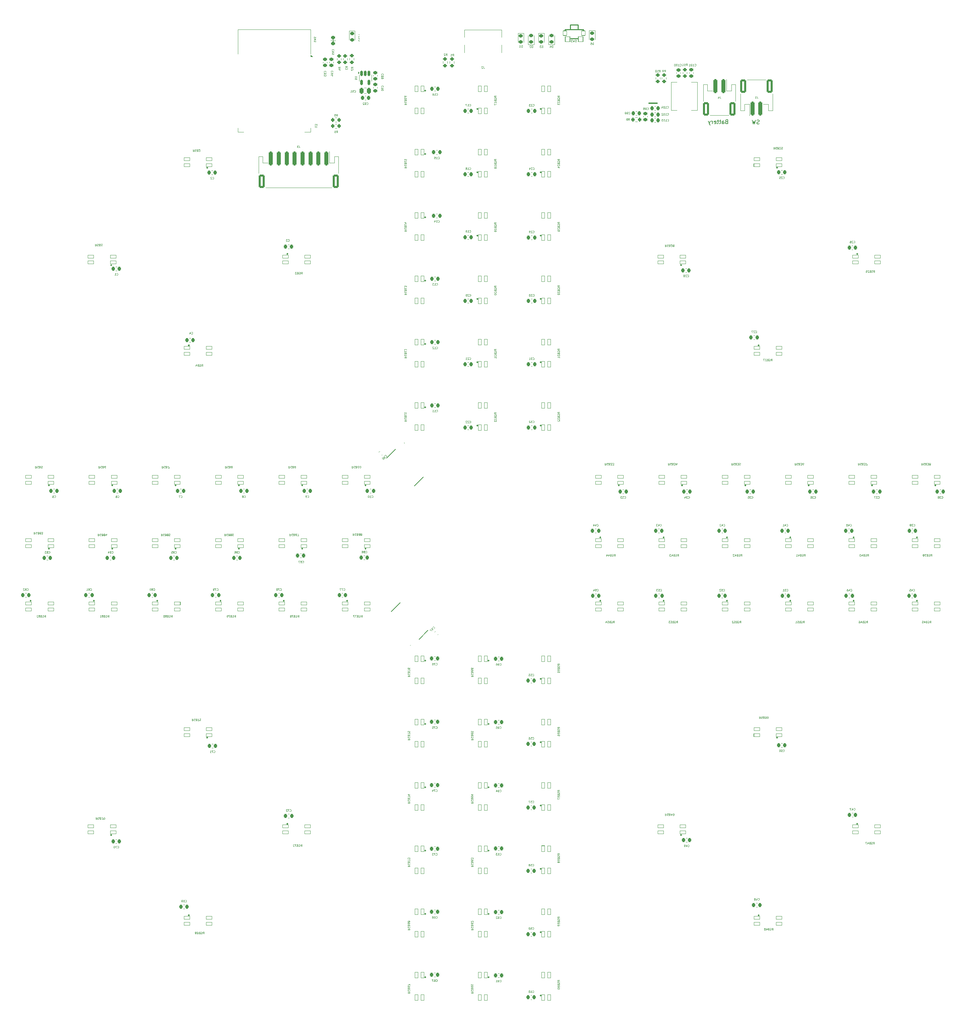
<source format=gbo>
G04 #@! TF.GenerationSoftware,KiCad,Pcbnew,8.0.1*
G04 #@! TF.CreationDate,2024-08-27T15:58:47+05:30*
G04 #@! TF.ProjectId,Ludo,4c75646f-2e6b-4696-9361-645f70636258,rev?*
G04 #@! TF.SameCoordinates,Original*
G04 #@! TF.FileFunction,Legend,Bot*
G04 #@! TF.FilePolarity,Positive*
%FSLAX46Y46*%
G04 Gerber Fmt 4.6, Leading zero omitted, Abs format (unit mm)*
G04 Created by KiCad (PCBNEW 8.0.1) date 2024-08-27 15:58:47*
%MOMM*%
%LPD*%
G01*
G04 APERTURE LIST*
G04 Aperture macros list*
%AMRoundRect*
0 Rectangle with rounded corners*
0 $1 Rounding radius*
0 $2 $3 $4 $5 $6 $7 $8 $9 X,Y pos of 4 corners*
0 Add a 4 corners polygon primitive as box body*
4,1,4,$2,$3,$4,$5,$6,$7,$8,$9,$2,$3,0*
0 Add four circle primitives for the rounded corners*
1,1,$1+$1,$2,$3*
1,1,$1+$1,$4,$5*
1,1,$1+$1,$6,$7*
1,1,$1+$1,$8,$9*
0 Add four rect primitives between the rounded corners*
20,1,$1+$1,$2,$3,$4,$5,0*
20,1,$1+$1,$4,$5,$6,$7,0*
20,1,$1+$1,$6,$7,$8,$9,0*
20,1,$1+$1,$8,$9,$2,$3,0*%
%AMRotRect*
0 Rectangle, with rotation*
0 The origin of the aperture is its center*
0 $1 length*
0 $2 width*
0 $3 Rotation angle, in degrees counterclockwise*
0 Add horizontal line*
21,1,$1,$2,0,0,$3*%
G04 Aperture macros list end*
%ADD10C,0.200000*%
%ADD11C,0.125000*%
%ADD12C,0.120000*%
%ADD13C,0.254000*%
%ADD14C,0.100000*%
%ADD15C,0.304800*%
%ADD16C,0.000000*%
%ADD17RoundRect,0.225000X-0.225000X-0.250000X0.225000X-0.250000X0.225000X0.250000X-0.225000X0.250000X0*%
%ADD18RoundRect,0.225000X0.225000X0.250000X-0.225000X0.250000X-0.225000X-0.250000X0.225000X-0.250000X0*%
%ADD19RoundRect,0.050800X0.410000X0.750000X-0.410000X0.750000X-0.410000X-0.750000X0.410000X-0.750000X0*%
%ADD20RoundRect,0.050800X0.750000X-0.410000X0.750000X0.410000X-0.750000X0.410000X-0.750000X-0.410000X0*%
%ADD21RoundRect,0.050800X-0.750000X0.410000X-0.750000X-0.410000X0.750000X-0.410000X0.750000X0.410000X0*%
%ADD22RoundRect,0.200000X-0.275000X0.200000X-0.275000X-0.200000X0.275000X-0.200000X0.275000X0.200000X0*%
%ADD23RoundRect,0.050800X-0.410000X-0.750000X0.410000X-0.750000X0.410000X0.750000X-0.410000X0.750000X0*%
%ADD24C,0.750000*%
%ADD25R,2.000000X0.800000*%
%ADD26R,3.400000X2.150000*%
%ADD27RoundRect,0.225000X0.250000X-0.225000X0.250000X0.225000X-0.250000X0.225000X-0.250000X-0.225000X0*%
%ADD28RoundRect,0.225000X0.017678X-0.335876X0.335876X-0.017678X-0.017678X0.335876X-0.335876X0.017678X0*%
%ADD29RoundRect,0.200000X-0.200000X-0.275000X0.200000X-0.275000X0.200000X0.275000X-0.200000X0.275000X0*%
%ADD30RoundRect,0.250000X-0.250000X-0.475000X0.250000X-0.475000X0.250000X0.475000X-0.250000X0.475000X0*%
%ADD31RotRect,0.800000X1.750000X315.000000*%
%ADD32RotRect,0.700000X1.750000X315.000000*%
%ADD33C,0.650000*%
%ADD34R,0.600000X1.450000*%
%ADD35R,0.300000X1.450000*%
%ADD36O,1.000000X1.600000*%
%ADD37O,1.000000X2.100000*%
%ADD38RoundRect,0.250000X0.250000X1.500000X-0.250000X1.500000X-0.250000X-1.500000X0.250000X-1.500000X0*%
%ADD39RoundRect,0.250001X0.499999X1.449999X-0.499999X1.449999X-0.499999X-1.449999X0.499999X-1.449999X0*%
%ADD40RoundRect,0.225000X-0.250000X0.225000X-0.250000X-0.225000X0.250000X-0.225000X0.250000X0.225000X0*%
%ADD41R,1.750000X0.600000*%
%ADD42R,2.410000X3.300000*%
%ADD43RoundRect,0.218750X-0.256250X0.218750X-0.256250X-0.218750X0.256250X-0.218750X0.256250X0.218750X0*%
%ADD44RoundRect,0.250000X-0.250000X-1.500000X0.250000X-1.500000X0.250000X1.500000X-0.250000X1.500000X0*%
%ADD45RoundRect,0.250001X-0.499999X-1.449999X0.499999X-1.449999X0.499999X1.449999X-0.499999X1.449999X0*%
%ADD46RoundRect,0.218750X0.256250X-0.218750X0.256250X0.218750X-0.256250X0.218750X-0.256250X-0.218750X0*%
%ADD47RotRect,0.800000X1.750000X135.000000*%
%ADD48RotRect,0.700000X1.750000X135.000000*%
%ADD49RoundRect,0.200000X0.275000X-0.200000X0.275000X0.200000X-0.275000X0.200000X-0.275000X-0.200000X0*%
%ADD50C,0.700000*%
%ADD51RoundRect,0.050800X-0.600000X-0.650000X0.600000X-0.650000X0.600000X0.650000X-0.600000X0.650000X0*%
%ADD52RoundRect,0.050800X0.450000X0.600000X-0.450000X0.600000X-0.450000X-0.600000X0.450000X-0.600000X0*%
%ADD53RoundRect,0.050800X-0.450000X-0.600000X0.450000X-0.600000X0.450000X0.600000X-0.450000X0.600000X0*%
%ADD54RoundRect,0.225000X-0.017678X0.335876X-0.335876X0.017678X0.017678X-0.335876X0.335876X-0.017678X0*%
%ADD55R,1.500000X0.900000*%
%ADD56R,0.900000X1.500000*%
%ADD57C,0.600000*%
%ADD58R,3.900000X3.900000*%
%ADD59RoundRect,0.150000X-0.150000X0.512500X-0.150000X-0.512500X0.150000X-0.512500X0.150000X0.512500X0*%
G04 APERTURE END LIST*
D10*
X225026945Y-42806600D02*
X224884088Y-42854219D01*
X224884088Y-42854219D02*
X224645993Y-42854219D01*
X224645993Y-42854219D02*
X224550755Y-42806600D01*
X224550755Y-42806600D02*
X224503136Y-42758980D01*
X224503136Y-42758980D02*
X224455517Y-42663742D01*
X224455517Y-42663742D02*
X224455517Y-42568504D01*
X224455517Y-42568504D02*
X224503136Y-42473266D01*
X224503136Y-42473266D02*
X224550755Y-42425647D01*
X224550755Y-42425647D02*
X224645993Y-42378028D01*
X224645993Y-42378028D02*
X224836469Y-42330409D01*
X224836469Y-42330409D02*
X224931707Y-42282790D01*
X224931707Y-42282790D02*
X224979326Y-42235171D01*
X224979326Y-42235171D02*
X225026945Y-42139933D01*
X225026945Y-42139933D02*
X225026945Y-42044695D01*
X225026945Y-42044695D02*
X224979326Y-41949457D01*
X224979326Y-41949457D02*
X224931707Y-41901838D01*
X224931707Y-41901838D02*
X224836469Y-41854219D01*
X224836469Y-41854219D02*
X224598374Y-41854219D01*
X224598374Y-41854219D02*
X224455517Y-41901838D01*
X224122183Y-41854219D02*
X223884088Y-42854219D01*
X223884088Y-42854219D02*
X223693612Y-42139933D01*
X223693612Y-42139933D02*
X223503136Y-42854219D01*
X223503136Y-42854219D02*
X223265041Y-41854219D01*
X216767993Y-42278409D02*
X216625136Y-42326028D01*
X216625136Y-42326028D02*
X216577517Y-42373647D01*
X216577517Y-42373647D02*
X216529898Y-42468885D01*
X216529898Y-42468885D02*
X216529898Y-42611742D01*
X216529898Y-42611742D02*
X216577517Y-42706980D01*
X216577517Y-42706980D02*
X216625136Y-42754600D01*
X216625136Y-42754600D02*
X216720374Y-42802219D01*
X216720374Y-42802219D02*
X217101326Y-42802219D01*
X217101326Y-42802219D02*
X217101326Y-41802219D01*
X217101326Y-41802219D02*
X216767993Y-41802219D01*
X216767993Y-41802219D02*
X216672755Y-41849838D01*
X216672755Y-41849838D02*
X216625136Y-41897457D01*
X216625136Y-41897457D02*
X216577517Y-41992695D01*
X216577517Y-41992695D02*
X216577517Y-42087933D01*
X216577517Y-42087933D02*
X216625136Y-42183171D01*
X216625136Y-42183171D02*
X216672755Y-42230790D01*
X216672755Y-42230790D02*
X216767993Y-42278409D01*
X216767993Y-42278409D02*
X217101326Y-42278409D01*
X215672755Y-42802219D02*
X215672755Y-42278409D01*
X215672755Y-42278409D02*
X215720374Y-42183171D01*
X215720374Y-42183171D02*
X215815612Y-42135552D01*
X215815612Y-42135552D02*
X216006088Y-42135552D01*
X216006088Y-42135552D02*
X216101326Y-42183171D01*
X215672755Y-42754600D02*
X215767993Y-42802219D01*
X215767993Y-42802219D02*
X216006088Y-42802219D01*
X216006088Y-42802219D02*
X216101326Y-42754600D01*
X216101326Y-42754600D02*
X216148945Y-42659361D01*
X216148945Y-42659361D02*
X216148945Y-42564123D01*
X216148945Y-42564123D02*
X216101326Y-42468885D01*
X216101326Y-42468885D02*
X216006088Y-42421266D01*
X216006088Y-42421266D02*
X215767993Y-42421266D01*
X215767993Y-42421266D02*
X215672755Y-42373647D01*
X215339421Y-42135552D02*
X214958469Y-42135552D01*
X215196564Y-41802219D02*
X215196564Y-42659361D01*
X215196564Y-42659361D02*
X215148945Y-42754600D01*
X215148945Y-42754600D02*
X215053707Y-42802219D01*
X215053707Y-42802219D02*
X214958469Y-42802219D01*
X214767992Y-42135552D02*
X214387040Y-42135552D01*
X214625135Y-41802219D02*
X214625135Y-42659361D01*
X214625135Y-42659361D02*
X214577516Y-42754600D01*
X214577516Y-42754600D02*
X214482278Y-42802219D01*
X214482278Y-42802219D02*
X214387040Y-42802219D01*
X213672754Y-42754600D02*
X213767992Y-42802219D01*
X213767992Y-42802219D02*
X213958468Y-42802219D01*
X213958468Y-42802219D02*
X214053706Y-42754600D01*
X214053706Y-42754600D02*
X214101325Y-42659361D01*
X214101325Y-42659361D02*
X214101325Y-42278409D01*
X214101325Y-42278409D02*
X214053706Y-42183171D01*
X214053706Y-42183171D02*
X213958468Y-42135552D01*
X213958468Y-42135552D02*
X213767992Y-42135552D01*
X213767992Y-42135552D02*
X213672754Y-42183171D01*
X213672754Y-42183171D02*
X213625135Y-42278409D01*
X213625135Y-42278409D02*
X213625135Y-42373647D01*
X213625135Y-42373647D02*
X214101325Y-42468885D01*
X213196563Y-42802219D02*
X213196563Y-42135552D01*
X213196563Y-42326028D02*
X213148944Y-42230790D01*
X213148944Y-42230790D02*
X213101325Y-42183171D01*
X213101325Y-42183171D02*
X213006087Y-42135552D01*
X213006087Y-42135552D02*
X212910849Y-42135552D01*
X212672753Y-42135552D02*
X212434658Y-42802219D01*
X212196563Y-42135552D02*
X212434658Y-42802219D01*
X212434658Y-42802219D02*
X212529896Y-43040314D01*
X212529896Y-43040314D02*
X212577515Y-43087933D01*
X212577515Y-43087933D02*
X212672753Y-43135552D01*
D11*
X206861428Y-81432190D02*
X206885237Y-81456000D01*
X206885237Y-81456000D02*
X206956666Y-81479809D01*
X206956666Y-81479809D02*
X207004285Y-81479809D01*
X207004285Y-81479809D02*
X207075713Y-81456000D01*
X207075713Y-81456000D02*
X207123332Y-81408380D01*
X207123332Y-81408380D02*
X207147142Y-81360761D01*
X207147142Y-81360761D02*
X207170951Y-81265523D01*
X207170951Y-81265523D02*
X207170951Y-81194095D01*
X207170951Y-81194095D02*
X207147142Y-81098857D01*
X207147142Y-81098857D02*
X207123332Y-81051238D01*
X207123332Y-81051238D02*
X207075713Y-81003619D01*
X207075713Y-81003619D02*
X207004285Y-80979809D01*
X207004285Y-80979809D02*
X206956666Y-80979809D01*
X206956666Y-80979809D02*
X206885237Y-81003619D01*
X206885237Y-81003619D02*
X206861428Y-81027428D01*
X206670951Y-81027428D02*
X206647142Y-81003619D01*
X206647142Y-81003619D02*
X206599523Y-80979809D01*
X206599523Y-80979809D02*
X206480475Y-80979809D01*
X206480475Y-80979809D02*
X206432856Y-81003619D01*
X206432856Y-81003619D02*
X206409047Y-81027428D01*
X206409047Y-81027428D02*
X206385237Y-81075047D01*
X206385237Y-81075047D02*
X206385237Y-81122666D01*
X206385237Y-81122666D02*
X206409047Y-81194095D01*
X206409047Y-81194095D02*
X206694761Y-81479809D01*
X206694761Y-81479809D02*
X206385237Y-81479809D01*
X206099523Y-81194095D02*
X206147142Y-81170285D01*
X206147142Y-81170285D02*
X206170952Y-81146476D01*
X206170952Y-81146476D02*
X206194761Y-81098857D01*
X206194761Y-81098857D02*
X206194761Y-81075047D01*
X206194761Y-81075047D02*
X206170952Y-81027428D01*
X206170952Y-81027428D02*
X206147142Y-81003619D01*
X206147142Y-81003619D02*
X206099523Y-80979809D01*
X206099523Y-80979809D02*
X206004285Y-80979809D01*
X206004285Y-80979809D02*
X205956666Y-81003619D01*
X205956666Y-81003619D02*
X205932857Y-81027428D01*
X205932857Y-81027428D02*
X205909047Y-81075047D01*
X205909047Y-81075047D02*
X205909047Y-81098857D01*
X205909047Y-81098857D02*
X205932857Y-81146476D01*
X205932857Y-81146476D02*
X205956666Y-81170285D01*
X205956666Y-81170285D02*
X206004285Y-81194095D01*
X206004285Y-81194095D02*
X206099523Y-81194095D01*
X206099523Y-81194095D02*
X206147142Y-81217904D01*
X206147142Y-81217904D02*
X206170952Y-81241714D01*
X206170952Y-81241714D02*
X206194761Y-81289333D01*
X206194761Y-81289333D02*
X206194761Y-81384571D01*
X206194761Y-81384571D02*
X206170952Y-81432190D01*
X206170952Y-81432190D02*
X206147142Y-81456000D01*
X206147142Y-81456000D02*
X206099523Y-81479809D01*
X206099523Y-81479809D02*
X206004285Y-81479809D01*
X206004285Y-81479809D02*
X205956666Y-81456000D01*
X205956666Y-81456000D02*
X205932857Y-81432190D01*
X205932857Y-81432190D02*
X205909047Y-81384571D01*
X205909047Y-81384571D02*
X205909047Y-81289333D01*
X205909047Y-81289333D02*
X205932857Y-81241714D01*
X205932857Y-81241714D02*
X205956666Y-81217904D01*
X205956666Y-81217904D02*
X206004285Y-81194095D01*
X45466428Y-151272190D02*
X45490237Y-151296000D01*
X45490237Y-151296000D02*
X45561666Y-151319809D01*
X45561666Y-151319809D02*
X45609285Y-151319809D01*
X45609285Y-151319809D02*
X45680713Y-151296000D01*
X45680713Y-151296000D02*
X45728332Y-151248380D01*
X45728332Y-151248380D02*
X45752142Y-151200761D01*
X45752142Y-151200761D02*
X45775951Y-151105523D01*
X45775951Y-151105523D02*
X45775951Y-151034095D01*
X45775951Y-151034095D02*
X45752142Y-150938857D01*
X45752142Y-150938857D02*
X45728332Y-150891238D01*
X45728332Y-150891238D02*
X45680713Y-150843619D01*
X45680713Y-150843619D02*
X45609285Y-150819809D01*
X45609285Y-150819809D02*
X45561666Y-150819809D01*
X45561666Y-150819809D02*
X45490237Y-150843619D01*
X45490237Y-150843619D02*
X45466428Y-150867428D01*
X45180713Y-151034095D02*
X45228332Y-151010285D01*
X45228332Y-151010285D02*
X45252142Y-150986476D01*
X45252142Y-150986476D02*
X45275951Y-150938857D01*
X45275951Y-150938857D02*
X45275951Y-150915047D01*
X45275951Y-150915047D02*
X45252142Y-150867428D01*
X45252142Y-150867428D02*
X45228332Y-150843619D01*
X45228332Y-150843619D02*
X45180713Y-150819809D01*
X45180713Y-150819809D02*
X45085475Y-150819809D01*
X45085475Y-150819809D02*
X45037856Y-150843619D01*
X45037856Y-150843619D02*
X45014047Y-150867428D01*
X45014047Y-150867428D02*
X44990237Y-150915047D01*
X44990237Y-150915047D02*
X44990237Y-150938857D01*
X44990237Y-150938857D02*
X45014047Y-150986476D01*
X45014047Y-150986476D02*
X45037856Y-151010285D01*
X45037856Y-151010285D02*
X45085475Y-151034095D01*
X45085475Y-151034095D02*
X45180713Y-151034095D01*
X45180713Y-151034095D02*
X45228332Y-151057904D01*
X45228332Y-151057904D02*
X45252142Y-151081714D01*
X45252142Y-151081714D02*
X45275951Y-151129333D01*
X45275951Y-151129333D02*
X45275951Y-151224571D01*
X45275951Y-151224571D02*
X45252142Y-151272190D01*
X45252142Y-151272190D02*
X45228332Y-151296000D01*
X45228332Y-151296000D02*
X45180713Y-151319809D01*
X45180713Y-151319809D02*
X45085475Y-151319809D01*
X45085475Y-151319809D02*
X45037856Y-151296000D01*
X45037856Y-151296000D02*
X45014047Y-151272190D01*
X45014047Y-151272190D02*
X44990237Y-151224571D01*
X44990237Y-151224571D02*
X44990237Y-151129333D01*
X44990237Y-151129333D02*
X45014047Y-151081714D01*
X45014047Y-151081714D02*
X45037856Y-151057904D01*
X45037856Y-151057904D02*
X45085475Y-151034095D01*
X44823571Y-150819809D02*
X44514047Y-150819809D01*
X44514047Y-150819809D02*
X44680714Y-151010285D01*
X44680714Y-151010285D02*
X44609285Y-151010285D01*
X44609285Y-151010285D02*
X44561666Y-151034095D01*
X44561666Y-151034095D02*
X44537857Y-151057904D01*
X44537857Y-151057904D02*
X44514047Y-151105523D01*
X44514047Y-151105523D02*
X44514047Y-151224571D01*
X44514047Y-151224571D02*
X44537857Y-151272190D01*
X44537857Y-151272190D02*
X44561666Y-151296000D01*
X44561666Y-151296000D02*
X44609285Y-151319809D01*
X44609285Y-151319809D02*
X44752142Y-151319809D01*
X44752142Y-151319809D02*
X44799761Y-151296000D01*
X44799761Y-151296000D02*
X44823571Y-151272190D01*
X174597309Y-83996997D02*
X174359214Y-83830331D01*
X174597309Y-83711283D02*
X174097309Y-83711283D01*
X174097309Y-83711283D02*
X174097309Y-83901759D01*
X174097309Y-83901759D02*
X174121119Y-83949378D01*
X174121119Y-83949378D02*
X174144928Y-83973188D01*
X174144928Y-83973188D02*
X174192547Y-83996997D01*
X174192547Y-83996997D02*
X174263976Y-83996997D01*
X174263976Y-83996997D02*
X174311595Y-83973188D01*
X174311595Y-83973188D02*
X174335404Y-83949378D01*
X174335404Y-83949378D02*
X174359214Y-83901759D01*
X174359214Y-83901759D02*
X174359214Y-83711283D01*
X174121119Y-84473188D02*
X174097309Y-84425569D01*
X174097309Y-84425569D02*
X174097309Y-84354140D01*
X174097309Y-84354140D02*
X174121119Y-84282712D01*
X174121119Y-84282712D02*
X174168738Y-84235093D01*
X174168738Y-84235093D02*
X174216357Y-84211283D01*
X174216357Y-84211283D02*
X174311595Y-84187474D01*
X174311595Y-84187474D02*
X174383023Y-84187474D01*
X174383023Y-84187474D02*
X174478261Y-84211283D01*
X174478261Y-84211283D02*
X174525880Y-84235093D01*
X174525880Y-84235093D02*
X174573500Y-84282712D01*
X174573500Y-84282712D02*
X174597309Y-84354140D01*
X174597309Y-84354140D02*
X174597309Y-84401759D01*
X174597309Y-84401759D02*
X174573500Y-84473188D01*
X174573500Y-84473188D02*
X174549690Y-84496997D01*
X174549690Y-84496997D02*
X174383023Y-84496997D01*
X174383023Y-84496997D02*
X174383023Y-84401759D01*
X174335404Y-84877950D02*
X174359214Y-84949378D01*
X174359214Y-84949378D02*
X174383023Y-84973188D01*
X174383023Y-84973188D02*
X174430642Y-84996997D01*
X174430642Y-84996997D02*
X174502071Y-84996997D01*
X174502071Y-84996997D02*
X174549690Y-84973188D01*
X174549690Y-84973188D02*
X174573500Y-84949378D01*
X174573500Y-84949378D02*
X174597309Y-84901759D01*
X174597309Y-84901759D02*
X174597309Y-84711283D01*
X174597309Y-84711283D02*
X174097309Y-84711283D01*
X174097309Y-84711283D02*
X174097309Y-84877950D01*
X174097309Y-84877950D02*
X174121119Y-84925569D01*
X174121119Y-84925569D02*
X174144928Y-84949378D01*
X174144928Y-84949378D02*
X174192547Y-84973188D01*
X174192547Y-84973188D02*
X174240166Y-84973188D01*
X174240166Y-84973188D02*
X174287785Y-84949378D01*
X174287785Y-84949378D02*
X174311595Y-84925569D01*
X174311595Y-84925569D02*
X174335404Y-84877950D01*
X174335404Y-84877950D02*
X174335404Y-84711283D01*
X174097309Y-85163664D02*
X174097309Y-85473188D01*
X174097309Y-85473188D02*
X174287785Y-85306521D01*
X174287785Y-85306521D02*
X174287785Y-85377950D01*
X174287785Y-85377950D02*
X174311595Y-85425569D01*
X174311595Y-85425569D02*
X174335404Y-85449378D01*
X174335404Y-85449378D02*
X174383023Y-85473188D01*
X174383023Y-85473188D02*
X174502071Y-85473188D01*
X174502071Y-85473188D02*
X174549690Y-85449378D01*
X174549690Y-85449378D02*
X174573500Y-85425569D01*
X174573500Y-85425569D02*
X174597309Y-85377950D01*
X174597309Y-85377950D02*
X174597309Y-85235093D01*
X174597309Y-85235093D02*
X174573500Y-85187474D01*
X174573500Y-85187474D02*
X174549690Y-85163664D01*
X174097309Y-85782711D02*
X174097309Y-85830330D01*
X174097309Y-85830330D02*
X174121119Y-85877949D01*
X174121119Y-85877949D02*
X174144928Y-85901759D01*
X174144928Y-85901759D02*
X174192547Y-85925568D01*
X174192547Y-85925568D02*
X174287785Y-85949378D01*
X174287785Y-85949378D02*
X174406833Y-85949378D01*
X174406833Y-85949378D02*
X174502071Y-85925568D01*
X174502071Y-85925568D02*
X174549690Y-85901759D01*
X174549690Y-85901759D02*
X174573500Y-85877949D01*
X174573500Y-85877949D02*
X174597309Y-85830330D01*
X174597309Y-85830330D02*
X174597309Y-85782711D01*
X174597309Y-85782711D02*
X174573500Y-85735092D01*
X174573500Y-85735092D02*
X174549690Y-85711283D01*
X174549690Y-85711283D02*
X174502071Y-85687473D01*
X174502071Y-85687473D02*
X174406833Y-85663664D01*
X174406833Y-85663664D02*
X174287785Y-85663664D01*
X174287785Y-85663664D02*
X174192547Y-85687473D01*
X174192547Y-85687473D02*
X174144928Y-85711283D01*
X174144928Y-85711283D02*
X174121119Y-85735092D01*
X174121119Y-85735092D02*
X174097309Y-85782711D01*
X188143002Y-168957309D02*
X188309668Y-168719214D01*
X188428716Y-168957309D02*
X188428716Y-168457309D01*
X188428716Y-168457309D02*
X188238240Y-168457309D01*
X188238240Y-168457309D02*
X188190621Y-168481119D01*
X188190621Y-168481119D02*
X188166811Y-168504928D01*
X188166811Y-168504928D02*
X188143002Y-168552547D01*
X188143002Y-168552547D02*
X188143002Y-168623976D01*
X188143002Y-168623976D02*
X188166811Y-168671595D01*
X188166811Y-168671595D02*
X188190621Y-168695404D01*
X188190621Y-168695404D02*
X188238240Y-168719214D01*
X188238240Y-168719214D02*
X188428716Y-168719214D01*
X187666811Y-168481119D02*
X187714430Y-168457309D01*
X187714430Y-168457309D02*
X187785859Y-168457309D01*
X187785859Y-168457309D02*
X187857287Y-168481119D01*
X187857287Y-168481119D02*
X187904906Y-168528738D01*
X187904906Y-168528738D02*
X187928716Y-168576357D01*
X187928716Y-168576357D02*
X187952525Y-168671595D01*
X187952525Y-168671595D02*
X187952525Y-168743023D01*
X187952525Y-168743023D02*
X187928716Y-168838261D01*
X187928716Y-168838261D02*
X187904906Y-168885880D01*
X187904906Y-168885880D02*
X187857287Y-168933500D01*
X187857287Y-168933500D02*
X187785859Y-168957309D01*
X187785859Y-168957309D02*
X187738240Y-168957309D01*
X187738240Y-168957309D02*
X187666811Y-168933500D01*
X187666811Y-168933500D02*
X187643002Y-168909690D01*
X187643002Y-168909690D02*
X187643002Y-168743023D01*
X187643002Y-168743023D02*
X187738240Y-168743023D01*
X187262049Y-168695404D02*
X187190621Y-168719214D01*
X187190621Y-168719214D02*
X187166811Y-168743023D01*
X187166811Y-168743023D02*
X187143002Y-168790642D01*
X187143002Y-168790642D02*
X187143002Y-168862071D01*
X187143002Y-168862071D02*
X187166811Y-168909690D01*
X187166811Y-168909690D02*
X187190621Y-168933500D01*
X187190621Y-168933500D02*
X187238240Y-168957309D01*
X187238240Y-168957309D02*
X187428716Y-168957309D01*
X187428716Y-168957309D02*
X187428716Y-168457309D01*
X187428716Y-168457309D02*
X187262049Y-168457309D01*
X187262049Y-168457309D02*
X187214430Y-168481119D01*
X187214430Y-168481119D02*
X187190621Y-168504928D01*
X187190621Y-168504928D02*
X187166811Y-168552547D01*
X187166811Y-168552547D02*
X187166811Y-168600166D01*
X187166811Y-168600166D02*
X187190621Y-168647785D01*
X187190621Y-168647785D02*
X187214430Y-168671595D01*
X187214430Y-168671595D02*
X187262049Y-168695404D01*
X187262049Y-168695404D02*
X187428716Y-168695404D01*
X186690621Y-168457309D02*
X186928716Y-168457309D01*
X186928716Y-168457309D02*
X186952525Y-168695404D01*
X186952525Y-168695404D02*
X186928716Y-168671595D01*
X186928716Y-168671595D02*
X186881097Y-168647785D01*
X186881097Y-168647785D02*
X186762049Y-168647785D01*
X186762049Y-168647785D02*
X186714430Y-168671595D01*
X186714430Y-168671595D02*
X186690621Y-168695404D01*
X186690621Y-168695404D02*
X186666811Y-168743023D01*
X186666811Y-168743023D02*
X186666811Y-168862071D01*
X186666811Y-168862071D02*
X186690621Y-168909690D01*
X186690621Y-168909690D02*
X186714430Y-168933500D01*
X186714430Y-168933500D02*
X186762049Y-168957309D01*
X186762049Y-168957309D02*
X186881097Y-168957309D01*
X186881097Y-168957309D02*
X186928716Y-168933500D01*
X186928716Y-168933500D02*
X186952525Y-168909690D01*
X186238240Y-168623976D02*
X186238240Y-168957309D01*
X186357288Y-168433500D02*
X186476335Y-168790642D01*
X186476335Y-168790642D02*
X186166812Y-168790642D01*
X90416997Y-129272690D02*
X90250331Y-129510785D01*
X90131283Y-129272690D02*
X90131283Y-129772690D01*
X90131283Y-129772690D02*
X90321759Y-129772690D01*
X90321759Y-129772690D02*
X90369378Y-129748880D01*
X90369378Y-129748880D02*
X90393188Y-129725071D01*
X90393188Y-129725071D02*
X90416997Y-129677452D01*
X90416997Y-129677452D02*
X90416997Y-129606023D01*
X90416997Y-129606023D02*
X90393188Y-129558404D01*
X90393188Y-129558404D02*
X90369378Y-129534595D01*
X90369378Y-129534595D02*
X90321759Y-129510785D01*
X90321759Y-129510785D02*
X90131283Y-129510785D01*
X90893188Y-129748880D02*
X90845569Y-129772690D01*
X90845569Y-129772690D02*
X90774140Y-129772690D01*
X90774140Y-129772690D02*
X90702712Y-129748880D01*
X90702712Y-129748880D02*
X90655093Y-129701261D01*
X90655093Y-129701261D02*
X90631283Y-129653642D01*
X90631283Y-129653642D02*
X90607474Y-129558404D01*
X90607474Y-129558404D02*
X90607474Y-129486976D01*
X90607474Y-129486976D02*
X90631283Y-129391738D01*
X90631283Y-129391738D02*
X90655093Y-129344119D01*
X90655093Y-129344119D02*
X90702712Y-129296500D01*
X90702712Y-129296500D02*
X90774140Y-129272690D01*
X90774140Y-129272690D02*
X90821759Y-129272690D01*
X90821759Y-129272690D02*
X90893188Y-129296500D01*
X90893188Y-129296500D02*
X90916997Y-129320309D01*
X90916997Y-129320309D02*
X90916997Y-129486976D01*
X90916997Y-129486976D02*
X90821759Y-129486976D01*
X91297950Y-129534595D02*
X91369378Y-129510785D01*
X91369378Y-129510785D02*
X91393188Y-129486976D01*
X91393188Y-129486976D02*
X91416997Y-129439357D01*
X91416997Y-129439357D02*
X91416997Y-129367928D01*
X91416997Y-129367928D02*
X91393188Y-129320309D01*
X91393188Y-129320309D02*
X91369378Y-129296500D01*
X91369378Y-129296500D02*
X91321759Y-129272690D01*
X91321759Y-129272690D02*
X91131283Y-129272690D01*
X91131283Y-129272690D02*
X91131283Y-129772690D01*
X91131283Y-129772690D02*
X91297950Y-129772690D01*
X91297950Y-129772690D02*
X91345569Y-129748880D01*
X91345569Y-129748880D02*
X91369378Y-129725071D01*
X91369378Y-129725071D02*
X91393188Y-129677452D01*
X91393188Y-129677452D02*
X91393188Y-129629833D01*
X91393188Y-129629833D02*
X91369378Y-129582214D01*
X91369378Y-129582214D02*
X91345569Y-129558404D01*
X91345569Y-129558404D02*
X91297950Y-129534595D01*
X91297950Y-129534595D02*
X91131283Y-129534595D01*
X91702712Y-129558404D02*
X91655093Y-129582214D01*
X91655093Y-129582214D02*
X91631283Y-129606023D01*
X91631283Y-129606023D02*
X91607474Y-129653642D01*
X91607474Y-129653642D02*
X91607474Y-129677452D01*
X91607474Y-129677452D02*
X91631283Y-129725071D01*
X91631283Y-129725071D02*
X91655093Y-129748880D01*
X91655093Y-129748880D02*
X91702712Y-129772690D01*
X91702712Y-129772690D02*
X91797950Y-129772690D01*
X91797950Y-129772690D02*
X91845569Y-129748880D01*
X91845569Y-129748880D02*
X91869378Y-129725071D01*
X91869378Y-129725071D02*
X91893188Y-129677452D01*
X91893188Y-129677452D02*
X91893188Y-129653642D01*
X91893188Y-129653642D02*
X91869378Y-129606023D01*
X91869378Y-129606023D02*
X91845569Y-129582214D01*
X91845569Y-129582214D02*
X91797950Y-129558404D01*
X91797950Y-129558404D02*
X91702712Y-129558404D01*
X91702712Y-129558404D02*
X91655093Y-129534595D01*
X91655093Y-129534595D02*
X91631283Y-129510785D01*
X91631283Y-129510785D02*
X91607474Y-129463166D01*
X91607474Y-129463166D02*
X91607474Y-129367928D01*
X91607474Y-129367928D02*
X91631283Y-129320309D01*
X91631283Y-129320309D02*
X91655093Y-129296500D01*
X91655093Y-129296500D02*
X91702712Y-129272690D01*
X91702712Y-129272690D02*
X91797950Y-129272690D01*
X91797950Y-129272690D02*
X91845569Y-129296500D01*
X91845569Y-129296500D02*
X91869378Y-129320309D01*
X91869378Y-129320309D02*
X91893188Y-129367928D01*
X91893188Y-129367928D02*
X91893188Y-129463166D01*
X91893188Y-129463166D02*
X91869378Y-129510785D01*
X91869378Y-129510785D02*
X91845569Y-129534595D01*
X91845569Y-129534595D02*
X91797950Y-129558404D01*
X145833333Y-25574809D02*
X145999999Y-25336714D01*
X146119047Y-25574809D02*
X146119047Y-25074809D01*
X146119047Y-25074809D02*
X145928571Y-25074809D01*
X145928571Y-25074809D02*
X145880952Y-25098619D01*
X145880952Y-25098619D02*
X145857142Y-25122428D01*
X145857142Y-25122428D02*
X145833333Y-25170047D01*
X145833333Y-25170047D02*
X145833333Y-25241476D01*
X145833333Y-25241476D02*
X145857142Y-25289095D01*
X145857142Y-25289095D02*
X145880952Y-25312904D01*
X145880952Y-25312904D02*
X145928571Y-25336714D01*
X145928571Y-25336714D02*
X146119047Y-25336714D01*
X145642856Y-25122428D02*
X145619047Y-25098619D01*
X145619047Y-25098619D02*
X145571428Y-25074809D01*
X145571428Y-25074809D02*
X145452380Y-25074809D01*
X145452380Y-25074809D02*
X145404761Y-25098619D01*
X145404761Y-25098619D02*
X145380952Y-25122428D01*
X145380952Y-25122428D02*
X145357142Y-25170047D01*
X145357142Y-25170047D02*
X145357142Y-25217666D01*
X145357142Y-25217666D02*
X145380952Y-25289095D01*
X145380952Y-25289095D02*
X145666666Y-25574809D01*
X145666666Y-25574809D02*
X145357142Y-25574809D01*
X119194809Y-28766666D02*
X118956714Y-28600000D01*
X119194809Y-28480952D02*
X118694809Y-28480952D01*
X118694809Y-28480952D02*
X118694809Y-28671428D01*
X118694809Y-28671428D02*
X118718619Y-28719047D01*
X118718619Y-28719047D02*
X118742428Y-28742857D01*
X118742428Y-28742857D02*
X118790047Y-28766666D01*
X118790047Y-28766666D02*
X118861476Y-28766666D01*
X118861476Y-28766666D02*
X118909095Y-28742857D01*
X118909095Y-28742857D02*
X118932904Y-28719047D01*
X118932904Y-28719047D02*
X118956714Y-28671428D01*
X118956714Y-28671428D02*
X118956714Y-28480952D01*
X118861476Y-29195238D02*
X119194809Y-29195238D01*
X118671000Y-29076190D02*
X119028142Y-28957143D01*
X119028142Y-28957143D02*
X119028142Y-29266666D01*
X167841428Y-118292190D02*
X167865237Y-118316000D01*
X167865237Y-118316000D02*
X167936666Y-118339809D01*
X167936666Y-118339809D02*
X167984285Y-118339809D01*
X167984285Y-118339809D02*
X168055713Y-118316000D01*
X168055713Y-118316000D02*
X168103332Y-118268380D01*
X168103332Y-118268380D02*
X168127142Y-118220761D01*
X168127142Y-118220761D02*
X168150951Y-118125523D01*
X168150951Y-118125523D02*
X168150951Y-118054095D01*
X168150951Y-118054095D02*
X168127142Y-117958857D01*
X168127142Y-117958857D02*
X168103332Y-117911238D01*
X168103332Y-117911238D02*
X168055713Y-117863619D01*
X168055713Y-117863619D02*
X167984285Y-117839809D01*
X167984285Y-117839809D02*
X167936666Y-117839809D01*
X167936666Y-117839809D02*
X167865237Y-117863619D01*
X167865237Y-117863619D02*
X167841428Y-117887428D01*
X167674761Y-117839809D02*
X167365237Y-117839809D01*
X167365237Y-117839809D02*
X167531904Y-118030285D01*
X167531904Y-118030285D02*
X167460475Y-118030285D01*
X167460475Y-118030285D02*
X167412856Y-118054095D01*
X167412856Y-118054095D02*
X167389047Y-118077904D01*
X167389047Y-118077904D02*
X167365237Y-118125523D01*
X167365237Y-118125523D02*
X167365237Y-118244571D01*
X167365237Y-118244571D02*
X167389047Y-118292190D01*
X167389047Y-118292190D02*
X167412856Y-118316000D01*
X167412856Y-118316000D02*
X167460475Y-118339809D01*
X167460475Y-118339809D02*
X167603332Y-118339809D01*
X167603332Y-118339809D02*
X167650951Y-118316000D01*
X167650951Y-118316000D02*
X167674761Y-118292190D01*
X167174761Y-117887428D02*
X167150952Y-117863619D01*
X167150952Y-117863619D02*
X167103333Y-117839809D01*
X167103333Y-117839809D02*
X166984285Y-117839809D01*
X166984285Y-117839809D02*
X166936666Y-117863619D01*
X166936666Y-117863619D02*
X166912857Y-117887428D01*
X166912857Y-117887428D02*
X166889047Y-117935047D01*
X166889047Y-117935047D02*
X166889047Y-117982666D01*
X166889047Y-117982666D02*
X166912857Y-118054095D01*
X166912857Y-118054095D02*
X167198571Y-118339809D01*
X167198571Y-118339809D02*
X166889047Y-118339809D01*
X135372690Y-85673002D02*
X135610785Y-85839668D01*
X135372690Y-85958716D02*
X135872690Y-85958716D01*
X135872690Y-85958716D02*
X135872690Y-85768240D01*
X135872690Y-85768240D02*
X135848880Y-85720621D01*
X135848880Y-85720621D02*
X135825071Y-85696811D01*
X135825071Y-85696811D02*
X135777452Y-85673002D01*
X135777452Y-85673002D02*
X135706023Y-85673002D01*
X135706023Y-85673002D02*
X135658404Y-85696811D01*
X135658404Y-85696811D02*
X135634595Y-85720621D01*
X135634595Y-85720621D02*
X135610785Y-85768240D01*
X135610785Y-85768240D02*
X135610785Y-85958716D01*
X135848880Y-85196811D02*
X135872690Y-85244430D01*
X135872690Y-85244430D02*
X135872690Y-85315859D01*
X135872690Y-85315859D02*
X135848880Y-85387287D01*
X135848880Y-85387287D02*
X135801261Y-85434906D01*
X135801261Y-85434906D02*
X135753642Y-85458716D01*
X135753642Y-85458716D02*
X135658404Y-85482525D01*
X135658404Y-85482525D02*
X135586976Y-85482525D01*
X135586976Y-85482525D02*
X135491738Y-85458716D01*
X135491738Y-85458716D02*
X135444119Y-85434906D01*
X135444119Y-85434906D02*
X135396500Y-85387287D01*
X135396500Y-85387287D02*
X135372690Y-85315859D01*
X135372690Y-85315859D02*
X135372690Y-85268240D01*
X135372690Y-85268240D02*
X135396500Y-85196811D01*
X135396500Y-85196811D02*
X135420309Y-85173002D01*
X135420309Y-85173002D02*
X135586976Y-85173002D01*
X135586976Y-85173002D02*
X135586976Y-85268240D01*
X135634595Y-84792049D02*
X135610785Y-84720621D01*
X135610785Y-84720621D02*
X135586976Y-84696811D01*
X135586976Y-84696811D02*
X135539357Y-84673002D01*
X135539357Y-84673002D02*
X135467928Y-84673002D01*
X135467928Y-84673002D02*
X135420309Y-84696811D01*
X135420309Y-84696811D02*
X135396500Y-84720621D01*
X135396500Y-84720621D02*
X135372690Y-84768240D01*
X135372690Y-84768240D02*
X135372690Y-84958716D01*
X135372690Y-84958716D02*
X135872690Y-84958716D01*
X135872690Y-84958716D02*
X135872690Y-84792049D01*
X135872690Y-84792049D02*
X135848880Y-84744430D01*
X135848880Y-84744430D02*
X135825071Y-84720621D01*
X135825071Y-84720621D02*
X135777452Y-84696811D01*
X135777452Y-84696811D02*
X135729833Y-84696811D01*
X135729833Y-84696811D02*
X135682214Y-84720621D01*
X135682214Y-84720621D02*
X135658404Y-84744430D01*
X135658404Y-84744430D02*
X135634595Y-84792049D01*
X135634595Y-84792049D02*
X135634595Y-84958716D01*
X135372690Y-84196811D02*
X135372690Y-84482525D01*
X135372690Y-84339668D02*
X135872690Y-84339668D01*
X135872690Y-84339668D02*
X135801261Y-84387287D01*
X135801261Y-84387287D02*
X135753642Y-84434906D01*
X135753642Y-84434906D02*
X135729833Y-84482525D01*
X135872690Y-84030145D02*
X135872690Y-83720621D01*
X135872690Y-83720621D02*
X135682214Y-83887288D01*
X135682214Y-83887288D02*
X135682214Y-83815859D01*
X135682214Y-83815859D02*
X135658404Y-83768240D01*
X135658404Y-83768240D02*
X135634595Y-83744431D01*
X135634595Y-83744431D02*
X135586976Y-83720621D01*
X135586976Y-83720621D02*
X135467928Y-83720621D01*
X135467928Y-83720621D02*
X135420309Y-83744431D01*
X135420309Y-83744431D02*
X135396500Y-83768240D01*
X135396500Y-83768240D02*
X135372690Y-83815859D01*
X135372690Y-83815859D02*
X135372690Y-83958716D01*
X135372690Y-83958716D02*
X135396500Y-84006335D01*
X135396500Y-84006335D02*
X135420309Y-84030145D01*
X174567309Y-195506997D02*
X174329214Y-195340331D01*
X174567309Y-195221283D02*
X174067309Y-195221283D01*
X174067309Y-195221283D02*
X174067309Y-195411759D01*
X174067309Y-195411759D02*
X174091119Y-195459378D01*
X174091119Y-195459378D02*
X174114928Y-195483188D01*
X174114928Y-195483188D02*
X174162547Y-195506997D01*
X174162547Y-195506997D02*
X174233976Y-195506997D01*
X174233976Y-195506997D02*
X174281595Y-195483188D01*
X174281595Y-195483188D02*
X174305404Y-195459378D01*
X174305404Y-195459378D02*
X174329214Y-195411759D01*
X174329214Y-195411759D02*
X174329214Y-195221283D01*
X174091119Y-195983188D02*
X174067309Y-195935569D01*
X174067309Y-195935569D02*
X174067309Y-195864140D01*
X174067309Y-195864140D02*
X174091119Y-195792712D01*
X174091119Y-195792712D02*
X174138738Y-195745093D01*
X174138738Y-195745093D02*
X174186357Y-195721283D01*
X174186357Y-195721283D02*
X174281595Y-195697474D01*
X174281595Y-195697474D02*
X174353023Y-195697474D01*
X174353023Y-195697474D02*
X174448261Y-195721283D01*
X174448261Y-195721283D02*
X174495880Y-195745093D01*
X174495880Y-195745093D02*
X174543500Y-195792712D01*
X174543500Y-195792712D02*
X174567309Y-195864140D01*
X174567309Y-195864140D02*
X174567309Y-195911759D01*
X174567309Y-195911759D02*
X174543500Y-195983188D01*
X174543500Y-195983188D02*
X174519690Y-196006997D01*
X174519690Y-196006997D02*
X174353023Y-196006997D01*
X174353023Y-196006997D02*
X174353023Y-195911759D01*
X174305404Y-196387950D02*
X174329214Y-196459378D01*
X174329214Y-196459378D02*
X174353023Y-196483188D01*
X174353023Y-196483188D02*
X174400642Y-196506997D01*
X174400642Y-196506997D02*
X174472071Y-196506997D01*
X174472071Y-196506997D02*
X174519690Y-196483188D01*
X174519690Y-196483188D02*
X174543500Y-196459378D01*
X174543500Y-196459378D02*
X174567309Y-196411759D01*
X174567309Y-196411759D02*
X174567309Y-196221283D01*
X174567309Y-196221283D02*
X174067309Y-196221283D01*
X174067309Y-196221283D02*
X174067309Y-196387950D01*
X174067309Y-196387950D02*
X174091119Y-196435569D01*
X174091119Y-196435569D02*
X174114928Y-196459378D01*
X174114928Y-196459378D02*
X174162547Y-196483188D01*
X174162547Y-196483188D02*
X174210166Y-196483188D01*
X174210166Y-196483188D02*
X174257785Y-196459378D01*
X174257785Y-196459378D02*
X174281595Y-196435569D01*
X174281595Y-196435569D02*
X174305404Y-196387950D01*
X174305404Y-196387950D02*
X174305404Y-196221283D01*
X174067309Y-196959378D02*
X174067309Y-196721283D01*
X174067309Y-196721283D02*
X174305404Y-196697474D01*
X174305404Y-196697474D02*
X174281595Y-196721283D01*
X174281595Y-196721283D02*
X174257785Y-196768902D01*
X174257785Y-196768902D02*
X174257785Y-196887950D01*
X174257785Y-196887950D02*
X174281595Y-196935569D01*
X174281595Y-196935569D02*
X174305404Y-196959378D01*
X174305404Y-196959378D02*
X174353023Y-196983188D01*
X174353023Y-196983188D02*
X174472071Y-196983188D01*
X174472071Y-196983188D02*
X174519690Y-196959378D01*
X174519690Y-196959378D02*
X174543500Y-196935569D01*
X174543500Y-196935569D02*
X174567309Y-196887950D01*
X174567309Y-196887950D02*
X174567309Y-196768902D01*
X174567309Y-196768902D02*
X174543500Y-196721283D01*
X174543500Y-196721283D02*
X174519690Y-196697474D01*
X174067309Y-197411759D02*
X174067309Y-197316521D01*
X174067309Y-197316521D02*
X174091119Y-197268902D01*
X174091119Y-197268902D02*
X174114928Y-197245092D01*
X174114928Y-197245092D02*
X174186357Y-197197473D01*
X174186357Y-197197473D02*
X174281595Y-197173664D01*
X174281595Y-197173664D02*
X174472071Y-197173664D01*
X174472071Y-197173664D02*
X174519690Y-197197473D01*
X174519690Y-197197473D02*
X174543500Y-197221283D01*
X174543500Y-197221283D02*
X174567309Y-197268902D01*
X174567309Y-197268902D02*
X174567309Y-197364140D01*
X174567309Y-197364140D02*
X174543500Y-197411759D01*
X174543500Y-197411759D02*
X174519690Y-197435568D01*
X174519690Y-197435568D02*
X174472071Y-197459378D01*
X174472071Y-197459378D02*
X174353023Y-197459378D01*
X174353023Y-197459378D02*
X174305404Y-197435568D01*
X174305404Y-197435568D02*
X174281595Y-197411759D01*
X174281595Y-197411759D02*
X174257785Y-197364140D01*
X174257785Y-197364140D02*
X174257785Y-197268902D01*
X174257785Y-197268902D02*
X174281595Y-197221283D01*
X174281595Y-197221283D02*
X174305404Y-197197473D01*
X174305404Y-197197473D02*
X174353023Y-197173664D01*
X62673333Y-81022190D02*
X62697142Y-81046000D01*
X62697142Y-81046000D02*
X62768571Y-81069809D01*
X62768571Y-81069809D02*
X62816190Y-81069809D01*
X62816190Y-81069809D02*
X62887618Y-81046000D01*
X62887618Y-81046000D02*
X62935237Y-80998380D01*
X62935237Y-80998380D02*
X62959047Y-80950761D01*
X62959047Y-80950761D02*
X62982856Y-80855523D01*
X62982856Y-80855523D02*
X62982856Y-80784095D01*
X62982856Y-80784095D02*
X62959047Y-80688857D01*
X62959047Y-80688857D02*
X62935237Y-80641238D01*
X62935237Y-80641238D02*
X62887618Y-80593619D01*
X62887618Y-80593619D02*
X62816190Y-80569809D01*
X62816190Y-80569809D02*
X62768571Y-80569809D01*
X62768571Y-80569809D02*
X62697142Y-80593619D01*
X62697142Y-80593619D02*
X62673333Y-80617428D01*
X62197142Y-81069809D02*
X62482856Y-81069809D01*
X62339999Y-81069809D02*
X62339999Y-80569809D01*
X62339999Y-80569809D02*
X62387618Y-80641238D01*
X62387618Y-80641238D02*
X62435237Y-80688857D01*
X62435237Y-80688857D02*
X62482856Y-80712666D01*
X143351428Y-211502190D02*
X143375237Y-211526000D01*
X143375237Y-211526000D02*
X143446666Y-211549809D01*
X143446666Y-211549809D02*
X143494285Y-211549809D01*
X143494285Y-211549809D02*
X143565713Y-211526000D01*
X143565713Y-211526000D02*
X143613332Y-211478380D01*
X143613332Y-211478380D02*
X143637142Y-211430761D01*
X143637142Y-211430761D02*
X143660951Y-211335523D01*
X143660951Y-211335523D02*
X143660951Y-211264095D01*
X143660951Y-211264095D02*
X143637142Y-211168857D01*
X143637142Y-211168857D02*
X143613332Y-211121238D01*
X143613332Y-211121238D02*
X143565713Y-211073619D01*
X143565713Y-211073619D02*
X143494285Y-211049809D01*
X143494285Y-211049809D02*
X143446666Y-211049809D01*
X143446666Y-211049809D02*
X143375237Y-211073619D01*
X143375237Y-211073619D02*
X143351428Y-211097428D01*
X143184761Y-211049809D02*
X142851428Y-211049809D01*
X142851428Y-211049809D02*
X143065713Y-211549809D01*
X142446666Y-211216476D02*
X142446666Y-211549809D01*
X142565714Y-211026000D02*
X142684761Y-211383142D01*
X142684761Y-211383142D02*
X142375238Y-211383142D01*
X117558840Y-21150694D02*
X117582649Y-21222122D01*
X117582649Y-21222122D02*
X117582649Y-21341170D01*
X117582649Y-21341170D02*
X117558840Y-21388789D01*
X117558840Y-21388789D02*
X117535030Y-21412598D01*
X117535030Y-21412598D02*
X117487411Y-21436408D01*
X117487411Y-21436408D02*
X117439792Y-21436408D01*
X117439792Y-21436408D02*
X117392173Y-21412598D01*
X117392173Y-21412598D02*
X117368363Y-21388789D01*
X117368363Y-21388789D02*
X117344554Y-21341170D01*
X117344554Y-21341170D02*
X117320744Y-21245932D01*
X117320744Y-21245932D02*
X117296935Y-21198313D01*
X117296935Y-21198313D02*
X117273125Y-21174503D01*
X117273125Y-21174503D02*
X117225506Y-21150694D01*
X117225506Y-21150694D02*
X117177887Y-21150694D01*
X117177887Y-21150694D02*
X117130268Y-21174503D01*
X117130268Y-21174503D02*
X117106459Y-21198313D01*
X117106459Y-21198313D02*
X117082649Y-21245932D01*
X117082649Y-21245932D02*
X117082649Y-21364979D01*
X117082649Y-21364979D02*
X117106459Y-21436408D01*
X117082649Y-21603074D02*
X117582649Y-21722122D01*
X117582649Y-21722122D02*
X117225506Y-21817360D01*
X117225506Y-21817360D02*
X117582649Y-21912598D01*
X117582649Y-21912598D02*
X117082649Y-22031646D01*
X117130268Y-22198313D02*
X117106459Y-22222122D01*
X117106459Y-22222122D02*
X117082649Y-22269741D01*
X117082649Y-22269741D02*
X117082649Y-22388789D01*
X117082649Y-22388789D02*
X117106459Y-22436408D01*
X117106459Y-22436408D02*
X117130268Y-22460217D01*
X117130268Y-22460217D02*
X117177887Y-22484027D01*
X117177887Y-22484027D02*
X117225506Y-22484027D01*
X117225506Y-22484027D02*
X117296935Y-22460217D01*
X117296935Y-22460217D02*
X117582649Y-22174503D01*
X117582649Y-22174503D02*
X117582649Y-22484027D01*
X152232690Y-246193002D02*
X152470785Y-246359668D01*
X152232690Y-246478716D02*
X152732690Y-246478716D01*
X152732690Y-246478716D02*
X152732690Y-246288240D01*
X152732690Y-246288240D02*
X152708880Y-246240621D01*
X152708880Y-246240621D02*
X152685071Y-246216811D01*
X152685071Y-246216811D02*
X152637452Y-246193002D01*
X152637452Y-246193002D02*
X152566023Y-246193002D01*
X152566023Y-246193002D02*
X152518404Y-246216811D01*
X152518404Y-246216811D02*
X152494595Y-246240621D01*
X152494595Y-246240621D02*
X152470785Y-246288240D01*
X152470785Y-246288240D02*
X152470785Y-246478716D01*
X152708880Y-245716811D02*
X152732690Y-245764430D01*
X152732690Y-245764430D02*
X152732690Y-245835859D01*
X152732690Y-245835859D02*
X152708880Y-245907287D01*
X152708880Y-245907287D02*
X152661261Y-245954906D01*
X152661261Y-245954906D02*
X152613642Y-245978716D01*
X152613642Y-245978716D02*
X152518404Y-246002525D01*
X152518404Y-246002525D02*
X152446976Y-246002525D01*
X152446976Y-246002525D02*
X152351738Y-245978716D01*
X152351738Y-245978716D02*
X152304119Y-245954906D01*
X152304119Y-245954906D02*
X152256500Y-245907287D01*
X152256500Y-245907287D02*
X152232690Y-245835859D01*
X152232690Y-245835859D02*
X152232690Y-245788240D01*
X152232690Y-245788240D02*
X152256500Y-245716811D01*
X152256500Y-245716811D02*
X152280309Y-245693002D01*
X152280309Y-245693002D02*
X152446976Y-245693002D01*
X152446976Y-245693002D02*
X152446976Y-245788240D01*
X152494595Y-245312049D02*
X152470785Y-245240621D01*
X152470785Y-245240621D02*
X152446976Y-245216811D01*
X152446976Y-245216811D02*
X152399357Y-245193002D01*
X152399357Y-245193002D02*
X152327928Y-245193002D01*
X152327928Y-245193002D02*
X152280309Y-245216811D01*
X152280309Y-245216811D02*
X152256500Y-245240621D01*
X152256500Y-245240621D02*
X152232690Y-245288240D01*
X152232690Y-245288240D02*
X152232690Y-245478716D01*
X152232690Y-245478716D02*
X152732690Y-245478716D01*
X152732690Y-245478716D02*
X152732690Y-245312049D01*
X152732690Y-245312049D02*
X152708880Y-245264430D01*
X152708880Y-245264430D02*
X152685071Y-245240621D01*
X152685071Y-245240621D02*
X152637452Y-245216811D01*
X152637452Y-245216811D02*
X152589833Y-245216811D01*
X152589833Y-245216811D02*
X152542214Y-245240621D01*
X152542214Y-245240621D02*
X152518404Y-245264430D01*
X152518404Y-245264430D02*
X152494595Y-245312049D01*
X152494595Y-245312049D02*
X152494595Y-245478716D01*
X152732690Y-244764430D02*
X152732690Y-244859668D01*
X152732690Y-244859668D02*
X152708880Y-244907287D01*
X152708880Y-244907287D02*
X152685071Y-244931097D01*
X152685071Y-244931097D02*
X152613642Y-244978716D01*
X152613642Y-244978716D02*
X152518404Y-245002525D01*
X152518404Y-245002525D02*
X152327928Y-245002525D01*
X152327928Y-245002525D02*
X152280309Y-244978716D01*
X152280309Y-244978716D02*
X152256500Y-244954906D01*
X152256500Y-244954906D02*
X152232690Y-244907287D01*
X152232690Y-244907287D02*
X152232690Y-244812049D01*
X152232690Y-244812049D02*
X152256500Y-244764430D01*
X152256500Y-244764430D02*
X152280309Y-244740621D01*
X152280309Y-244740621D02*
X152327928Y-244716811D01*
X152327928Y-244716811D02*
X152446976Y-244716811D01*
X152446976Y-244716811D02*
X152494595Y-244740621D01*
X152494595Y-244740621D02*
X152518404Y-244764430D01*
X152518404Y-244764430D02*
X152542214Y-244812049D01*
X152542214Y-244812049D02*
X152542214Y-244907287D01*
X152542214Y-244907287D02*
X152518404Y-244954906D01*
X152518404Y-244954906D02*
X152494595Y-244978716D01*
X152494595Y-244978716D02*
X152446976Y-245002525D01*
X152685071Y-244526335D02*
X152708880Y-244502526D01*
X152708880Y-244502526D02*
X152732690Y-244454907D01*
X152732690Y-244454907D02*
X152732690Y-244335859D01*
X152732690Y-244335859D02*
X152708880Y-244288240D01*
X152708880Y-244288240D02*
X152685071Y-244264431D01*
X152685071Y-244264431D02*
X152637452Y-244240621D01*
X152637452Y-244240621D02*
X152589833Y-244240621D01*
X152589833Y-244240621D02*
X152518404Y-244264431D01*
X152518404Y-244264431D02*
X152232690Y-244550145D01*
X152232690Y-244550145D02*
X152232690Y-244240621D01*
X136232690Y-262193002D02*
X136470785Y-262359668D01*
X136232690Y-262478716D02*
X136732690Y-262478716D01*
X136732690Y-262478716D02*
X136732690Y-262288240D01*
X136732690Y-262288240D02*
X136708880Y-262240621D01*
X136708880Y-262240621D02*
X136685071Y-262216811D01*
X136685071Y-262216811D02*
X136637452Y-262193002D01*
X136637452Y-262193002D02*
X136566023Y-262193002D01*
X136566023Y-262193002D02*
X136518404Y-262216811D01*
X136518404Y-262216811D02*
X136494595Y-262240621D01*
X136494595Y-262240621D02*
X136470785Y-262288240D01*
X136470785Y-262288240D02*
X136470785Y-262478716D01*
X136708880Y-261716811D02*
X136732690Y-261764430D01*
X136732690Y-261764430D02*
X136732690Y-261835859D01*
X136732690Y-261835859D02*
X136708880Y-261907287D01*
X136708880Y-261907287D02*
X136661261Y-261954906D01*
X136661261Y-261954906D02*
X136613642Y-261978716D01*
X136613642Y-261978716D02*
X136518404Y-262002525D01*
X136518404Y-262002525D02*
X136446976Y-262002525D01*
X136446976Y-262002525D02*
X136351738Y-261978716D01*
X136351738Y-261978716D02*
X136304119Y-261954906D01*
X136304119Y-261954906D02*
X136256500Y-261907287D01*
X136256500Y-261907287D02*
X136232690Y-261835859D01*
X136232690Y-261835859D02*
X136232690Y-261788240D01*
X136232690Y-261788240D02*
X136256500Y-261716811D01*
X136256500Y-261716811D02*
X136280309Y-261693002D01*
X136280309Y-261693002D02*
X136446976Y-261693002D01*
X136446976Y-261693002D02*
X136446976Y-261788240D01*
X136494595Y-261312049D02*
X136470785Y-261240621D01*
X136470785Y-261240621D02*
X136446976Y-261216811D01*
X136446976Y-261216811D02*
X136399357Y-261193002D01*
X136399357Y-261193002D02*
X136327928Y-261193002D01*
X136327928Y-261193002D02*
X136280309Y-261216811D01*
X136280309Y-261216811D02*
X136256500Y-261240621D01*
X136256500Y-261240621D02*
X136232690Y-261288240D01*
X136232690Y-261288240D02*
X136232690Y-261478716D01*
X136232690Y-261478716D02*
X136732690Y-261478716D01*
X136732690Y-261478716D02*
X136732690Y-261312049D01*
X136732690Y-261312049D02*
X136708880Y-261264430D01*
X136708880Y-261264430D02*
X136685071Y-261240621D01*
X136685071Y-261240621D02*
X136637452Y-261216811D01*
X136637452Y-261216811D02*
X136589833Y-261216811D01*
X136589833Y-261216811D02*
X136542214Y-261240621D01*
X136542214Y-261240621D02*
X136518404Y-261264430D01*
X136518404Y-261264430D02*
X136494595Y-261312049D01*
X136494595Y-261312049D02*
X136494595Y-261478716D01*
X136732690Y-260764430D02*
X136732690Y-260859668D01*
X136732690Y-260859668D02*
X136708880Y-260907287D01*
X136708880Y-260907287D02*
X136685071Y-260931097D01*
X136685071Y-260931097D02*
X136613642Y-260978716D01*
X136613642Y-260978716D02*
X136518404Y-261002525D01*
X136518404Y-261002525D02*
X136327928Y-261002525D01*
X136327928Y-261002525D02*
X136280309Y-260978716D01*
X136280309Y-260978716D02*
X136256500Y-260954906D01*
X136256500Y-260954906D02*
X136232690Y-260907287D01*
X136232690Y-260907287D02*
X136232690Y-260812049D01*
X136232690Y-260812049D02*
X136256500Y-260764430D01*
X136256500Y-260764430D02*
X136280309Y-260740621D01*
X136280309Y-260740621D02*
X136327928Y-260716811D01*
X136327928Y-260716811D02*
X136446976Y-260716811D01*
X136446976Y-260716811D02*
X136494595Y-260740621D01*
X136494595Y-260740621D02*
X136518404Y-260764430D01*
X136518404Y-260764430D02*
X136542214Y-260812049D01*
X136542214Y-260812049D02*
X136542214Y-260907287D01*
X136542214Y-260907287D02*
X136518404Y-260954906D01*
X136518404Y-260954906D02*
X136494595Y-260978716D01*
X136494595Y-260978716D02*
X136446976Y-261002525D01*
X136732690Y-260550145D02*
X136732690Y-260216812D01*
X136732690Y-260216812D02*
X136232690Y-260431097D01*
X81986997Y-193162690D02*
X81820331Y-193400785D01*
X81701283Y-193162690D02*
X81701283Y-193662690D01*
X81701283Y-193662690D02*
X81891759Y-193662690D01*
X81891759Y-193662690D02*
X81939378Y-193638880D01*
X81939378Y-193638880D02*
X81963188Y-193615071D01*
X81963188Y-193615071D02*
X81986997Y-193567452D01*
X81986997Y-193567452D02*
X81986997Y-193496023D01*
X81986997Y-193496023D02*
X81963188Y-193448404D01*
X81963188Y-193448404D02*
X81939378Y-193424595D01*
X81939378Y-193424595D02*
X81891759Y-193400785D01*
X81891759Y-193400785D02*
X81701283Y-193400785D01*
X82463188Y-193638880D02*
X82415569Y-193662690D01*
X82415569Y-193662690D02*
X82344140Y-193662690D01*
X82344140Y-193662690D02*
X82272712Y-193638880D01*
X82272712Y-193638880D02*
X82225093Y-193591261D01*
X82225093Y-193591261D02*
X82201283Y-193543642D01*
X82201283Y-193543642D02*
X82177474Y-193448404D01*
X82177474Y-193448404D02*
X82177474Y-193376976D01*
X82177474Y-193376976D02*
X82201283Y-193281738D01*
X82201283Y-193281738D02*
X82225093Y-193234119D01*
X82225093Y-193234119D02*
X82272712Y-193186500D01*
X82272712Y-193186500D02*
X82344140Y-193162690D01*
X82344140Y-193162690D02*
X82391759Y-193162690D01*
X82391759Y-193162690D02*
X82463188Y-193186500D01*
X82463188Y-193186500D02*
X82486997Y-193210309D01*
X82486997Y-193210309D02*
X82486997Y-193376976D01*
X82486997Y-193376976D02*
X82391759Y-193376976D01*
X82867950Y-193424595D02*
X82939378Y-193400785D01*
X82939378Y-193400785D02*
X82963188Y-193376976D01*
X82963188Y-193376976D02*
X82986997Y-193329357D01*
X82986997Y-193329357D02*
X82986997Y-193257928D01*
X82986997Y-193257928D02*
X82963188Y-193210309D01*
X82963188Y-193210309D02*
X82939378Y-193186500D01*
X82939378Y-193186500D02*
X82891759Y-193162690D01*
X82891759Y-193162690D02*
X82701283Y-193162690D01*
X82701283Y-193162690D02*
X82701283Y-193662690D01*
X82701283Y-193662690D02*
X82867950Y-193662690D01*
X82867950Y-193662690D02*
X82915569Y-193638880D01*
X82915569Y-193638880D02*
X82939378Y-193615071D01*
X82939378Y-193615071D02*
X82963188Y-193567452D01*
X82963188Y-193567452D02*
X82963188Y-193519833D01*
X82963188Y-193519833D02*
X82939378Y-193472214D01*
X82939378Y-193472214D02*
X82915569Y-193448404D01*
X82915569Y-193448404D02*
X82867950Y-193424595D01*
X82867950Y-193424595D02*
X82701283Y-193424595D01*
X83153664Y-193662690D02*
X83486997Y-193662690D01*
X83486997Y-193662690D02*
X83272712Y-193162690D01*
X83939378Y-193162690D02*
X83653664Y-193162690D01*
X83796521Y-193162690D02*
X83796521Y-193662690D01*
X83796521Y-193662690D02*
X83748902Y-193591261D01*
X83748902Y-193591261D02*
X83701283Y-193543642D01*
X83701283Y-193543642D02*
X83653664Y-193519833D01*
X174597309Y-115996997D02*
X174359214Y-115830331D01*
X174597309Y-115711283D02*
X174097309Y-115711283D01*
X174097309Y-115711283D02*
X174097309Y-115901759D01*
X174097309Y-115901759D02*
X174121119Y-115949378D01*
X174121119Y-115949378D02*
X174144928Y-115973188D01*
X174144928Y-115973188D02*
X174192547Y-115996997D01*
X174192547Y-115996997D02*
X174263976Y-115996997D01*
X174263976Y-115996997D02*
X174311595Y-115973188D01*
X174311595Y-115973188D02*
X174335404Y-115949378D01*
X174335404Y-115949378D02*
X174359214Y-115901759D01*
X174359214Y-115901759D02*
X174359214Y-115711283D01*
X174121119Y-116473188D02*
X174097309Y-116425569D01*
X174097309Y-116425569D02*
X174097309Y-116354140D01*
X174097309Y-116354140D02*
X174121119Y-116282712D01*
X174121119Y-116282712D02*
X174168738Y-116235093D01*
X174168738Y-116235093D02*
X174216357Y-116211283D01*
X174216357Y-116211283D02*
X174311595Y-116187474D01*
X174311595Y-116187474D02*
X174383023Y-116187474D01*
X174383023Y-116187474D02*
X174478261Y-116211283D01*
X174478261Y-116211283D02*
X174525880Y-116235093D01*
X174525880Y-116235093D02*
X174573500Y-116282712D01*
X174573500Y-116282712D02*
X174597309Y-116354140D01*
X174597309Y-116354140D02*
X174597309Y-116401759D01*
X174597309Y-116401759D02*
X174573500Y-116473188D01*
X174573500Y-116473188D02*
X174549690Y-116496997D01*
X174549690Y-116496997D02*
X174383023Y-116496997D01*
X174383023Y-116496997D02*
X174383023Y-116401759D01*
X174335404Y-116877950D02*
X174359214Y-116949378D01*
X174359214Y-116949378D02*
X174383023Y-116973188D01*
X174383023Y-116973188D02*
X174430642Y-116996997D01*
X174430642Y-116996997D02*
X174502071Y-116996997D01*
X174502071Y-116996997D02*
X174549690Y-116973188D01*
X174549690Y-116973188D02*
X174573500Y-116949378D01*
X174573500Y-116949378D02*
X174597309Y-116901759D01*
X174597309Y-116901759D02*
X174597309Y-116711283D01*
X174597309Y-116711283D02*
X174097309Y-116711283D01*
X174097309Y-116711283D02*
X174097309Y-116877950D01*
X174097309Y-116877950D02*
X174121119Y-116925569D01*
X174121119Y-116925569D02*
X174144928Y-116949378D01*
X174144928Y-116949378D02*
X174192547Y-116973188D01*
X174192547Y-116973188D02*
X174240166Y-116973188D01*
X174240166Y-116973188D02*
X174287785Y-116949378D01*
X174287785Y-116949378D02*
X174311595Y-116925569D01*
X174311595Y-116925569D02*
X174335404Y-116877950D01*
X174335404Y-116877950D02*
X174335404Y-116711283D01*
X174097309Y-117163664D02*
X174097309Y-117473188D01*
X174097309Y-117473188D02*
X174287785Y-117306521D01*
X174287785Y-117306521D02*
X174287785Y-117377950D01*
X174287785Y-117377950D02*
X174311595Y-117425569D01*
X174311595Y-117425569D02*
X174335404Y-117449378D01*
X174335404Y-117449378D02*
X174383023Y-117473188D01*
X174383023Y-117473188D02*
X174502071Y-117473188D01*
X174502071Y-117473188D02*
X174549690Y-117449378D01*
X174549690Y-117449378D02*
X174573500Y-117425569D01*
X174573500Y-117425569D02*
X174597309Y-117377950D01*
X174597309Y-117377950D02*
X174597309Y-117235093D01*
X174597309Y-117235093D02*
X174573500Y-117187474D01*
X174573500Y-117187474D02*
X174549690Y-117163664D01*
X174144928Y-117663664D02*
X174121119Y-117687473D01*
X174121119Y-117687473D02*
X174097309Y-117735092D01*
X174097309Y-117735092D02*
X174097309Y-117854140D01*
X174097309Y-117854140D02*
X174121119Y-117901759D01*
X174121119Y-117901759D02*
X174144928Y-117925568D01*
X174144928Y-117925568D02*
X174192547Y-117949378D01*
X174192547Y-117949378D02*
X174240166Y-117949378D01*
X174240166Y-117949378D02*
X174311595Y-117925568D01*
X174311595Y-117925568D02*
X174597309Y-117639854D01*
X174597309Y-117639854D02*
X174597309Y-117949378D01*
X78905333Y-137192190D02*
X78929142Y-137216000D01*
X78929142Y-137216000D02*
X79000571Y-137239809D01*
X79000571Y-137239809D02*
X79048190Y-137239809D01*
X79048190Y-137239809D02*
X79119618Y-137216000D01*
X79119618Y-137216000D02*
X79167237Y-137168380D01*
X79167237Y-137168380D02*
X79191047Y-137120761D01*
X79191047Y-137120761D02*
X79214856Y-137025523D01*
X79214856Y-137025523D02*
X79214856Y-136954095D01*
X79214856Y-136954095D02*
X79191047Y-136858857D01*
X79191047Y-136858857D02*
X79167237Y-136811238D01*
X79167237Y-136811238D02*
X79119618Y-136763619D01*
X79119618Y-136763619D02*
X79048190Y-136739809D01*
X79048190Y-136739809D02*
X79000571Y-136739809D01*
X79000571Y-136739809D02*
X78929142Y-136763619D01*
X78929142Y-136763619D02*
X78905333Y-136787428D01*
X78738666Y-136739809D02*
X78405333Y-136739809D01*
X78405333Y-136739809D02*
X78619618Y-137239809D01*
X117267190Y-29748571D02*
X117291000Y-29724762D01*
X117291000Y-29724762D02*
X117314809Y-29653333D01*
X117314809Y-29653333D02*
X117314809Y-29605714D01*
X117314809Y-29605714D02*
X117291000Y-29534286D01*
X117291000Y-29534286D02*
X117243380Y-29486667D01*
X117243380Y-29486667D02*
X117195761Y-29462857D01*
X117195761Y-29462857D02*
X117100523Y-29439048D01*
X117100523Y-29439048D02*
X117029095Y-29439048D01*
X117029095Y-29439048D02*
X116933857Y-29462857D01*
X116933857Y-29462857D02*
X116886238Y-29486667D01*
X116886238Y-29486667D02*
X116838619Y-29534286D01*
X116838619Y-29534286D02*
X116814809Y-29605714D01*
X116814809Y-29605714D02*
X116814809Y-29653333D01*
X116814809Y-29653333D02*
X116838619Y-29724762D01*
X116838619Y-29724762D02*
X116862428Y-29748571D01*
X117314809Y-29986667D02*
X117314809Y-30081905D01*
X117314809Y-30081905D02*
X117291000Y-30129524D01*
X117291000Y-30129524D02*
X117267190Y-30153333D01*
X117267190Y-30153333D02*
X117195761Y-30200952D01*
X117195761Y-30200952D02*
X117100523Y-30224762D01*
X117100523Y-30224762D02*
X116910047Y-30224762D01*
X116910047Y-30224762D02*
X116862428Y-30200952D01*
X116862428Y-30200952D02*
X116838619Y-30177143D01*
X116838619Y-30177143D02*
X116814809Y-30129524D01*
X116814809Y-30129524D02*
X116814809Y-30034286D01*
X116814809Y-30034286D02*
X116838619Y-29986667D01*
X116838619Y-29986667D02*
X116862428Y-29962857D01*
X116862428Y-29962857D02*
X116910047Y-29939048D01*
X116910047Y-29939048D02*
X117029095Y-29939048D01*
X117029095Y-29939048D02*
X117076714Y-29962857D01*
X117076714Y-29962857D02*
X117100523Y-29986667D01*
X117100523Y-29986667D02*
X117124333Y-30034286D01*
X117124333Y-30034286D02*
X117124333Y-30129524D01*
X117124333Y-30129524D02*
X117100523Y-30177143D01*
X117100523Y-30177143D02*
X117076714Y-30200952D01*
X117076714Y-30200952D02*
X117029095Y-30224762D01*
X116981476Y-30653333D02*
X117314809Y-30653333D01*
X116791000Y-30534285D02*
X117148142Y-30415238D01*
X117148142Y-30415238D02*
X117148142Y-30724761D01*
X174567309Y-179506997D02*
X174329214Y-179340331D01*
X174567309Y-179221283D02*
X174067309Y-179221283D01*
X174067309Y-179221283D02*
X174067309Y-179411759D01*
X174067309Y-179411759D02*
X174091119Y-179459378D01*
X174091119Y-179459378D02*
X174114928Y-179483188D01*
X174114928Y-179483188D02*
X174162547Y-179506997D01*
X174162547Y-179506997D02*
X174233976Y-179506997D01*
X174233976Y-179506997D02*
X174281595Y-179483188D01*
X174281595Y-179483188D02*
X174305404Y-179459378D01*
X174305404Y-179459378D02*
X174329214Y-179411759D01*
X174329214Y-179411759D02*
X174329214Y-179221283D01*
X174091119Y-179983188D02*
X174067309Y-179935569D01*
X174067309Y-179935569D02*
X174067309Y-179864140D01*
X174067309Y-179864140D02*
X174091119Y-179792712D01*
X174091119Y-179792712D02*
X174138738Y-179745093D01*
X174138738Y-179745093D02*
X174186357Y-179721283D01*
X174186357Y-179721283D02*
X174281595Y-179697474D01*
X174281595Y-179697474D02*
X174353023Y-179697474D01*
X174353023Y-179697474D02*
X174448261Y-179721283D01*
X174448261Y-179721283D02*
X174495880Y-179745093D01*
X174495880Y-179745093D02*
X174543500Y-179792712D01*
X174543500Y-179792712D02*
X174567309Y-179864140D01*
X174567309Y-179864140D02*
X174567309Y-179911759D01*
X174567309Y-179911759D02*
X174543500Y-179983188D01*
X174543500Y-179983188D02*
X174519690Y-180006997D01*
X174519690Y-180006997D02*
X174353023Y-180006997D01*
X174353023Y-180006997D02*
X174353023Y-179911759D01*
X174305404Y-180387950D02*
X174329214Y-180459378D01*
X174329214Y-180459378D02*
X174353023Y-180483188D01*
X174353023Y-180483188D02*
X174400642Y-180506997D01*
X174400642Y-180506997D02*
X174472071Y-180506997D01*
X174472071Y-180506997D02*
X174519690Y-180483188D01*
X174519690Y-180483188D02*
X174543500Y-180459378D01*
X174543500Y-180459378D02*
X174567309Y-180411759D01*
X174567309Y-180411759D02*
X174567309Y-180221283D01*
X174567309Y-180221283D02*
X174067309Y-180221283D01*
X174067309Y-180221283D02*
X174067309Y-180387950D01*
X174067309Y-180387950D02*
X174091119Y-180435569D01*
X174091119Y-180435569D02*
X174114928Y-180459378D01*
X174114928Y-180459378D02*
X174162547Y-180483188D01*
X174162547Y-180483188D02*
X174210166Y-180483188D01*
X174210166Y-180483188D02*
X174257785Y-180459378D01*
X174257785Y-180459378D02*
X174281595Y-180435569D01*
X174281595Y-180435569D02*
X174305404Y-180387950D01*
X174305404Y-180387950D02*
X174305404Y-180221283D01*
X174067309Y-180959378D02*
X174067309Y-180721283D01*
X174067309Y-180721283D02*
X174305404Y-180697474D01*
X174305404Y-180697474D02*
X174281595Y-180721283D01*
X174281595Y-180721283D02*
X174257785Y-180768902D01*
X174257785Y-180768902D02*
X174257785Y-180887950D01*
X174257785Y-180887950D02*
X174281595Y-180935569D01*
X174281595Y-180935569D02*
X174305404Y-180959378D01*
X174305404Y-180959378D02*
X174353023Y-180983188D01*
X174353023Y-180983188D02*
X174472071Y-180983188D01*
X174472071Y-180983188D02*
X174519690Y-180959378D01*
X174519690Y-180959378D02*
X174543500Y-180935569D01*
X174543500Y-180935569D02*
X174567309Y-180887950D01*
X174567309Y-180887950D02*
X174567309Y-180768902D01*
X174567309Y-180768902D02*
X174543500Y-180721283D01*
X174543500Y-180721283D02*
X174519690Y-180697474D01*
X174067309Y-181435568D02*
X174067309Y-181197473D01*
X174067309Y-181197473D02*
X174305404Y-181173664D01*
X174305404Y-181173664D02*
X174281595Y-181197473D01*
X174281595Y-181197473D02*
X174257785Y-181245092D01*
X174257785Y-181245092D02*
X174257785Y-181364140D01*
X174257785Y-181364140D02*
X174281595Y-181411759D01*
X174281595Y-181411759D02*
X174305404Y-181435568D01*
X174305404Y-181435568D02*
X174353023Y-181459378D01*
X174353023Y-181459378D02*
X174472071Y-181459378D01*
X174472071Y-181459378D02*
X174519690Y-181435568D01*
X174519690Y-181435568D02*
X174543500Y-181411759D01*
X174543500Y-181411759D02*
X174567309Y-181364140D01*
X174567309Y-181364140D02*
X174567309Y-181245092D01*
X174567309Y-181245092D02*
X174543500Y-181197473D01*
X174543500Y-181197473D02*
X174519690Y-181173664D01*
X143351428Y-179522190D02*
X143375237Y-179546000D01*
X143375237Y-179546000D02*
X143446666Y-179569809D01*
X143446666Y-179569809D02*
X143494285Y-179569809D01*
X143494285Y-179569809D02*
X143565713Y-179546000D01*
X143565713Y-179546000D02*
X143613332Y-179498380D01*
X143613332Y-179498380D02*
X143637142Y-179450761D01*
X143637142Y-179450761D02*
X143660951Y-179355523D01*
X143660951Y-179355523D02*
X143660951Y-179284095D01*
X143660951Y-179284095D02*
X143637142Y-179188857D01*
X143637142Y-179188857D02*
X143613332Y-179141238D01*
X143613332Y-179141238D02*
X143565713Y-179093619D01*
X143565713Y-179093619D02*
X143494285Y-179069809D01*
X143494285Y-179069809D02*
X143446666Y-179069809D01*
X143446666Y-179069809D02*
X143375237Y-179093619D01*
X143375237Y-179093619D02*
X143351428Y-179117428D01*
X143184761Y-179069809D02*
X142851428Y-179069809D01*
X142851428Y-179069809D02*
X143065713Y-179569809D01*
X142446666Y-179069809D02*
X142541904Y-179069809D01*
X142541904Y-179069809D02*
X142589523Y-179093619D01*
X142589523Y-179093619D02*
X142613333Y-179117428D01*
X142613333Y-179117428D02*
X142660952Y-179188857D01*
X142660952Y-179188857D02*
X142684761Y-179284095D01*
X142684761Y-179284095D02*
X142684761Y-179474571D01*
X142684761Y-179474571D02*
X142660952Y-179522190D01*
X142660952Y-179522190D02*
X142637142Y-179546000D01*
X142637142Y-179546000D02*
X142589523Y-179569809D01*
X142589523Y-179569809D02*
X142494285Y-179569809D01*
X142494285Y-179569809D02*
X142446666Y-179546000D01*
X142446666Y-179546000D02*
X142422857Y-179522190D01*
X142422857Y-179522190D02*
X142399047Y-179474571D01*
X142399047Y-179474571D02*
X142399047Y-179355523D01*
X142399047Y-179355523D02*
X142422857Y-179307904D01*
X142422857Y-179307904D02*
X142446666Y-179284095D01*
X142446666Y-179284095D02*
X142494285Y-179260285D01*
X142494285Y-179260285D02*
X142589523Y-179260285D01*
X142589523Y-179260285D02*
X142637142Y-179284095D01*
X142637142Y-179284095D02*
X142660952Y-179307904D01*
X142660952Y-179307904D02*
X142684761Y-179355523D01*
X130713739Y-126954171D02*
X130747411Y-126954171D01*
X130747411Y-126954171D02*
X130814754Y-126920499D01*
X130814754Y-126920499D02*
X130848426Y-126886828D01*
X130848426Y-126886828D02*
X130882098Y-126819484D01*
X130882098Y-126819484D02*
X130882098Y-126752141D01*
X130882098Y-126752141D02*
X130865262Y-126701633D01*
X130865262Y-126701633D02*
X130814754Y-126617454D01*
X130814754Y-126617454D02*
X130764247Y-126566946D01*
X130764247Y-126566946D02*
X130680067Y-126516438D01*
X130680067Y-126516438D02*
X130629560Y-126499602D01*
X130629560Y-126499602D02*
X130562216Y-126499602D01*
X130562216Y-126499602D02*
X130494873Y-126533274D01*
X130494873Y-126533274D02*
X130461201Y-126566946D01*
X130461201Y-126566946D02*
X130427529Y-126634289D01*
X130427529Y-126634289D02*
X130427529Y-126667961D01*
X130579052Y-127156202D02*
X130511709Y-127223545D01*
X130511709Y-127223545D02*
X130461201Y-127240381D01*
X130461201Y-127240381D02*
X130427529Y-127240381D01*
X130427529Y-127240381D02*
X130343350Y-127223545D01*
X130343350Y-127223545D02*
X130259170Y-127173037D01*
X130259170Y-127173037D02*
X130124483Y-127038350D01*
X130124483Y-127038350D02*
X130107648Y-126987843D01*
X130107648Y-126987843D02*
X130107648Y-126954171D01*
X130107648Y-126954171D02*
X130124483Y-126903663D01*
X130124483Y-126903663D02*
X130191827Y-126836320D01*
X130191827Y-126836320D02*
X130242335Y-126819484D01*
X130242335Y-126819484D02*
X130276006Y-126819484D01*
X130276006Y-126819484D02*
X130326514Y-126836320D01*
X130326514Y-126836320D02*
X130410693Y-126920499D01*
X130410693Y-126920499D02*
X130427529Y-126971007D01*
X130427529Y-126971007D02*
X130427529Y-127004679D01*
X130427529Y-127004679D02*
X130410693Y-127055186D01*
X130410693Y-127055186D02*
X130343350Y-127122530D01*
X130343350Y-127122530D02*
X130292842Y-127139366D01*
X130292842Y-127139366D02*
X130259170Y-127139366D01*
X130259170Y-127139366D02*
X130208663Y-127122530D01*
X129754094Y-127274052D02*
X129821438Y-127206709D01*
X129821438Y-127206709D02*
X129871946Y-127189873D01*
X129871946Y-127189873D02*
X129905617Y-127189873D01*
X129905617Y-127189873D02*
X129989797Y-127206709D01*
X129989797Y-127206709D02*
X130073976Y-127257217D01*
X130073976Y-127257217D02*
X130208663Y-127391904D01*
X130208663Y-127391904D02*
X130225499Y-127442411D01*
X130225499Y-127442411D02*
X130225499Y-127476083D01*
X130225499Y-127476083D02*
X130208663Y-127526591D01*
X130208663Y-127526591D02*
X130141320Y-127593934D01*
X130141320Y-127593934D02*
X130090812Y-127610770D01*
X130090812Y-127610770D02*
X130057140Y-127610770D01*
X130057140Y-127610770D02*
X130006633Y-127593934D01*
X130006633Y-127593934D02*
X129922453Y-127509755D01*
X129922453Y-127509755D02*
X129905617Y-127459247D01*
X129905617Y-127459247D02*
X129905617Y-127425575D01*
X129905617Y-127425575D02*
X129922453Y-127375068D01*
X129922453Y-127375068D02*
X129989797Y-127307724D01*
X129989797Y-127307724D02*
X130040304Y-127290888D01*
X130040304Y-127290888D02*
X130073976Y-127290888D01*
X130073976Y-127290888D02*
X130124484Y-127307724D01*
X143431428Y-83552190D02*
X143455237Y-83576000D01*
X143455237Y-83576000D02*
X143526666Y-83599809D01*
X143526666Y-83599809D02*
X143574285Y-83599809D01*
X143574285Y-83599809D02*
X143645713Y-83576000D01*
X143645713Y-83576000D02*
X143693332Y-83528380D01*
X143693332Y-83528380D02*
X143717142Y-83480761D01*
X143717142Y-83480761D02*
X143740951Y-83385523D01*
X143740951Y-83385523D02*
X143740951Y-83314095D01*
X143740951Y-83314095D02*
X143717142Y-83218857D01*
X143717142Y-83218857D02*
X143693332Y-83171238D01*
X143693332Y-83171238D02*
X143645713Y-83123619D01*
X143645713Y-83123619D02*
X143574285Y-83099809D01*
X143574285Y-83099809D02*
X143526666Y-83099809D01*
X143526666Y-83099809D02*
X143455237Y-83123619D01*
X143455237Y-83123619D02*
X143431428Y-83147428D01*
X142955237Y-83599809D02*
X143240951Y-83599809D01*
X143098094Y-83599809D02*
X143098094Y-83099809D01*
X143098094Y-83099809D02*
X143145713Y-83171238D01*
X143145713Y-83171238D02*
X143193332Y-83218857D01*
X143193332Y-83218857D02*
X143240951Y-83242666D01*
X142788571Y-83099809D02*
X142479047Y-83099809D01*
X142479047Y-83099809D02*
X142645714Y-83290285D01*
X142645714Y-83290285D02*
X142574285Y-83290285D01*
X142574285Y-83290285D02*
X142526666Y-83314095D01*
X142526666Y-83314095D02*
X142502857Y-83337904D01*
X142502857Y-83337904D02*
X142479047Y-83385523D01*
X142479047Y-83385523D02*
X142479047Y-83504571D01*
X142479047Y-83504571D02*
X142502857Y-83552190D01*
X142502857Y-83552190D02*
X142526666Y-83576000D01*
X142526666Y-83576000D02*
X142574285Y-83599809D01*
X142574285Y-83599809D02*
X142717142Y-83599809D01*
X142717142Y-83599809D02*
X142764761Y-83576000D01*
X142764761Y-83576000D02*
X142788571Y-83552190D01*
X174567309Y-211506997D02*
X174329214Y-211340331D01*
X174567309Y-211221283D02*
X174067309Y-211221283D01*
X174067309Y-211221283D02*
X174067309Y-211411759D01*
X174067309Y-211411759D02*
X174091119Y-211459378D01*
X174091119Y-211459378D02*
X174114928Y-211483188D01*
X174114928Y-211483188D02*
X174162547Y-211506997D01*
X174162547Y-211506997D02*
X174233976Y-211506997D01*
X174233976Y-211506997D02*
X174281595Y-211483188D01*
X174281595Y-211483188D02*
X174305404Y-211459378D01*
X174305404Y-211459378D02*
X174329214Y-211411759D01*
X174329214Y-211411759D02*
X174329214Y-211221283D01*
X174091119Y-211983188D02*
X174067309Y-211935569D01*
X174067309Y-211935569D02*
X174067309Y-211864140D01*
X174067309Y-211864140D02*
X174091119Y-211792712D01*
X174091119Y-211792712D02*
X174138738Y-211745093D01*
X174138738Y-211745093D02*
X174186357Y-211721283D01*
X174186357Y-211721283D02*
X174281595Y-211697474D01*
X174281595Y-211697474D02*
X174353023Y-211697474D01*
X174353023Y-211697474D02*
X174448261Y-211721283D01*
X174448261Y-211721283D02*
X174495880Y-211745093D01*
X174495880Y-211745093D02*
X174543500Y-211792712D01*
X174543500Y-211792712D02*
X174567309Y-211864140D01*
X174567309Y-211864140D02*
X174567309Y-211911759D01*
X174567309Y-211911759D02*
X174543500Y-211983188D01*
X174543500Y-211983188D02*
X174519690Y-212006997D01*
X174519690Y-212006997D02*
X174353023Y-212006997D01*
X174353023Y-212006997D02*
X174353023Y-211911759D01*
X174305404Y-212387950D02*
X174329214Y-212459378D01*
X174329214Y-212459378D02*
X174353023Y-212483188D01*
X174353023Y-212483188D02*
X174400642Y-212506997D01*
X174400642Y-212506997D02*
X174472071Y-212506997D01*
X174472071Y-212506997D02*
X174519690Y-212483188D01*
X174519690Y-212483188D02*
X174543500Y-212459378D01*
X174543500Y-212459378D02*
X174567309Y-212411759D01*
X174567309Y-212411759D02*
X174567309Y-212221283D01*
X174567309Y-212221283D02*
X174067309Y-212221283D01*
X174067309Y-212221283D02*
X174067309Y-212387950D01*
X174067309Y-212387950D02*
X174091119Y-212435569D01*
X174091119Y-212435569D02*
X174114928Y-212459378D01*
X174114928Y-212459378D02*
X174162547Y-212483188D01*
X174162547Y-212483188D02*
X174210166Y-212483188D01*
X174210166Y-212483188D02*
X174257785Y-212459378D01*
X174257785Y-212459378D02*
X174281595Y-212435569D01*
X174281595Y-212435569D02*
X174305404Y-212387950D01*
X174305404Y-212387950D02*
X174305404Y-212221283D01*
X174067309Y-212959378D02*
X174067309Y-212721283D01*
X174067309Y-212721283D02*
X174305404Y-212697474D01*
X174305404Y-212697474D02*
X174281595Y-212721283D01*
X174281595Y-212721283D02*
X174257785Y-212768902D01*
X174257785Y-212768902D02*
X174257785Y-212887950D01*
X174257785Y-212887950D02*
X174281595Y-212935569D01*
X174281595Y-212935569D02*
X174305404Y-212959378D01*
X174305404Y-212959378D02*
X174353023Y-212983188D01*
X174353023Y-212983188D02*
X174472071Y-212983188D01*
X174472071Y-212983188D02*
X174519690Y-212959378D01*
X174519690Y-212959378D02*
X174543500Y-212935569D01*
X174543500Y-212935569D02*
X174567309Y-212887950D01*
X174567309Y-212887950D02*
X174567309Y-212768902D01*
X174567309Y-212768902D02*
X174543500Y-212721283D01*
X174543500Y-212721283D02*
X174519690Y-212697474D01*
X174067309Y-213149854D02*
X174067309Y-213483187D01*
X174067309Y-213483187D02*
X174567309Y-213268902D01*
X118143333Y-40884809D02*
X118309999Y-40646714D01*
X118429047Y-40884809D02*
X118429047Y-40384809D01*
X118429047Y-40384809D02*
X118238571Y-40384809D01*
X118238571Y-40384809D02*
X118190952Y-40408619D01*
X118190952Y-40408619D02*
X118167142Y-40432428D01*
X118167142Y-40432428D02*
X118143333Y-40480047D01*
X118143333Y-40480047D02*
X118143333Y-40551476D01*
X118143333Y-40551476D02*
X118167142Y-40599095D01*
X118167142Y-40599095D02*
X118190952Y-40622904D01*
X118190952Y-40622904D02*
X118238571Y-40646714D01*
X118238571Y-40646714D02*
X118429047Y-40646714D01*
X117690952Y-40384809D02*
X117929047Y-40384809D01*
X117929047Y-40384809D02*
X117952856Y-40622904D01*
X117952856Y-40622904D02*
X117929047Y-40599095D01*
X117929047Y-40599095D02*
X117881428Y-40575285D01*
X117881428Y-40575285D02*
X117762380Y-40575285D01*
X117762380Y-40575285D02*
X117714761Y-40599095D01*
X117714761Y-40599095D02*
X117690952Y-40622904D01*
X117690952Y-40622904D02*
X117667142Y-40670523D01*
X117667142Y-40670523D02*
X117667142Y-40789571D01*
X117667142Y-40789571D02*
X117690952Y-40837190D01*
X117690952Y-40837190D02*
X117714761Y-40861000D01*
X117714761Y-40861000D02*
X117762380Y-40884809D01*
X117762380Y-40884809D02*
X117881428Y-40884809D01*
X117881428Y-40884809D02*
X117929047Y-40861000D01*
X117929047Y-40861000D02*
X117952856Y-40837190D01*
X122711428Y-34787190D02*
X122735237Y-34811000D01*
X122735237Y-34811000D02*
X122806666Y-34834809D01*
X122806666Y-34834809D02*
X122854285Y-34834809D01*
X122854285Y-34834809D02*
X122925713Y-34811000D01*
X122925713Y-34811000D02*
X122973332Y-34763380D01*
X122973332Y-34763380D02*
X122997142Y-34715761D01*
X122997142Y-34715761D02*
X123020951Y-34620523D01*
X123020951Y-34620523D02*
X123020951Y-34549095D01*
X123020951Y-34549095D02*
X122997142Y-34453857D01*
X122997142Y-34453857D02*
X122973332Y-34406238D01*
X122973332Y-34406238D02*
X122925713Y-34358619D01*
X122925713Y-34358619D02*
X122854285Y-34334809D01*
X122854285Y-34334809D02*
X122806666Y-34334809D01*
X122806666Y-34334809D02*
X122735237Y-34358619D01*
X122735237Y-34358619D02*
X122711428Y-34382428D01*
X122473332Y-34834809D02*
X122378094Y-34834809D01*
X122378094Y-34834809D02*
X122330475Y-34811000D01*
X122330475Y-34811000D02*
X122306666Y-34787190D01*
X122306666Y-34787190D02*
X122259047Y-34715761D01*
X122259047Y-34715761D02*
X122235237Y-34620523D01*
X122235237Y-34620523D02*
X122235237Y-34430047D01*
X122235237Y-34430047D02*
X122259047Y-34382428D01*
X122259047Y-34382428D02*
X122282856Y-34358619D01*
X122282856Y-34358619D02*
X122330475Y-34334809D01*
X122330475Y-34334809D02*
X122425713Y-34334809D01*
X122425713Y-34334809D02*
X122473332Y-34358619D01*
X122473332Y-34358619D02*
X122497142Y-34382428D01*
X122497142Y-34382428D02*
X122520951Y-34430047D01*
X122520951Y-34430047D02*
X122520951Y-34549095D01*
X122520951Y-34549095D02*
X122497142Y-34596714D01*
X122497142Y-34596714D02*
X122473332Y-34620523D01*
X122473332Y-34620523D02*
X122425713Y-34644333D01*
X122425713Y-34644333D02*
X122330475Y-34644333D01*
X122330475Y-34644333D02*
X122282856Y-34620523D01*
X122282856Y-34620523D02*
X122259047Y-34596714D01*
X122259047Y-34596714D02*
X122235237Y-34549095D01*
X121759047Y-34834809D02*
X122044761Y-34834809D01*
X121901904Y-34834809D02*
X121901904Y-34334809D01*
X121901904Y-34334809D02*
X121949523Y-34406238D01*
X121949523Y-34406238D02*
X121997142Y-34453857D01*
X121997142Y-34453857D02*
X122044761Y-34477666D01*
X115507190Y-29788571D02*
X115531000Y-29764762D01*
X115531000Y-29764762D02*
X115554809Y-29693333D01*
X115554809Y-29693333D02*
X115554809Y-29645714D01*
X115554809Y-29645714D02*
X115531000Y-29574286D01*
X115531000Y-29574286D02*
X115483380Y-29526667D01*
X115483380Y-29526667D02*
X115435761Y-29502857D01*
X115435761Y-29502857D02*
X115340523Y-29479048D01*
X115340523Y-29479048D02*
X115269095Y-29479048D01*
X115269095Y-29479048D02*
X115173857Y-29502857D01*
X115173857Y-29502857D02*
X115126238Y-29526667D01*
X115126238Y-29526667D02*
X115078619Y-29574286D01*
X115078619Y-29574286D02*
X115054809Y-29645714D01*
X115054809Y-29645714D02*
X115054809Y-29693333D01*
X115054809Y-29693333D02*
X115078619Y-29764762D01*
X115078619Y-29764762D02*
X115102428Y-29788571D01*
X115554809Y-30026667D02*
X115554809Y-30121905D01*
X115554809Y-30121905D02*
X115531000Y-30169524D01*
X115531000Y-30169524D02*
X115507190Y-30193333D01*
X115507190Y-30193333D02*
X115435761Y-30240952D01*
X115435761Y-30240952D02*
X115340523Y-30264762D01*
X115340523Y-30264762D02*
X115150047Y-30264762D01*
X115150047Y-30264762D02*
X115102428Y-30240952D01*
X115102428Y-30240952D02*
X115078619Y-30217143D01*
X115078619Y-30217143D02*
X115054809Y-30169524D01*
X115054809Y-30169524D02*
X115054809Y-30074286D01*
X115054809Y-30074286D02*
X115078619Y-30026667D01*
X115078619Y-30026667D02*
X115102428Y-30002857D01*
X115102428Y-30002857D02*
X115150047Y-29979048D01*
X115150047Y-29979048D02*
X115269095Y-29979048D01*
X115269095Y-29979048D02*
X115316714Y-30002857D01*
X115316714Y-30002857D02*
X115340523Y-30026667D01*
X115340523Y-30026667D02*
X115364333Y-30074286D01*
X115364333Y-30074286D02*
X115364333Y-30169524D01*
X115364333Y-30169524D02*
X115340523Y-30217143D01*
X115340523Y-30217143D02*
X115316714Y-30240952D01*
X115316714Y-30240952D02*
X115269095Y-30264762D01*
X115054809Y-30431428D02*
X115054809Y-30740952D01*
X115054809Y-30740952D02*
X115245285Y-30574285D01*
X115245285Y-30574285D02*
X115245285Y-30645714D01*
X115245285Y-30645714D02*
X115269095Y-30693333D01*
X115269095Y-30693333D02*
X115292904Y-30717142D01*
X115292904Y-30717142D02*
X115340523Y-30740952D01*
X115340523Y-30740952D02*
X115459571Y-30740952D01*
X115459571Y-30740952D02*
X115507190Y-30717142D01*
X115507190Y-30717142D02*
X115531000Y-30693333D01*
X115531000Y-30693333D02*
X115554809Y-30645714D01*
X115554809Y-30645714D02*
X115554809Y-30502857D01*
X115554809Y-30502857D02*
X115531000Y-30455238D01*
X115531000Y-30455238D02*
X115507190Y-30431428D01*
X87206428Y-201632190D02*
X87230237Y-201656000D01*
X87230237Y-201656000D02*
X87301666Y-201679809D01*
X87301666Y-201679809D02*
X87349285Y-201679809D01*
X87349285Y-201679809D02*
X87420713Y-201656000D01*
X87420713Y-201656000D02*
X87468332Y-201608380D01*
X87468332Y-201608380D02*
X87492142Y-201560761D01*
X87492142Y-201560761D02*
X87515951Y-201465523D01*
X87515951Y-201465523D02*
X87515951Y-201394095D01*
X87515951Y-201394095D02*
X87492142Y-201298857D01*
X87492142Y-201298857D02*
X87468332Y-201251238D01*
X87468332Y-201251238D02*
X87420713Y-201203619D01*
X87420713Y-201203619D02*
X87349285Y-201179809D01*
X87349285Y-201179809D02*
X87301666Y-201179809D01*
X87301666Y-201179809D02*
X87230237Y-201203619D01*
X87230237Y-201203619D02*
X87206428Y-201227428D01*
X87039761Y-201179809D02*
X86706428Y-201179809D01*
X86706428Y-201179809D02*
X86920713Y-201679809D01*
X86254047Y-201679809D02*
X86539761Y-201679809D01*
X86396904Y-201679809D02*
X86396904Y-201179809D01*
X86396904Y-201179809D02*
X86444523Y-201251238D01*
X86444523Y-201251238D02*
X86492142Y-201298857D01*
X86492142Y-201298857D02*
X86539761Y-201322666D01*
X155396666Y-28317169D02*
X155396666Y-28674312D01*
X155396666Y-28674312D02*
X155420475Y-28745740D01*
X155420475Y-28745740D02*
X155468094Y-28793360D01*
X155468094Y-28793360D02*
X155539523Y-28817169D01*
X155539523Y-28817169D02*
X155587142Y-28817169D01*
X155182380Y-28364788D02*
X155158571Y-28340979D01*
X155158571Y-28340979D02*
X155110952Y-28317169D01*
X155110952Y-28317169D02*
X154991904Y-28317169D01*
X154991904Y-28317169D02*
X154944285Y-28340979D01*
X154944285Y-28340979D02*
X154920476Y-28364788D01*
X154920476Y-28364788D02*
X154896666Y-28412407D01*
X154896666Y-28412407D02*
X154896666Y-28460026D01*
X154896666Y-28460026D02*
X154920476Y-28531455D01*
X154920476Y-28531455D02*
X155206190Y-28817169D01*
X155206190Y-28817169D02*
X154896666Y-28817169D01*
X215971428Y-160842190D02*
X215995237Y-160866000D01*
X215995237Y-160866000D02*
X216066666Y-160889809D01*
X216066666Y-160889809D02*
X216114285Y-160889809D01*
X216114285Y-160889809D02*
X216185713Y-160866000D01*
X216185713Y-160866000D02*
X216233332Y-160818380D01*
X216233332Y-160818380D02*
X216257142Y-160770761D01*
X216257142Y-160770761D02*
X216280951Y-160675523D01*
X216280951Y-160675523D02*
X216280951Y-160604095D01*
X216280951Y-160604095D02*
X216257142Y-160508857D01*
X216257142Y-160508857D02*
X216233332Y-160461238D01*
X216233332Y-160461238D02*
X216185713Y-160413619D01*
X216185713Y-160413619D02*
X216114285Y-160389809D01*
X216114285Y-160389809D02*
X216066666Y-160389809D01*
X216066666Y-160389809D02*
X215995237Y-160413619D01*
X215995237Y-160413619D02*
X215971428Y-160437428D01*
X215519047Y-160389809D02*
X215757142Y-160389809D01*
X215757142Y-160389809D02*
X215780951Y-160627904D01*
X215780951Y-160627904D02*
X215757142Y-160604095D01*
X215757142Y-160604095D02*
X215709523Y-160580285D01*
X215709523Y-160580285D02*
X215590475Y-160580285D01*
X215590475Y-160580285D02*
X215542856Y-160604095D01*
X215542856Y-160604095D02*
X215519047Y-160627904D01*
X215519047Y-160627904D02*
X215495237Y-160675523D01*
X215495237Y-160675523D02*
X215495237Y-160794571D01*
X215495237Y-160794571D02*
X215519047Y-160842190D01*
X215519047Y-160842190D02*
X215542856Y-160866000D01*
X215542856Y-160866000D02*
X215590475Y-160889809D01*
X215590475Y-160889809D02*
X215709523Y-160889809D01*
X215709523Y-160889809D02*
X215757142Y-160866000D01*
X215757142Y-160866000D02*
X215780951Y-160842190D01*
X215304761Y-160437428D02*
X215280952Y-160413619D01*
X215280952Y-160413619D02*
X215233333Y-160389809D01*
X215233333Y-160389809D02*
X215114285Y-160389809D01*
X215114285Y-160389809D02*
X215066666Y-160413619D01*
X215066666Y-160413619D02*
X215042857Y-160437428D01*
X215042857Y-160437428D02*
X215019047Y-160485047D01*
X215019047Y-160485047D02*
X215019047Y-160532666D01*
X215019047Y-160532666D02*
X215042857Y-160604095D01*
X215042857Y-160604095D02*
X215328571Y-160889809D01*
X215328571Y-160889809D02*
X215019047Y-160889809D01*
X110897333Y-137192190D02*
X110921142Y-137216000D01*
X110921142Y-137216000D02*
X110992571Y-137239809D01*
X110992571Y-137239809D02*
X111040190Y-137239809D01*
X111040190Y-137239809D02*
X111111618Y-137216000D01*
X111111618Y-137216000D02*
X111159237Y-137168380D01*
X111159237Y-137168380D02*
X111183047Y-137120761D01*
X111183047Y-137120761D02*
X111206856Y-137025523D01*
X111206856Y-137025523D02*
X111206856Y-136954095D01*
X111206856Y-136954095D02*
X111183047Y-136858857D01*
X111183047Y-136858857D02*
X111159237Y-136811238D01*
X111159237Y-136811238D02*
X111111618Y-136763619D01*
X111111618Y-136763619D02*
X111040190Y-136739809D01*
X111040190Y-136739809D02*
X110992571Y-136739809D01*
X110992571Y-136739809D02*
X110921142Y-136763619D01*
X110921142Y-136763619D02*
X110897333Y-136787428D01*
X110659237Y-137239809D02*
X110563999Y-137239809D01*
X110563999Y-137239809D02*
X110516380Y-137216000D01*
X110516380Y-137216000D02*
X110492571Y-137192190D01*
X110492571Y-137192190D02*
X110444952Y-137120761D01*
X110444952Y-137120761D02*
X110421142Y-137025523D01*
X110421142Y-137025523D02*
X110421142Y-136835047D01*
X110421142Y-136835047D02*
X110444952Y-136787428D01*
X110444952Y-136787428D02*
X110468761Y-136763619D01*
X110468761Y-136763619D02*
X110516380Y-136739809D01*
X110516380Y-136739809D02*
X110611618Y-136739809D01*
X110611618Y-136739809D02*
X110659237Y-136763619D01*
X110659237Y-136763619D02*
X110683047Y-136787428D01*
X110683047Y-136787428D02*
X110706856Y-136835047D01*
X110706856Y-136835047D02*
X110706856Y-136954095D01*
X110706856Y-136954095D02*
X110683047Y-137001714D01*
X110683047Y-137001714D02*
X110659237Y-137025523D01*
X110659237Y-137025523D02*
X110611618Y-137049333D01*
X110611618Y-137049333D02*
X110516380Y-137049333D01*
X110516380Y-137049333D02*
X110468761Y-137025523D01*
X110468761Y-137025523D02*
X110444952Y-137001714D01*
X110444952Y-137001714D02*
X110421142Y-136954095D01*
X158607309Y-36076997D02*
X158369214Y-35910331D01*
X158607309Y-35791283D02*
X158107309Y-35791283D01*
X158107309Y-35791283D02*
X158107309Y-35981759D01*
X158107309Y-35981759D02*
X158131119Y-36029378D01*
X158131119Y-36029378D02*
X158154928Y-36053188D01*
X158154928Y-36053188D02*
X158202547Y-36076997D01*
X158202547Y-36076997D02*
X158273976Y-36076997D01*
X158273976Y-36076997D02*
X158321595Y-36053188D01*
X158321595Y-36053188D02*
X158345404Y-36029378D01*
X158345404Y-36029378D02*
X158369214Y-35981759D01*
X158369214Y-35981759D02*
X158369214Y-35791283D01*
X158131119Y-36553188D02*
X158107309Y-36505569D01*
X158107309Y-36505569D02*
X158107309Y-36434140D01*
X158107309Y-36434140D02*
X158131119Y-36362712D01*
X158131119Y-36362712D02*
X158178738Y-36315093D01*
X158178738Y-36315093D02*
X158226357Y-36291283D01*
X158226357Y-36291283D02*
X158321595Y-36267474D01*
X158321595Y-36267474D02*
X158393023Y-36267474D01*
X158393023Y-36267474D02*
X158488261Y-36291283D01*
X158488261Y-36291283D02*
X158535880Y-36315093D01*
X158535880Y-36315093D02*
X158583500Y-36362712D01*
X158583500Y-36362712D02*
X158607309Y-36434140D01*
X158607309Y-36434140D02*
X158607309Y-36481759D01*
X158607309Y-36481759D02*
X158583500Y-36553188D01*
X158583500Y-36553188D02*
X158559690Y-36576997D01*
X158559690Y-36576997D02*
X158393023Y-36576997D01*
X158393023Y-36576997D02*
X158393023Y-36481759D01*
X158345404Y-36957950D02*
X158369214Y-37029378D01*
X158369214Y-37029378D02*
X158393023Y-37053188D01*
X158393023Y-37053188D02*
X158440642Y-37076997D01*
X158440642Y-37076997D02*
X158512071Y-37076997D01*
X158512071Y-37076997D02*
X158559690Y-37053188D01*
X158559690Y-37053188D02*
X158583500Y-37029378D01*
X158583500Y-37029378D02*
X158607309Y-36981759D01*
X158607309Y-36981759D02*
X158607309Y-36791283D01*
X158607309Y-36791283D02*
X158107309Y-36791283D01*
X158107309Y-36791283D02*
X158107309Y-36957950D01*
X158107309Y-36957950D02*
X158131119Y-37005569D01*
X158131119Y-37005569D02*
X158154928Y-37029378D01*
X158154928Y-37029378D02*
X158202547Y-37053188D01*
X158202547Y-37053188D02*
X158250166Y-37053188D01*
X158250166Y-37053188D02*
X158297785Y-37029378D01*
X158297785Y-37029378D02*
X158321595Y-37005569D01*
X158321595Y-37005569D02*
X158345404Y-36957950D01*
X158345404Y-36957950D02*
X158345404Y-36791283D01*
X158607309Y-37553188D02*
X158607309Y-37267474D01*
X158607309Y-37410331D02*
X158107309Y-37410331D01*
X158107309Y-37410331D02*
X158178738Y-37362712D01*
X158178738Y-37362712D02*
X158226357Y-37315093D01*
X158226357Y-37315093D02*
X158250166Y-37267474D01*
X158107309Y-37719854D02*
X158107309Y-38053187D01*
X158107309Y-38053187D02*
X158607309Y-37838902D01*
X215133666Y-35905809D02*
X215133666Y-36262952D01*
X215133666Y-36262952D02*
X215157475Y-36334380D01*
X215157475Y-36334380D02*
X215205094Y-36382000D01*
X215205094Y-36382000D02*
X215276523Y-36405809D01*
X215276523Y-36405809D02*
X215324142Y-36405809D01*
X214681285Y-36072476D02*
X214681285Y-36405809D01*
X214800333Y-35882000D02*
X214919380Y-36239142D01*
X214919380Y-36239142D02*
X214609857Y-36239142D01*
X268353002Y-152077309D02*
X268519668Y-151839214D01*
X268638716Y-152077309D02*
X268638716Y-151577309D01*
X268638716Y-151577309D02*
X268448240Y-151577309D01*
X268448240Y-151577309D02*
X268400621Y-151601119D01*
X268400621Y-151601119D02*
X268376811Y-151624928D01*
X268376811Y-151624928D02*
X268353002Y-151672547D01*
X268353002Y-151672547D02*
X268353002Y-151743976D01*
X268353002Y-151743976D02*
X268376811Y-151791595D01*
X268376811Y-151791595D02*
X268400621Y-151815404D01*
X268400621Y-151815404D02*
X268448240Y-151839214D01*
X268448240Y-151839214D02*
X268638716Y-151839214D01*
X267876811Y-151601119D02*
X267924430Y-151577309D01*
X267924430Y-151577309D02*
X267995859Y-151577309D01*
X267995859Y-151577309D02*
X268067287Y-151601119D01*
X268067287Y-151601119D02*
X268114906Y-151648738D01*
X268114906Y-151648738D02*
X268138716Y-151696357D01*
X268138716Y-151696357D02*
X268162525Y-151791595D01*
X268162525Y-151791595D02*
X268162525Y-151863023D01*
X268162525Y-151863023D02*
X268138716Y-151958261D01*
X268138716Y-151958261D02*
X268114906Y-152005880D01*
X268114906Y-152005880D02*
X268067287Y-152053500D01*
X268067287Y-152053500D02*
X267995859Y-152077309D01*
X267995859Y-152077309D02*
X267948240Y-152077309D01*
X267948240Y-152077309D02*
X267876811Y-152053500D01*
X267876811Y-152053500D02*
X267853002Y-152029690D01*
X267853002Y-152029690D02*
X267853002Y-151863023D01*
X267853002Y-151863023D02*
X267948240Y-151863023D01*
X267472049Y-151815404D02*
X267400621Y-151839214D01*
X267400621Y-151839214D02*
X267376811Y-151863023D01*
X267376811Y-151863023D02*
X267353002Y-151910642D01*
X267353002Y-151910642D02*
X267353002Y-151982071D01*
X267353002Y-151982071D02*
X267376811Y-152029690D01*
X267376811Y-152029690D02*
X267400621Y-152053500D01*
X267400621Y-152053500D02*
X267448240Y-152077309D01*
X267448240Y-152077309D02*
X267638716Y-152077309D01*
X267638716Y-152077309D02*
X267638716Y-151577309D01*
X267638716Y-151577309D02*
X267472049Y-151577309D01*
X267472049Y-151577309D02*
X267424430Y-151601119D01*
X267424430Y-151601119D02*
X267400621Y-151624928D01*
X267400621Y-151624928D02*
X267376811Y-151672547D01*
X267376811Y-151672547D02*
X267376811Y-151720166D01*
X267376811Y-151720166D02*
X267400621Y-151767785D01*
X267400621Y-151767785D02*
X267424430Y-151791595D01*
X267424430Y-151791595D02*
X267472049Y-151815404D01*
X267472049Y-151815404D02*
X267638716Y-151815404D01*
X267186335Y-151577309D02*
X266876811Y-151577309D01*
X266876811Y-151577309D02*
X267043478Y-151767785D01*
X267043478Y-151767785D02*
X266972049Y-151767785D01*
X266972049Y-151767785D02*
X266924430Y-151791595D01*
X266924430Y-151791595D02*
X266900621Y-151815404D01*
X266900621Y-151815404D02*
X266876811Y-151863023D01*
X266876811Y-151863023D02*
X266876811Y-151982071D01*
X266876811Y-151982071D02*
X266900621Y-152029690D01*
X266900621Y-152029690D02*
X266924430Y-152053500D01*
X266924430Y-152053500D02*
X266972049Y-152077309D01*
X266972049Y-152077309D02*
X267114906Y-152077309D01*
X267114906Y-152077309D02*
X267162525Y-152053500D01*
X267162525Y-152053500D02*
X267186335Y-152029690D01*
X266638716Y-152077309D02*
X266543478Y-152077309D01*
X266543478Y-152077309D02*
X266495859Y-152053500D01*
X266495859Y-152053500D02*
X266472050Y-152029690D01*
X266472050Y-152029690D02*
X266424431Y-151958261D01*
X266424431Y-151958261D02*
X266400621Y-151863023D01*
X266400621Y-151863023D02*
X266400621Y-151672547D01*
X266400621Y-151672547D02*
X266424431Y-151624928D01*
X266424431Y-151624928D02*
X266448240Y-151601119D01*
X266448240Y-151601119D02*
X266495859Y-151577309D01*
X266495859Y-151577309D02*
X266591097Y-151577309D01*
X266591097Y-151577309D02*
X266638716Y-151601119D01*
X266638716Y-151601119D02*
X266662526Y-151624928D01*
X266662526Y-151624928D02*
X266686335Y-151672547D01*
X266686335Y-151672547D02*
X266686335Y-151791595D01*
X266686335Y-151791595D02*
X266662526Y-151839214D01*
X266662526Y-151839214D02*
X266638716Y-151863023D01*
X266638716Y-151863023D02*
X266591097Y-151886833D01*
X266591097Y-151886833D02*
X266495859Y-151886833D01*
X266495859Y-151886833D02*
X266448240Y-151863023D01*
X266448240Y-151863023D02*
X266424431Y-151839214D01*
X266424431Y-151839214D02*
X266400621Y-151791595D01*
X159491428Y-227542190D02*
X159515237Y-227566000D01*
X159515237Y-227566000D02*
X159586666Y-227589809D01*
X159586666Y-227589809D02*
X159634285Y-227589809D01*
X159634285Y-227589809D02*
X159705713Y-227566000D01*
X159705713Y-227566000D02*
X159753332Y-227518380D01*
X159753332Y-227518380D02*
X159777142Y-227470761D01*
X159777142Y-227470761D02*
X159800951Y-227375523D01*
X159800951Y-227375523D02*
X159800951Y-227304095D01*
X159800951Y-227304095D02*
X159777142Y-227208857D01*
X159777142Y-227208857D02*
X159753332Y-227161238D01*
X159753332Y-227161238D02*
X159705713Y-227113619D01*
X159705713Y-227113619D02*
X159634285Y-227089809D01*
X159634285Y-227089809D02*
X159586666Y-227089809D01*
X159586666Y-227089809D02*
X159515237Y-227113619D01*
X159515237Y-227113619D02*
X159491428Y-227137428D01*
X159062856Y-227089809D02*
X159158094Y-227089809D01*
X159158094Y-227089809D02*
X159205713Y-227113619D01*
X159205713Y-227113619D02*
X159229523Y-227137428D01*
X159229523Y-227137428D02*
X159277142Y-227208857D01*
X159277142Y-227208857D02*
X159300951Y-227304095D01*
X159300951Y-227304095D02*
X159300951Y-227494571D01*
X159300951Y-227494571D02*
X159277142Y-227542190D01*
X159277142Y-227542190D02*
X159253332Y-227566000D01*
X159253332Y-227566000D02*
X159205713Y-227589809D01*
X159205713Y-227589809D02*
X159110475Y-227589809D01*
X159110475Y-227589809D02*
X159062856Y-227566000D01*
X159062856Y-227566000D02*
X159039047Y-227542190D01*
X159039047Y-227542190D02*
X159015237Y-227494571D01*
X159015237Y-227494571D02*
X159015237Y-227375523D01*
X159015237Y-227375523D02*
X159039047Y-227327904D01*
X159039047Y-227327904D02*
X159062856Y-227304095D01*
X159062856Y-227304095D02*
X159110475Y-227280285D01*
X159110475Y-227280285D02*
X159205713Y-227280285D01*
X159205713Y-227280285D02*
X159253332Y-227304095D01*
X159253332Y-227304095D02*
X159277142Y-227327904D01*
X159277142Y-227327904D02*
X159300951Y-227375523D01*
X158848571Y-227089809D02*
X158539047Y-227089809D01*
X158539047Y-227089809D02*
X158705714Y-227280285D01*
X158705714Y-227280285D02*
X158634285Y-227280285D01*
X158634285Y-227280285D02*
X158586666Y-227304095D01*
X158586666Y-227304095D02*
X158562857Y-227327904D01*
X158562857Y-227327904D02*
X158539047Y-227375523D01*
X158539047Y-227375523D02*
X158539047Y-227494571D01*
X158539047Y-227494571D02*
X158562857Y-227542190D01*
X158562857Y-227542190D02*
X158586666Y-227566000D01*
X158586666Y-227566000D02*
X158634285Y-227589809D01*
X158634285Y-227589809D02*
X158777142Y-227589809D01*
X158777142Y-227589809D02*
X158824761Y-227566000D01*
X158824761Y-227566000D02*
X158848571Y-227542190D01*
X159491428Y-211562190D02*
X159515237Y-211586000D01*
X159515237Y-211586000D02*
X159586666Y-211609809D01*
X159586666Y-211609809D02*
X159634285Y-211609809D01*
X159634285Y-211609809D02*
X159705713Y-211586000D01*
X159705713Y-211586000D02*
X159753332Y-211538380D01*
X159753332Y-211538380D02*
X159777142Y-211490761D01*
X159777142Y-211490761D02*
X159800951Y-211395523D01*
X159800951Y-211395523D02*
X159800951Y-211324095D01*
X159800951Y-211324095D02*
X159777142Y-211228857D01*
X159777142Y-211228857D02*
X159753332Y-211181238D01*
X159753332Y-211181238D02*
X159705713Y-211133619D01*
X159705713Y-211133619D02*
X159634285Y-211109809D01*
X159634285Y-211109809D02*
X159586666Y-211109809D01*
X159586666Y-211109809D02*
X159515237Y-211133619D01*
X159515237Y-211133619D02*
X159491428Y-211157428D01*
X159062856Y-211109809D02*
X159158094Y-211109809D01*
X159158094Y-211109809D02*
X159205713Y-211133619D01*
X159205713Y-211133619D02*
X159229523Y-211157428D01*
X159229523Y-211157428D02*
X159277142Y-211228857D01*
X159277142Y-211228857D02*
X159300951Y-211324095D01*
X159300951Y-211324095D02*
X159300951Y-211514571D01*
X159300951Y-211514571D02*
X159277142Y-211562190D01*
X159277142Y-211562190D02*
X159253332Y-211586000D01*
X159253332Y-211586000D02*
X159205713Y-211609809D01*
X159205713Y-211609809D02*
X159110475Y-211609809D01*
X159110475Y-211609809D02*
X159062856Y-211586000D01*
X159062856Y-211586000D02*
X159039047Y-211562190D01*
X159039047Y-211562190D02*
X159015237Y-211514571D01*
X159015237Y-211514571D02*
X159015237Y-211395523D01*
X159015237Y-211395523D02*
X159039047Y-211347904D01*
X159039047Y-211347904D02*
X159062856Y-211324095D01*
X159062856Y-211324095D02*
X159110475Y-211300285D01*
X159110475Y-211300285D02*
X159205713Y-211300285D01*
X159205713Y-211300285D02*
X159253332Y-211324095D01*
X159253332Y-211324095D02*
X159277142Y-211347904D01*
X159277142Y-211347904D02*
X159300951Y-211395523D01*
X158586666Y-211276476D02*
X158586666Y-211609809D01*
X158705714Y-211086000D02*
X158824761Y-211443142D01*
X158824761Y-211443142D02*
X158515238Y-211443142D01*
X44443002Y-167507309D02*
X44609668Y-167269214D01*
X44728716Y-167507309D02*
X44728716Y-167007309D01*
X44728716Y-167007309D02*
X44538240Y-167007309D01*
X44538240Y-167007309D02*
X44490621Y-167031119D01*
X44490621Y-167031119D02*
X44466811Y-167054928D01*
X44466811Y-167054928D02*
X44443002Y-167102547D01*
X44443002Y-167102547D02*
X44443002Y-167173976D01*
X44443002Y-167173976D02*
X44466811Y-167221595D01*
X44466811Y-167221595D02*
X44490621Y-167245404D01*
X44490621Y-167245404D02*
X44538240Y-167269214D01*
X44538240Y-167269214D02*
X44728716Y-167269214D01*
X43966811Y-167031119D02*
X44014430Y-167007309D01*
X44014430Y-167007309D02*
X44085859Y-167007309D01*
X44085859Y-167007309D02*
X44157287Y-167031119D01*
X44157287Y-167031119D02*
X44204906Y-167078738D01*
X44204906Y-167078738D02*
X44228716Y-167126357D01*
X44228716Y-167126357D02*
X44252525Y-167221595D01*
X44252525Y-167221595D02*
X44252525Y-167293023D01*
X44252525Y-167293023D02*
X44228716Y-167388261D01*
X44228716Y-167388261D02*
X44204906Y-167435880D01*
X44204906Y-167435880D02*
X44157287Y-167483500D01*
X44157287Y-167483500D02*
X44085859Y-167507309D01*
X44085859Y-167507309D02*
X44038240Y-167507309D01*
X44038240Y-167507309D02*
X43966811Y-167483500D01*
X43966811Y-167483500D02*
X43943002Y-167459690D01*
X43943002Y-167459690D02*
X43943002Y-167293023D01*
X43943002Y-167293023D02*
X44038240Y-167293023D01*
X43562049Y-167245404D02*
X43490621Y-167269214D01*
X43490621Y-167269214D02*
X43466811Y-167293023D01*
X43466811Y-167293023D02*
X43443002Y-167340642D01*
X43443002Y-167340642D02*
X43443002Y-167412071D01*
X43443002Y-167412071D02*
X43466811Y-167459690D01*
X43466811Y-167459690D02*
X43490621Y-167483500D01*
X43490621Y-167483500D02*
X43538240Y-167507309D01*
X43538240Y-167507309D02*
X43728716Y-167507309D01*
X43728716Y-167507309D02*
X43728716Y-167007309D01*
X43728716Y-167007309D02*
X43562049Y-167007309D01*
X43562049Y-167007309D02*
X43514430Y-167031119D01*
X43514430Y-167031119D02*
X43490621Y-167054928D01*
X43490621Y-167054928D02*
X43466811Y-167102547D01*
X43466811Y-167102547D02*
X43466811Y-167150166D01*
X43466811Y-167150166D02*
X43490621Y-167197785D01*
X43490621Y-167197785D02*
X43514430Y-167221595D01*
X43514430Y-167221595D02*
X43562049Y-167245404D01*
X43562049Y-167245404D02*
X43728716Y-167245404D01*
X43157287Y-167221595D02*
X43204906Y-167197785D01*
X43204906Y-167197785D02*
X43228716Y-167173976D01*
X43228716Y-167173976D02*
X43252525Y-167126357D01*
X43252525Y-167126357D02*
X43252525Y-167102547D01*
X43252525Y-167102547D02*
X43228716Y-167054928D01*
X43228716Y-167054928D02*
X43204906Y-167031119D01*
X43204906Y-167031119D02*
X43157287Y-167007309D01*
X43157287Y-167007309D02*
X43062049Y-167007309D01*
X43062049Y-167007309D02*
X43014430Y-167031119D01*
X43014430Y-167031119D02*
X42990621Y-167054928D01*
X42990621Y-167054928D02*
X42966811Y-167102547D01*
X42966811Y-167102547D02*
X42966811Y-167126357D01*
X42966811Y-167126357D02*
X42990621Y-167173976D01*
X42990621Y-167173976D02*
X43014430Y-167197785D01*
X43014430Y-167197785D02*
X43062049Y-167221595D01*
X43062049Y-167221595D02*
X43157287Y-167221595D01*
X43157287Y-167221595D02*
X43204906Y-167245404D01*
X43204906Y-167245404D02*
X43228716Y-167269214D01*
X43228716Y-167269214D02*
X43252525Y-167316833D01*
X43252525Y-167316833D02*
X43252525Y-167412071D01*
X43252525Y-167412071D02*
X43228716Y-167459690D01*
X43228716Y-167459690D02*
X43204906Y-167483500D01*
X43204906Y-167483500D02*
X43157287Y-167507309D01*
X43157287Y-167507309D02*
X43062049Y-167507309D01*
X43062049Y-167507309D02*
X43014430Y-167483500D01*
X43014430Y-167483500D02*
X42990621Y-167459690D01*
X42990621Y-167459690D02*
X42966811Y-167412071D01*
X42966811Y-167412071D02*
X42966811Y-167316833D01*
X42966811Y-167316833D02*
X42990621Y-167269214D01*
X42990621Y-167269214D02*
X43014430Y-167245404D01*
X43014430Y-167245404D02*
X43062049Y-167221595D01*
X42776335Y-167054928D02*
X42752526Y-167031119D01*
X42752526Y-167031119D02*
X42704907Y-167007309D01*
X42704907Y-167007309D02*
X42585859Y-167007309D01*
X42585859Y-167007309D02*
X42538240Y-167031119D01*
X42538240Y-167031119D02*
X42514431Y-167054928D01*
X42514431Y-167054928D02*
X42490621Y-167102547D01*
X42490621Y-167102547D02*
X42490621Y-167150166D01*
X42490621Y-167150166D02*
X42514431Y-167221595D01*
X42514431Y-167221595D02*
X42800145Y-167507309D01*
X42800145Y-167507309D02*
X42490621Y-167507309D01*
X129987190Y-33478571D02*
X130011000Y-33454762D01*
X130011000Y-33454762D02*
X130034809Y-33383333D01*
X130034809Y-33383333D02*
X130034809Y-33335714D01*
X130034809Y-33335714D02*
X130011000Y-33264286D01*
X130011000Y-33264286D02*
X129963380Y-33216667D01*
X129963380Y-33216667D02*
X129915761Y-33192857D01*
X129915761Y-33192857D02*
X129820523Y-33169048D01*
X129820523Y-33169048D02*
X129749095Y-33169048D01*
X129749095Y-33169048D02*
X129653857Y-33192857D01*
X129653857Y-33192857D02*
X129606238Y-33216667D01*
X129606238Y-33216667D02*
X129558619Y-33264286D01*
X129558619Y-33264286D02*
X129534809Y-33335714D01*
X129534809Y-33335714D02*
X129534809Y-33383333D01*
X129534809Y-33383333D02*
X129558619Y-33454762D01*
X129558619Y-33454762D02*
X129582428Y-33478571D01*
X130034809Y-33716667D02*
X130034809Y-33811905D01*
X130034809Y-33811905D02*
X130011000Y-33859524D01*
X130011000Y-33859524D02*
X129987190Y-33883333D01*
X129987190Y-33883333D02*
X129915761Y-33930952D01*
X129915761Y-33930952D02*
X129820523Y-33954762D01*
X129820523Y-33954762D02*
X129630047Y-33954762D01*
X129630047Y-33954762D02*
X129582428Y-33930952D01*
X129582428Y-33930952D02*
X129558619Y-33907143D01*
X129558619Y-33907143D02*
X129534809Y-33859524D01*
X129534809Y-33859524D02*
X129534809Y-33764286D01*
X129534809Y-33764286D02*
X129558619Y-33716667D01*
X129558619Y-33716667D02*
X129582428Y-33692857D01*
X129582428Y-33692857D02*
X129630047Y-33669048D01*
X129630047Y-33669048D02*
X129749095Y-33669048D01*
X129749095Y-33669048D02*
X129796714Y-33692857D01*
X129796714Y-33692857D02*
X129820523Y-33716667D01*
X129820523Y-33716667D02*
X129844333Y-33764286D01*
X129844333Y-33764286D02*
X129844333Y-33859524D01*
X129844333Y-33859524D02*
X129820523Y-33907143D01*
X129820523Y-33907143D02*
X129796714Y-33930952D01*
X129796714Y-33930952D02*
X129749095Y-33954762D01*
X129534809Y-34264285D02*
X129534809Y-34311904D01*
X129534809Y-34311904D02*
X129558619Y-34359523D01*
X129558619Y-34359523D02*
X129582428Y-34383333D01*
X129582428Y-34383333D02*
X129630047Y-34407142D01*
X129630047Y-34407142D02*
X129725285Y-34430952D01*
X129725285Y-34430952D02*
X129844333Y-34430952D01*
X129844333Y-34430952D02*
X129939571Y-34407142D01*
X129939571Y-34407142D02*
X129987190Y-34383333D01*
X129987190Y-34383333D02*
X130011000Y-34359523D01*
X130011000Y-34359523D02*
X130034809Y-34311904D01*
X130034809Y-34311904D02*
X130034809Y-34264285D01*
X130034809Y-34264285D02*
X130011000Y-34216666D01*
X130011000Y-34216666D02*
X129987190Y-34192857D01*
X129987190Y-34192857D02*
X129939571Y-34169047D01*
X129939571Y-34169047D02*
X129844333Y-34145238D01*
X129844333Y-34145238D02*
X129725285Y-34145238D01*
X129725285Y-34145238D02*
X129630047Y-34169047D01*
X129630047Y-34169047D02*
X129582428Y-34192857D01*
X129582428Y-34192857D02*
X129558619Y-34216666D01*
X129558619Y-34216666D02*
X129534809Y-34264285D01*
X184021428Y-144432190D02*
X184045237Y-144456000D01*
X184045237Y-144456000D02*
X184116666Y-144479809D01*
X184116666Y-144479809D02*
X184164285Y-144479809D01*
X184164285Y-144479809D02*
X184235713Y-144456000D01*
X184235713Y-144456000D02*
X184283332Y-144408380D01*
X184283332Y-144408380D02*
X184307142Y-144360761D01*
X184307142Y-144360761D02*
X184330951Y-144265523D01*
X184330951Y-144265523D02*
X184330951Y-144194095D01*
X184330951Y-144194095D02*
X184307142Y-144098857D01*
X184307142Y-144098857D02*
X184283332Y-144051238D01*
X184283332Y-144051238D02*
X184235713Y-144003619D01*
X184235713Y-144003619D02*
X184164285Y-143979809D01*
X184164285Y-143979809D02*
X184116666Y-143979809D01*
X184116666Y-143979809D02*
X184045237Y-144003619D01*
X184045237Y-144003619D02*
X184021428Y-144027428D01*
X183592856Y-144146476D02*
X183592856Y-144479809D01*
X183711904Y-143956000D02*
X183830951Y-144313142D01*
X183830951Y-144313142D02*
X183521428Y-144313142D01*
X183116666Y-144146476D02*
X183116666Y-144479809D01*
X183235714Y-143956000D02*
X183354761Y-144313142D01*
X183354761Y-144313142D02*
X183045238Y-144313142D01*
X224051428Y-95562190D02*
X224075237Y-95586000D01*
X224075237Y-95586000D02*
X224146666Y-95609809D01*
X224146666Y-95609809D02*
X224194285Y-95609809D01*
X224194285Y-95609809D02*
X224265713Y-95586000D01*
X224265713Y-95586000D02*
X224313332Y-95538380D01*
X224313332Y-95538380D02*
X224337142Y-95490761D01*
X224337142Y-95490761D02*
X224360951Y-95395523D01*
X224360951Y-95395523D02*
X224360951Y-95324095D01*
X224360951Y-95324095D02*
X224337142Y-95228857D01*
X224337142Y-95228857D02*
X224313332Y-95181238D01*
X224313332Y-95181238D02*
X224265713Y-95133619D01*
X224265713Y-95133619D02*
X224194285Y-95109809D01*
X224194285Y-95109809D02*
X224146666Y-95109809D01*
X224146666Y-95109809D02*
X224075237Y-95133619D01*
X224075237Y-95133619D02*
X224051428Y-95157428D01*
X223860951Y-95157428D02*
X223837142Y-95133619D01*
X223837142Y-95133619D02*
X223789523Y-95109809D01*
X223789523Y-95109809D02*
X223670475Y-95109809D01*
X223670475Y-95109809D02*
X223622856Y-95133619D01*
X223622856Y-95133619D02*
X223599047Y-95157428D01*
X223599047Y-95157428D02*
X223575237Y-95205047D01*
X223575237Y-95205047D02*
X223575237Y-95252666D01*
X223575237Y-95252666D02*
X223599047Y-95324095D01*
X223599047Y-95324095D02*
X223884761Y-95609809D01*
X223884761Y-95609809D02*
X223575237Y-95609809D01*
X223408571Y-95109809D02*
X223075238Y-95109809D01*
X223075238Y-95109809D02*
X223289523Y-95609809D01*
X122416997Y-129272690D02*
X122250331Y-129510785D01*
X122131283Y-129272690D02*
X122131283Y-129772690D01*
X122131283Y-129772690D02*
X122321759Y-129772690D01*
X122321759Y-129772690D02*
X122369378Y-129748880D01*
X122369378Y-129748880D02*
X122393188Y-129725071D01*
X122393188Y-129725071D02*
X122416997Y-129677452D01*
X122416997Y-129677452D02*
X122416997Y-129606023D01*
X122416997Y-129606023D02*
X122393188Y-129558404D01*
X122393188Y-129558404D02*
X122369378Y-129534595D01*
X122369378Y-129534595D02*
X122321759Y-129510785D01*
X122321759Y-129510785D02*
X122131283Y-129510785D01*
X122893188Y-129748880D02*
X122845569Y-129772690D01*
X122845569Y-129772690D02*
X122774140Y-129772690D01*
X122774140Y-129772690D02*
X122702712Y-129748880D01*
X122702712Y-129748880D02*
X122655093Y-129701261D01*
X122655093Y-129701261D02*
X122631283Y-129653642D01*
X122631283Y-129653642D02*
X122607474Y-129558404D01*
X122607474Y-129558404D02*
X122607474Y-129486976D01*
X122607474Y-129486976D02*
X122631283Y-129391738D01*
X122631283Y-129391738D02*
X122655093Y-129344119D01*
X122655093Y-129344119D02*
X122702712Y-129296500D01*
X122702712Y-129296500D02*
X122774140Y-129272690D01*
X122774140Y-129272690D02*
X122821759Y-129272690D01*
X122821759Y-129272690D02*
X122893188Y-129296500D01*
X122893188Y-129296500D02*
X122916997Y-129320309D01*
X122916997Y-129320309D02*
X122916997Y-129486976D01*
X122916997Y-129486976D02*
X122821759Y-129486976D01*
X123297950Y-129534595D02*
X123369378Y-129510785D01*
X123369378Y-129510785D02*
X123393188Y-129486976D01*
X123393188Y-129486976D02*
X123416997Y-129439357D01*
X123416997Y-129439357D02*
X123416997Y-129367928D01*
X123416997Y-129367928D02*
X123393188Y-129320309D01*
X123393188Y-129320309D02*
X123369378Y-129296500D01*
X123369378Y-129296500D02*
X123321759Y-129272690D01*
X123321759Y-129272690D02*
X123131283Y-129272690D01*
X123131283Y-129272690D02*
X123131283Y-129772690D01*
X123131283Y-129772690D02*
X123297950Y-129772690D01*
X123297950Y-129772690D02*
X123345569Y-129748880D01*
X123345569Y-129748880D02*
X123369378Y-129725071D01*
X123369378Y-129725071D02*
X123393188Y-129677452D01*
X123393188Y-129677452D02*
X123393188Y-129629833D01*
X123393188Y-129629833D02*
X123369378Y-129582214D01*
X123369378Y-129582214D02*
X123345569Y-129558404D01*
X123345569Y-129558404D02*
X123297950Y-129534595D01*
X123297950Y-129534595D02*
X123131283Y-129534595D01*
X123893188Y-129272690D02*
X123607474Y-129272690D01*
X123750331Y-129272690D02*
X123750331Y-129772690D01*
X123750331Y-129772690D02*
X123702712Y-129701261D01*
X123702712Y-129701261D02*
X123655093Y-129653642D01*
X123655093Y-129653642D02*
X123607474Y-129629833D01*
X124202711Y-129772690D02*
X124250330Y-129772690D01*
X124250330Y-129772690D02*
X124297949Y-129748880D01*
X124297949Y-129748880D02*
X124321759Y-129725071D01*
X124321759Y-129725071D02*
X124345568Y-129677452D01*
X124345568Y-129677452D02*
X124369378Y-129582214D01*
X124369378Y-129582214D02*
X124369378Y-129463166D01*
X124369378Y-129463166D02*
X124345568Y-129367928D01*
X124345568Y-129367928D02*
X124321759Y-129320309D01*
X124321759Y-129320309D02*
X124297949Y-129296500D01*
X124297949Y-129296500D02*
X124250330Y-129272690D01*
X124250330Y-129272690D02*
X124202711Y-129272690D01*
X124202711Y-129272690D02*
X124155092Y-129296500D01*
X124155092Y-129296500D02*
X124131283Y-129320309D01*
X124131283Y-129320309D02*
X124107473Y-129367928D01*
X124107473Y-129367928D02*
X124083664Y-129463166D01*
X124083664Y-129463166D02*
X124083664Y-129582214D01*
X124083664Y-129582214D02*
X124107473Y-129677452D01*
X124107473Y-129677452D02*
X124131283Y-129725071D01*
X124131283Y-129725071D02*
X124155092Y-129748880D01*
X124155092Y-129748880D02*
X124202711Y-129772690D01*
X143431428Y-115562190D02*
X143455237Y-115586000D01*
X143455237Y-115586000D02*
X143526666Y-115609809D01*
X143526666Y-115609809D02*
X143574285Y-115609809D01*
X143574285Y-115609809D02*
X143645713Y-115586000D01*
X143645713Y-115586000D02*
X143693332Y-115538380D01*
X143693332Y-115538380D02*
X143717142Y-115490761D01*
X143717142Y-115490761D02*
X143740951Y-115395523D01*
X143740951Y-115395523D02*
X143740951Y-115324095D01*
X143740951Y-115324095D02*
X143717142Y-115228857D01*
X143717142Y-115228857D02*
X143693332Y-115181238D01*
X143693332Y-115181238D02*
X143645713Y-115133619D01*
X143645713Y-115133619D02*
X143574285Y-115109809D01*
X143574285Y-115109809D02*
X143526666Y-115109809D01*
X143526666Y-115109809D02*
X143455237Y-115133619D01*
X143455237Y-115133619D02*
X143431428Y-115157428D01*
X142955237Y-115609809D02*
X143240951Y-115609809D01*
X143098094Y-115609809D02*
X143098094Y-115109809D01*
X143098094Y-115109809D02*
X143145713Y-115181238D01*
X143145713Y-115181238D02*
X143193332Y-115228857D01*
X143193332Y-115228857D02*
X143240951Y-115252666D01*
X142479047Y-115609809D02*
X142764761Y-115609809D01*
X142621904Y-115609809D02*
X142621904Y-115109809D01*
X142621904Y-115109809D02*
X142669523Y-115181238D01*
X142669523Y-115181238D02*
X142717142Y-115228857D01*
X142717142Y-115228857D02*
X142764761Y-115252666D01*
X167741428Y-182282190D02*
X167765237Y-182306000D01*
X167765237Y-182306000D02*
X167836666Y-182329809D01*
X167836666Y-182329809D02*
X167884285Y-182329809D01*
X167884285Y-182329809D02*
X167955713Y-182306000D01*
X167955713Y-182306000D02*
X168003332Y-182258380D01*
X168003332Y-182258380D02*
X168027142Y-182210761D01*
X168027142Y-182210761D02*
X168050951Y-182115523D01*
X168050951Y-182115523D02*
X168050951Y-182044095D01*
X168050951Y-182044095D02*
X168027142Y-181948857D01*
X168027142Y-181948857D02*
X168003332Y-181901238D01*
X168003332Y-181901238D02*
X167955713Y-181853619D01*
X167955713Y-181853619D02*
X167884285Y-181829809D01*
X167884285Y-181829809D02*
X167836666Y-181829809D01*
X167836666Y-181829809D02*
X167765237Y-181853619D01*
X167765237Y-181853619D02*
X167741428Y-181877428D01*
X167289047Y-181829809D02*
X167527142Y-181829809D01*
X167527142Y-181829809D02*
X167550951Y-182067904D01*
X167550951Y-182067904D02*
X167527142Y-182044095D01*
X167527142Y-182044095D02*
X167479523Y-182020285D01*
X167479523Y-182020285D02*
X167360475Y-182020285D01*
X167360475Y-182020285D02*
X167312856Y-182044095D01*
X167312856Y-182044095D02*
X167289047Y-182067904D01*
X167289047Y-182067904D02*
X167265237Y-182115523D01*
X167265237Y-182115523D02*
X167265237Y-182234571D01*
X167265237Y-182234571D02*
X167289047Y-182282190D01*
X167289047Y-182282190D02*
X167312856Y-182306000D01*
X167312856Y-182306000D02*
X167360475Y-182329809D01*
X167360475Y-182329809D02*
X167479523Y-182329809D01*
X167479523Y-182329809D02*
X167527142Y-182306000D01*
X167527142Y-182306000D02*
X167550951Y-182282190D01*
X166812857Y-181829809D02*
X167050952Y-181829809D01*
X167050952Y-181829809D02*
X167074761Y-182067904D01*
X167074761Y-182067904D02*
X167050952Y-182044095D01*
X167050952Y-182044095D02*
X167003333Y-182020285D01*
X167003333Y-182020285D02*
X166884285Y-182020285D01*
X166884285Y-182020285D02*
X166836666Y-182044095D01*
X166836666Y-182044095D02*
X166812857Y-182067904D01*
X166812857Y-182067904D02*
X166789047Y-182115523D01*
X166789047Y-182115523D02*
X166789047Y-182234571D01*
X166789047Y-182234571D02*
X166812857Y-182282190D01*
X166812857Y-182282190D02*
X166836666Y-182306000D01*
X166836666Y-182306000D02*
X166884285Y-182329809D01*
X166884285Y-182329809D02*
X167003333Y-182329809D01*
X167003333Y-182329809D02*
X167050952Y-182306000D01*
X167050952Y-182306000D02*
X167074761Y-182282190D01*
X151811428Y-102302190D02*
X151835237Y-102326000D01*
X151835237Y-102326000D02*
X151906666Y-102349809D01*
X151906666Y-102349809D02*
X151954285Y-102349809D01*
X151954285Y-102349809D02*
X152025713Y-102326000D01*
X152025713Y-102326000D02*
X152073332Y-102278380D01*
X152073332Y-102278380D02*
X152097142Y-102230761D01*
X152097142Y-102230761D02*
X152120951Y-102135523D01*
X152120951Y-102135523D02*
X152120951Y-102064095D01*
X152120951Y-102064095D02*
X152097142Y-101968857D01*
X152097142Y-101968857D02*
X152073332Y-101921238D01*
X152073332Y-101921238D02*
X152025713Y-101873619D01*
X152025713Y-101873619D02*
X151954285Y-101849809D01*
X151954285Y-101849809D02*
X151906666Y-101849809D01*
X151906666Y-101849809D02*
X151835237Y-101873619D01*
X151835237Y-101873619D02*
X151811428Y-101897428D01*
X151620951Y-101897428D02*
X151597142Y-101873619D01*
X151597142Y-101873619D02*
X151549523Y-101849809D01*
X151549523Y-101849809D02*
X151430475Y-101849809D01*
X151430475Y-101849809D02*
X151382856Y-101873619D01*
X151382856Y-101873619D02*
X151359047Y-101897428D01*
X151359047Y-101897428D02*
X151335237Y-101945047D01*
X151335237Y-101945047D02*
X151335237Y-101992666D01*
X151335237Y-101992666D02*
X151359047Y-102064095D01*
X151359047Y-102064095D02*
X151644761Y-102349809D01*
X151644761Y-102349809D02*
X151335237Y-102349809D01*
X150859047Y-102349809D02*
X151144761Y-102349809D01*
X151001904Y-102349809D02*
X151001904Y-101849809D01*
X151001904Y-101849809D02*
X151049523Y-101921238D01*
X151049523Y-101921238D02*
X151097142Y-101968857D01*
X151097142Y-101968857D02*
X151144761Y-101992666D01*
X143351428Y-227562190D02*
X143375237Y-227586000D01*
X143375237Y-227586000D02*
X143446666Y-227609809D01*
X143446666Y-227609809D02*
X143494285Y-227609809D01*
X143494285Y-227609809D02*
X143565713Y-227586000D01*
X143565713Y-227586000D02*
X143613332Y-227538380D01*
X143613332Y-227538380D02*
X143637142Y-227490761D01*
X143637142Y-227490761D02*
X143660951Y-227395523D01*
X143660951Y-227395523D02*
X143660951Y-227324095D01*
X143660951Y-227324095D02*
X143637142Y-227228857D01*
X143637142Y-227228857D02*
X143613332Y-227181238D01*
X143613332Y-227181238D02*
X143565713Y-227133619D01*
X143565713Y-227133619D02*
X143494285Y-227109809D01*
X143494285Y-227109809D02*
X143446666Y-227109809D01*
X143446666Y-227109809D02*
X143375237Y-227133619D01*
X143375237Y-227133619D02*
X143351428Y-227157428D01*
X143184761Y-227109809D02*
X142851428Y-227109809D01*
X142851428Y-227109809D02*
X143065713Y-227609809D01*
X142708571Y-227109809D02*
X142399047Y-227109809D01*
X142399047Y-227109809D02*
X142565714Y-227300285D01*
X142565714Y-227300285D02*
X142494285Y-227300285D01*
X142494285Y-227300285D02*
X142446666Y-227324095D01*
X142446666Y-227324095D02*
X142422857Y-227347904D01*
X142422857Y-227347904D02*
X142399047Y-227395523D01*
X142399047Y-227395523D02*
X142399047Y-227514571D01*
X142399047Y-227514571D02*
X142422857Y-227562190D01*
X142422857Y-227562190D02*
X142446666Y-227586000D01*
X142446666Y-227586000D02*
X142494285Y-227609809D01*
X142494285Y-227609809D02*
X142637142Y-227609809D01*
X142637142Y-227609809D02*
X142684761Y-227586000D01*
X142684761Y-227586000D02*
X142708571Y-227562190D01*
X57736997Y-218072690D02*
X57570331Y-218310785D01*
X57451283Y-218072690D02*
X57451283Y-218572690D01*
X57451283Y-218572690D02*
X57641759Y-218572690D01*
X57641759Y-218572690D02*
X57689378Y-218548880D01*
X57689378Y-218548880D02*
X57713188Y-218525071D01*
X57713188Y-218525071D02*
X57736997Y-218477452D01*
X57736997Y-218477452D02*
X57736997Y-218406023D01*
X57736997Y-218406023D02*
X57713188Y-218358404D01*
X57713188Y-218358404D02*
X57689378Y-218334595D01*
X57689378Y-218334595D02*
X57641759Y-218310785D01*
X57641759Y-218310785D02*
X57451283Y-218310785D01*
X58213188Y-218548880D02*
X58165569Y-218572690D01*
X58165569Y-218572690D02*
X58094140Y-218572690D01*
X58094140Y-218572690D02*
X58022712Y-218548880D01*
X58022712Y-218548880D02*
X57975093Y-218501261D01*
X57975093Y-218501261D02*
X57951283Y-218453642D01*
X57951283Y-218453642D02*
X57927474Y-218358404D01*
X57927474Y-218358404D02*
X57927474Y-218286976D01*
X57927474Y-218286976D02*
X57951283Y-218191738D01*
X57951283Y-218191738D02*
X57975093Y-218144119D01*
X57975093Y-218144119D02*
X58022712Y-218096500D01*
X58022712Y-218096500D02*
X58094140Y-218072690D01*
X58094140Y-218072690D02*
X58141759Y-218072690D01*
X58141759Y-218072690D02*
X58213188Y-218096500D01*
X58213188Y-218096500D02*
X58236997Y-218120309D01*
X58236997Y-218120309D02*
X58236997Y-218286976D01*
X58236997Y-218286976D02*
X58141759Y-218286976D01*
X58617950Y-218334595D02*
X58689378Y-218310785D01*
X58689378Y-218310785D02*
X58713188Y-218286976D01*
X58713188Y-218286976D02*
X58736997Y-218239357D01*
X58736997Y-218239357D02*
X58736997Y-218167928D01*
X58736997Y-218167928D02*
X58713188Y-218120309D01*
X58713188Y-218120309D02*
X58689378Y-218096500D01*
X58689378Y-218096500D02*
X58641759Y-218072690D01*
X58641759Y-218072690D02*
X58451283Y-218072690D01*
X58451283Y-218072690D02*
X58451283Y-218572690D01*
X58451283Y-218572690D02*
X58617950Y-218572690D01*
X58617950Y-218572690D02*
X58665569Y-218548880D01*
X58665569Y-218548880D02*
X58689378Y-218525071D01*
X58689378Y-218525071D02*
X58713188Y-218477452D01*
X58713188Y-218477452D02*
X58713188Y-218429833D01*
X58713188Y-218429833D02*
X58689378Y-218382214D01*
X58689378Y-218382214D02*
X58665569Y-218358404D01*
X58665569Y-218358404D02*
X58617950Y-218334595D01*
X58617950Y-218334595D02*
X58451283Y-218334595D01*
X58903664Y-218572690D02*
X59236997Y-218572690D01*
X59236997Y-218572690D02*
X59022712Y-218072690D01*
X59522711Y-218572690D02*
X59570330Y-218572690D01*
X59570330Y-218572690D02*
X59617949Y-218548880D01*
X59617949Y-218548880D02*
X59641759Y-218525071D01*
X59641759Y-218525071D02*
X59665568Y-218477452D01*
X59665568Y-218477452D02*
X59689378Y-218382214D01*
X59689378Y-218382214D02*
X59689378Y-218263166D01*
X59689378Y-218263166D02*
X59665568Y-218167928D01*
X59665568Y-218167928D02*
X59641759Y-218120309D01*
X59641759Y-218120309D02*
X59617949Y-218096500D01*
X59617949Y-218096500D02*
X59570330Y-218072690D01*
X59570330Y-218072690D02*
X59522711Y-218072690D01*
X59522711Y-218072690D02*
X59475092Y-218096500D01*
X59475092Y-218096500D02*
X59451283Y-218120309D01*
X59451283Y-218120309D02*
X59427473Y-218167928D01*
X59427473Y-218167928D02*
X59403664Y-218263166D01*
X59403664Y-218263166D02*
X59403664Y-218382214D01*
X59403664Y-218382214D02*
X59427473Y-218477452D01*
X59427473Y-218477452D02*
X59451283Y-218525071D01*
X59451283Y-218525071D02*
X59475092Y-218548880D01*
X59475092Y-218548880D02*
X59522711Y-218572690D01*
X82266997Y-49302690D02*
X82100331Y-49540785D01*
X81981283Y-49302690D02*
X81981283Y-49802690D01*
X81981283Y-49802690D02*
X82171759Y-49802690D01*
X82171759Y-49802690D02*
X82219378Y-49778880D01*
X82219378Y-49778880D02*
X82243188Y-49755071D01*
X82243188Y-49755071D02*
X82266997Y-49707452D01*
X82266997Y-49707452D02*
X82266997Y-49636023D01*
X82266997Y-49636023D02*
X82243188Y-49588404D01*
X82243188Y-49588404D02*
X82219378Y-49564595D01*
X82219378Y-49564595D02*
X82171759Y-49540785D01*
X82171759Y-49540785D02*
X81981283Y-49540785D01*
X82743188Y-49778880D02*
X82695569Y-49802690D01*
X82695569Y-49802690D02*
X82624140Y-49802690D01*
X82624140Y-49802690D02*
X82552712Y-49778880D01*
X82552712Y-49778880D02*
X82505093Y-49731261D01*
X82505093Y-49731261D02*
X82481283Y-49683642D01*
X82481283Y-49683642D02*
X82457474Y-49588404D01*
X82457474Y-49588404D02*
X82457474Y-49516976D01*
X82457474Y-49516976D02*
X82481283Y-49421738D01*
X82481283Y-49421738D02*
X82505093Y-49374119D01*
X82505093Y-49374119D02*
X82552712Y-49326500D01*
X82552712Y-49326500D02*
X82624140Y-49302690D01*
X82624140Y-49302690D02*
X82671759Y-49302690D01*
X82671759Y-49302690D02*
X82743188Y-49326500D01*
X82743188Y-49326500D02*
X82766997Y-49350309D01*
X82766997Y-49350309D02*
X82766997Y-49516976D01*
X82766997Y-49516976D02*
X82671759Y-49516976D01*
X83147950Y-49564595D02*
X83219378Y-49540785D01*
X83219378Y-49540785D02*
X83243188Y-49516976D01*
X83243188Y-49516976D02*
X83266997Y-49469357D01*
X83266997Y-49469357D02*
X83266997Y-49397928D01*
X83266997Y-49397928D02*
X83243188Y-49350309D01*
X83243188Y-49350309D02*
X83219378Y-49326500D01*
X83219378Y-49326500D02*
X83171759Y-49302690D01*
X83171759Y-49302690D02*
X82981283Y-49302690D01*
X82981283Y-49302690D02*
X82981283Y-49802690D01*
X82981283Y-49802690D02*
X83147950Y-49802690D01*
X83147950Y-49802690D02*
X83195569Y-49778880D01*
X83195569Y-49778880D02*
X83219378Y-49755071D01*
X83219378Y-49755071D02*
X83243188Y-49707452D01*
X83243188Y-49707452D02*
X83243188Y-49659833D01*
X83243188Y-49659833D02*
X83219378Y-49612214D01*
X83219378Y-49612214D02*
X83195569Y-49588404D01*
X83195569Y-49588404D02*
X83147950Y-49564595D01*
X83147950Y-49564595D02*
X82981283Y-49564595D01*
X83457474Y-49755071D02*
X83481283Y-49778880D01*
X83481283Y-49778880D02*
X83528902Y-49802690D01*
X83528902Y-49802690D02*
X83647950Y-49802690D01*
X83647950Y-49802690D02*
X83695569Y-49778880D01*
X83695569Y-49778880D02*
X83719378Y-49755071D01*
X83719378Y-49755071D02*
X83743188Y-49707452D01*
X83743188Y-49707452D02*
X83743188Y-49659833D01*
X83743188Y-49659833D02*
X83719378Y-49588404D01*
X83719378Y-49588404D02*
X83433664Y-49302690D01*
X83433664Y-49302690D02*
X83743188Y-49302690D01*
X248006428Y-144432190D02*
X248030237Y-144456000D01*
X248030237Y-144456000D02*
X248101666Y-144479809D01*
X248101666Y-144479809D02*
X248149285Y-144479809D01*
X248149285Y-144479809D02*
X248220713Y-144456000D01*
X248220713Y-144456000D02*
X248268332Y-144408380D01*
X248268332Y-144408380D02*
X248292142Y-144360761D01*
X248292142Y-144360761D02*
X248315951Y-144265523D01*
X248315951Y-144265523D02*
X248315951Y-144194095D01*
X248315951Y-144194095D02*
X248292142Y-144098857D01*
X248292142Y-144098857D02*
X248268332Y-144051238D01*
X248268332Y-144051238D02*
X248220713Y-144003619D01*
X248220713Y-144003619D02*
X248149285Y-143979809D01*
X248149285Y-143979809D02*
X248101666Y-143979809D01*
X248101666Y-143979809D02*
X248030237Y-144003619D01*
X248030237Y-144003619D02*
X248006428Y-144027428D01*
X247577856Y-144146476D02*
X247577856Y-144479809D01*
X247696904Y-143956000D02*
X247815951Y-144313142D01*
X247815951Y-144313142D02*
X247506428Y-144313142D01*
X247220714Y-143979809D02*
X247173095Y-143979809D01*
X247173095Y-143979809D02*
X247125476Y-144003619D01*
X247125476Y-144003619D02*
X247101666Y-144027428D01*
X247101666Y-144027428D02*
X247077857Y-144075047D01*
X247077857Y-144075047D02*
X247054047Y-144170285D01*
X247054047Y-144170285D02*
X247054047Y-144289333D01*
X247054047Y-144289333D02*
X247077857Y-144384571D01*
X247077857Y-144384571D02*
X247101666Y-144432190D01*
X247101666Y-144432190D02*
X247125476Y-144456000D01*
X247125476Y-144456000D02*
X247173095Y-144479809D01*
X247173095Y-144479809D02*
X247220714Y-144479809D01*
X247220714Y-144479809D02*
X247268333Y-144456000D01*
X247268333Y-144456000D02*
X247292142Y-144432190D01*
X247292142Y-144432190D02*
X247315952Y-144384571D01*
X247315952Y-144384571D02*
X247339761Y-144289333D01*
X247339761Y-144289333D02*
X247339761Y-144170285D01*
X247339761Y-144170285D02*
X247315952Y-144075047D01*
X247315952Y-144075047D02*
X247292142Y-144027428D01*
X247292142Y-144027428D02*
X247268333Y-144003619D01*
X247268333Y-144003619D02*
X247220714Y-143979809D01*
X174597309Y-35996997D02*
X174359214Y-35830331D01*
X174597309Y-35711283D02*
X174097309Y-35711283D01*
X174097309Y-35711283D02*
X174097309Y-35901759D01*
X174097309Y-35901759D02*
X174121119Y-35949378D01*
X174121119Y-35949378D02*
X174144928Y-35973188D01*
X174144928Y-35973188D02*
X174192547Y-35996997D01*
X174192547Y-35996997D02*
X174263976Y-35996997D01*
X174263976Y-35996997D02*
X174311595Y-35973188D01*
X174311595Y-35973188D02*
X174335404Y-35949378D01*
X174335404Y-35949378D02*
X174359214Y-35901759D01*
X174359214Y-35901759D02*
X174359214Y-35711283D01*
X174121119Y-36473188D02*
X174097309Y-36425569D01*
X174097309Y-36425569D02*
X174097309Y-36354140D01*
X174097309Y-36354140D02*
X174121119Y-36282712D01*
X174121119Y-36282712D02*
X174168738Y-36235093D01*
X174168738Y-36235093D02*
X174216357Y-36211283D01*
X174216357Y-36211283D02*
X174311595Y-36187474D01*
X174311595Y-36187474D02*
X174383023Y-36187474D01*
X174383023Y-36187474D02*
X174478261Y-36211283D01*
X174478261Y-36211283D02*
X174525880Y-36235093D01*
X174525880Y-36235093D02*
X174573500Y-36282712D01*
X174573500Y-36282712D02*
X174597309Y-36354140D01*
X174597309Y-36354140D02*
X174597309Y-36401759D01*
X174597309Y-36401759D02*
X174573500Y-36473188D01*
X174573500Y-36473188D02*
X174549690Y-36496997D01*
X174549690Y-36496997D02*
X174383023Y-36496997D01*
X174383023Y-36496997D02*
X174383023Y-36401759D01*
X174335404Y-36877950D02*
X174359214Y-36949378D01*
X174359214Y-36949378D02*
X174383023Y-36973188D01*
X174383023Y-36973188D02*
X174430642Y-36996997D01*
X174430642Y-36996997D02*
X174502071Y-36996997D01*
X174502071Y-36996997D02*
X174549690Y-36973188D01*
X174549690Y-36973188D02*
X174573500Y-36949378D01*
X174573500Y-36949378D02*
X174597309Y-36901759D01*
X174597309Y-36901759D02*
X174597309Y-36711283D01*
X174597309Y-36711283D02*
X174097309Y-36711283D01*
X174097309Y-36711283D02*
X174097309Y-36877950D01*
X174097309Y-36877950D02*
X174121119Y-36925569D01*
X174121119Y-36925569D02*
X174144928Y-36949378D01*
X174144928Y-36949378D02*
X174192547Y-36973188D01*
X174192547Y-36973188D02*
X174240166Y-36973188D01*
X174240166Y-36973188D02*
X174287785Y-36949378D01*
X174287785Y-36949378D02*
X174311595Y-36925569D01*
X174311595Y-36925569D02*
X174335404Y-36877950D01*
X174335404Y-36877950D02*
X174335404Y-36711283D01*
X174144928Y-37187474D02*
X174121119Y-37211283D01*
X174121119Y-37211283D02*
X174097309Y-37258902D01*
X174097309Y-37258902D02*
X174097309Y-37377950D01*
X174097309Y-37377950D02*
X174121119Y-37425569D01*
X174121119Y-37425569D02*
X174144928Y-37449378D01*
X174144928Y-37449378D02*
X174192547Y-37473188D01*
X174192547Y-37473188D02*
X174240166Y-37473188D01*
X174240166Y-37473188D02*
X174311595Y-37449378D01*
X174311595Y-37449378D02*
X174597309Y-37163664D01*
X174597309Y-37163664D02*
X174597309Y-37473188D01*
X174097309Y-37639854D02*
X174097309Y-37949378D01*
X174097309Y-37949378D02*
X174287785Y-37782711D01*
X174287785Y-37782711D02*
X174287785Y-37854140D01*
X174287785Y-37854140D02*
X174311595Y-37901759D01*
X174311595Y-37901759D02*
X174335404Y-37925568D01*
X174335404Y-37925568D02*
X174383023Y-37949378D01*
X174383023Y-37949378D02*
X174502071Y-37949378D01*
X174502071Y-37949378D02*
X174549690Y-37925568D01*
X174549690Y-37925568D02*
X174573500Y-37901759D01*
X174573500Y-37901759D02*
X174597309Y-37854140D01*
X174597309Y-37854140D02*
X174597309Y-37711283D01*
X174597309Y-37711283D02*
X174573500Y-37663664D01*
X174573500Y-37663664D02*
X174549690Y-37639854D01*
X165171047Y-23504809D02*
X165171047Y-23004809D01*
X165171047Y-23004809D02*
X165051999Y-23004809D01*
X165051999Y-23004809D02*
X164980571Y-23028619D01*
X164980571Y-23028619D02*
X164932952Y-23076238D01*
X164932952Y-23076238D02*
X164909142Y-23123857D01*
X164909142Y-23123857D02*
X164885333Y-23219095D01*
X164885333Y-23219095D02*
X164885333Y-23290523D01*
X164885333Y-23290523D02*
X164909142Y-23385761D01*
X164909142Y-23385761D02*
X164932952Y-23433380D01*
X164932952Y-23433380D02*
X164980571Y-23481000D01*
X164980571Y-23481000D02*
X165051999Y-23504809D01*
X165051999Y-23504809D02*
X165171047Y-23504809D01*
X164409142Y-23504809D02*
X164694856Y-23504809D01*
X164551999Y-23504809D02*
X164551999Y-23004809D01*
X164551999Y-23004809D02*
X164599618Y-23076238D01*
X164599618Y-23076238D02*
X164647237Y-23123857D01*
X164647237Y-23123857D02*
X164694856Y-23147666D01*
X90194997Y-146407690D02*
X90028331Y-146645785D01*
X89909283Y-146407690D02*
X89909283Y-146907690D01*
X89909283Y-146907690D02*
X90099759Y-146907690D01*
X90099759Y-146907690D02*
X90147378Y-146883880D01*
X90147378Y-146883880D02*
X90171188Y-146860071D01*
X90171188Y-146860071D02*
X90194997Y-146812452D01*
X90194997Y-146812452D02*
X90194997Y-146741023D01*
X90194997Y-146741023D02*
X90171188Y-146693404D01*
X90171188Y-146693404D02*
X90147378Y-146669595D01*
X90147378Y-146669595D02*
X90099759Y-146645785D01*
X90099759Y-146645785D02*
X89909283Y-146645785D01*
X90671188Y-146883880D02*
X90623569Y-146907690D01*
X90623569Y-146907690D02*
X90552140Y-146907690D01*
X90552140Y-146907690D02*
X90480712Y-146883880D01*
X90480712Y-146883880D02*
X90433093Y-146836261D01*
X90433093Y-146836261D02*
X90409283Y-146788642D01*
X90409283Y-146788642D02*
X90385474Y-146693404D01*
X90385474Y-146693404D02*
X90385474Y-146621976D01*
X90385474Y-146621976D02*
X90409283Y-146526738D01*
X90409283Y-146526738D02*
X90433093Y-146479119D01*
X90433093Y-146479119D02*
X90480712Y-146431500D01*
X90480712Y-146431500D02*
X90552140Y-146407690D01*
X90552140Y-146407690D02*
X90599759Y-146407690D01*
X90599759Y-146407690D02*
X90671188Y-146431500D01*
X90671188Y-146431500D02*
X90694997Y-146455309D01*
X90694997Y-146455309D02*
X90694997Y-146621976D01*
X90694997Y-146621976D02*
X90599759Y-146621976D01*
X91075950Y-146669595D02*
X91147378Y-146645785D01*
X91147378Y-146645785D02*
X91171188Y-146621976D01*
X91171188Y-146621976D02*
X91194997Y-146574357D01*
X91194997Y-146574357D02*
X91194997Y-146502928D01*
X91194997Y-146502928D02*
X91171188Y-146455309D01*
X91171188Y-146455309D02*
X91147378Y-146431500D01*
X91147378Y-146431500D02*
X91099759Y-146407690D01*
X91099759Y-146407690D02*
X90909283Y-146407690D01*
X90909283Y-146407690D02*
X90909283Y-146907690D01*
X90909283Y-146907690D02*
X91075950Y-146907690D01*
X91075950Y-146907690D02*
X91123569Y-146883880D01*
X91123569Y-146883880D02*
X91147378Y-146860071D01*
X91147378Y-146860071D02*
X91171188Y-146812452D01*
X91171188Y-146812452D02*
X91171188Y-146764833D01*
X91171188Y-146764833D02*
X91147378Y-146717214D01*
X91147378Y-146717214D02*
X91123569Y-146693404D01*
X91123569Y-146693404D02*
X91075950Y-146669595D01*
X91075950Y-146669595D02*
X90909283Y-146669595D01*
X91480712Y-146693404D02*
X91433093Y-146717214D01*
X91433093Y-146717214D02*
X91409283Y-146741023D01*
X91409283Y-146741023D02*
X91385474Y-146788642D01*
X91385474Y-146788642D02*
X91385474Y-146812452D01*
X91385474Y-146812452D02*
X91409283Y-146860071D01*
X91409283Y-146860071D02*
X91433093Y-146883880D01*
X91433093Y-146883880D02*
X91480712Y-146907690D01*
X91480712Y-146907690D02*
X91575950Y-146907690D01*
X91575950Y-146907690D02*
X91623569Y-146883880D01*
X91623569Y-146883880D02*
X91647378Y-146860071D01*
X91647378Y-146860071D02*
X91671188Y-146812452D01*
X91671188Y-146812452D02*
X91671188Y-146788642D01*
X91671188Y-146788642D02*
X91647378Y-146741023D01*
X91647378Y-146741023D02*
X91623569Y-146717214D01*
X91623569Y-146717214D02*
X91575950Y-146693404D01*
X91575950Y-146693404D02*
X91480712Y-146693404D01*
X91480712Y-146693404D02*
X91433093Y-146669595D01*
X91433093Y-146669595D02*
X91409283Y-146645785D01*
X91409283Y-146645785D02*
X91385474Y-146598166D01*
X91385474Y-146598166D02*
X91385474Y-146502928D01*
X91385474Y-146502928D02*
X91409283Y-146455309D01*
X91409283Y-146455309D02*
X91433093Y-146431500D01*
X91433093Y-146431500D02*
X91480712Y-146407690D01*
X91480712Y-146407690D02*
X91575950Y-146407690D01*
X91575950Y-146407690D02*
X91623569Y-146431500D01*
X91623569Y-146431500D02*
X91647378Y-146455309D01*
X91647378Y-146455309D02*
X91671188Y-146502928D01*
X91671188Y-146502928D02*
X91671188Y-146598166D01*
X91671188Y-146598166D02*
X91647378Y-146645785D01*
X91647378Y-146645785D02*
X91623569Y-146669595D01*
X91623569Y-146669595D02*
X91575950Y-146693404D01*
X92099759Y-146907690D02*
X92004521Y-146907690D01*
X92004521Y-146907690D02*
X91956902Y-146883880D01*
X91956902Y-146883880D02*
X91933092Y-146860071D01*
X91933092Y-146860071D02*
X91885473Y-146788642D01*
X91885473Y-146788642D02*
X91861664Y-146693404D01*
X91861664Y-146693404D02*
X91861664Y-146502928D01*
X91861664Y-146502928D02*
X91885473Y-146455309D01*
X91885473Y-146455309D02*
X91909283Y-146431500D01*
X91909283Y-146431500D02*
X91956902Y-146407690D01*
X91956902Y-146407690D02*
X92052140Y-146407690D01*
X92052140Y-146407690D02*
X92099759Y-146431500D01*
X92099759Y-146431500D02*
X92123568Y-146455309D01*
X92123568Y-146455309D02*
X92147378Y-146502928D01*
X92147378Y-146502928D02*
X92147378Y-146621976D01*
X92147378Y-146621976D02*
X92123568Y-146669595D01*
X92123568Y-146669595D02*
X92099759Y-146693404D01*
X92099759Y-146693404D02*
X92052140Y-146717214D01*
X92052140Y-146717214D02*
X91956902Y-146717214D01*
X91956902Y-146717214D02*
X91909283Y-146693404D01*
X91909283Y-146693404D02*
X91885473Y-146669595D01*
X91885473Y-146669595D02*
X91861664Y-146621976D01*
X228013002Y-102737309D02*
X228179668Y-102499214D01*
X228298716Y-102737309D02*
X228298716Y-102237309D01*
X228298716Y-102237309D02*
X228108240Y-102237309D01*
X228108240Y-102237309D02*
X228060621Y-102261119D01*
X228060621Y-102261119D02*
X228036811Y-102284928D01*
X228036811Y-102284928D02*
X228013002Y-102332547D01*
X228013002Y-102332547D02*
X228013002Y-102403976D01*
X228013002Y-102403976D02*
X228036811Y-102451595D01*
X228036811Y-102451595D02*
X228060621Y-102475404D01*
X228060621Y-102475404D02*
X228108240Y-102499214D01*
X228108240Y-102499214D02*
X228298716Y-102499214D01*
X227536811Y-102261119D02*
X227584430Y-102237309D01*
X227584430Y-102237309D02*
X227655859Y-102237309D01*
X227655859Y-102237309D02*
X227727287Y-102261119D01*
X227727287Y-102261119D02*
X227774906Y-102308738D01*
X227774906Y-102308738D02*
X227798716Y-102356357D01*
X227798716Y-102356357D02*
X227822525Y-102451595D01*
X227822525Y-102451595D02*
X227822525Y-102523023D01*
X227822525Y-102523023D02*
X227798716Y-102618261D01*
X227798716Y-102618261D02*
X227774906Y-102665880D01*
X227774906Y-102665880D02*
X227727287Y-102713500D01*
X227727287Y-102713500D02*
X227655859Y-102737309D01*
X227655859Y-102737309D02*
X227608240Y-102737309D01*
X227608240Y-102737309D02*
X227536811Y-102713500D01*
X227536811Y-102713500D02*
X227513002Y-102689690D01*
X227513002Y-102689690D02*
X227513002Y-102523023D01*
X227513002Y-102523023D02*
X227608240Y-102523023D01*
X227132049Y-102475404D02*
X227060621Y-102499214D01*
X227060621Y-102499214D02*
X227036811Y-102523023D01*
X227036811Y-102523023D02*
X227013002Y-102570642D01*
X227013002Y-102570642D02*
X227013002Y-102642071D01*
X227013002Y-102642071D02*
X227036811Y-102689690D01*
X227036811Y-102689690D02*
X227060621Y-102713500D01*
X227060621Y-102713500D02*
X227108240Y-102737309D01*
X227108240Y-102737309D02*
X227298716Y-102737309D01*
X227298716Y-102737309D02*
X227298716Y-102237309D01*
X227298716Y-102237309D02*
X227132049Y-102237309D01*
X227132049Y-102237309D02*
X227084430Y-102261119D01*
X227084430Y-102261119D02*
X227060621Y-102284928D01*
X227060621Y-102284928D02*
X227036811Y-102332547D01*
X227036811Y-102332547D02*
X227036811Y-102380166D01*
X227036811Y-102380166D02*
X227060621Y-102427785D01*
X227060621Y-102427785D02*
X227084430Y-102451595D01*
X227084430Y-102451595D02*
X227132049Y-102475404D01*
X227132049Y-102475404D02*
X227298716Y-102475404D01*
X226822525Y-102284928D02*
X226798716Y-102261119D01*
X226798716Y-102261119D02*
X226751097Y-102237309D01*
X226751097Y-102237309D02*
X226632049Y-102237309D01*
X226632049Y-102237309D02*
X226584430Y-102261119D01*
X226584430Y-102261119D02*
X226560621Y-102284928D01*
X226560621Y-102284928D02*
X226536811Y-102332547D01*
X226536811Y-102332547D02*
X226536811Y-102380166D01*
X226536811Y-102380166D02*
X226560621Y-102451595D01*
X226560621Y-102451595D02*
X226846335Y-102737309D01*
X226846335Y-102737309D02*
X226536811Y-102737309D01*
X226370145Y-102237309D02*
X226036812Y-102237309D01*
X226036812Y-102237309D02*
X226251097Y-102737309D01*
X136232690Y-214193002D02*
X136470785Y-214359668D01*
X136232690Y-214478716D02*
X136732690Y-214478716D01*
X136732690Y-214478716D02*
X136732690Y-214288240D01*
X136732690Y-214288240D02*
X136708880Y-214240621D01*
X136708880Y-214240621D02*
X136685071Y-214216811D01*
X136685071Y-214216811D02*
X136637452Y-214193002D01*
X136637452Y-214193002D02*
X136566023Y-214193002D01*
X136566023Y-214193002D02*
X136518404Y-214216811D01*
X136518404Y-214216811D02*
X136494595Y-214240621D01*
X136494595Y-214240621D02*
X136470785Y-214288240D01*
X136470785Y-214288240D02*
X136470785Y-214478716D01*
X136708880Y-213716811D02*
X136732690Y-213764430D01*
X136732690Y-213764430D02*
X136732690Y-213835859D01*
X136732690Y-213835859D02*
X136708880Y-213907287D01*
X136708880Y-213907287D02*
X136661261Y-213954906D01*
X136661261Y-213954906D02*
X136613642Y-213978716D01*
X136613642Y-213978716D02*
X136518404Y-214002525D01*
X136518404Y-214002525D02*
X136446976Y-214002525D01*
X136446976Y-214002525D02*
X136351738Y-213978716D01*
X136351738Y-213978716D02*
X136304119Y-213954906D01*
X136304119Y-213954906D02*
X136256500Y-213907287D01*
X136256500Y-213907287D02*
X136232690Y-213835859D01*
X136232690Y-213835859D02*
X136232690Y-213788240D01*
X136232690Y-213788240D02*
X136256500Y-213716811D01*
X136256500Y-213716811D02*
X136280309Y-213693002D01*
X136280309Y-213693002D02*
X136446976Y-213693002D01*
X136446976Y-213693002D02*
X136446976Y-213788240D01*
X136494595Y-213312049D02*
X136470785Y-213240621D01*
X136470785Y-213240621D02*
X136446976Y-213216811D01*
X136446976Y-213216811D02*
X136399357Y-213193002D01*
X136399357Y-213193002D02*
X136327928Y-213193002D01*
X136327928Y-213193002D02*
X136280309Y-213216811D01*
X136280309Y-213216811D02*
X136256500Y-213240621D01*
X136256500Y-213240621D02*
X136232690Y-213288240D01*
X136232690Y-213288240D02*
X136232690Y-213478716D01*
X136232690Y-213478716D02*
X136732690Y-213478716D01*
X136732690Y-213478716D02*
X136732690Y-213312049D01*
X136732690Y-213312049D02*
X136708880Y-213264430D01*
X136708880Y-213264430D02*
X136685071Y-213240621D01*
X136685071Y-213240621D02*
X136637452Y-213216811D01*
X136637452Y-213216811D02*
X136589833Y-213216811D01*
X136589833Y-213216811D02*
X136542214Y-213240621D01*
X136542214Y-213240621D02*
X136518404Y-213264430D01*
X136518404Y-213264430D02*
X136494595Y-213312049D01*
X136494595Y-213312049D02*
X136494595Y-213478716D01*
X136732690Y-213026335D02*
X136732690Y-212693002D01*
X136732690Y-212693002D02*
X136232690Y-212907287D01*
X136566023Y-212288240D02*
X136232690Y-212288240D01*
X136756500Y-212407288D02*
X136399357Y-212526335D01*
X136399357Y-212526335D02*
X136399357Y-212216812D01*
X253933002Y-80347309D02*
X254099668Y-80109214D01*
X254218716Y-80347309D02*
X254218716Y-79847309D01*
X254218716Y-79847309D02*
X254028240Y-79847309D01*
X254028240Y-79847309D02*
X253980621Y-79871119D01*
X253980621Y-79871119D02*
X253956811Y-79894928D01*
X253956811Y-79894928D02*
X253933002Y-79942547D01*
X253933002Y-79942547D02*
X253933002Y-80013976D01*
X253933002Y-80013976D02*
X253956811Y-80061595D01*
X253956811Y-80061595D02*
X253980621Y-80085404D01*
X253980621Y-80085404D02*
X254028240Y-80109214D01*
X254028240Y-80109214D02*
X254218716Y-80109214D01*
X253456811Y-79871119D02*
X253504430Y-79847309D01*
X253504430Y-79847309D02*
X253575859Y-79847309D01*
X253575859Y-79847309D02*
X253647287Y-79871119D01*
X253647287Y-79871119D02*
X253694906Y-79918738D01*
X253694906Y-79918738D02*
X253718716Y-79966357D01*
X253718716Y-79966357D02*
X253742525Y-80061595D01*
X253742525Y-80061595D02*
X253742525Y-80133023D01*
X253742525Y-80133023D02*
X253718716Y-80228261D01*
X253718716Y-80228261D02*
X253694906Y-80275880D01*
X253694906Y-80275880D02*
X253647287Y-80323500D01*
X253647287Y-80323500D02*
X253575859Y-80347309D01*
X253575859Y-80347309D02*
X253528240Y-80347309D01*
X253528240Y-80347309D02*
X253456811Y-80323500D01*
X253456811Y-80323500D02*
X253433002Y-80299690D01*
X253433002Y-80299690D02*
X253433002Y-80133023D01*
X253433002Y-80133023D02*
X253528240Y-80133023D01*
X253052049Y-80085404D02*
X252980621Y-80109214D01*
X252980621Y-80109214D02*
X252956811Y-80133023D01*
X252956811Y-80133023D02*
X252933002Y-80180642D01*
X252933002Y-80180642D02*
X252933002Y-80252071D01*
X252933002Y-80252071D02*
X252956811Y-80299690D01*
X252956811Y-80299690D02*
X252980621Y-80323500D01*
X252980621Y-80323500D02*
X253028240Y-80347309D01*
X253028240Y-80347309D02*
X253218716Y-80347309D01*
X253218716Y-80347309D02*
X253218716Y-79847309D01*
X253218716Y-79847309D02*
X253052049Y-79847309D01*
X253052049Y-79847309D02*
X253004430Y-79871119D01*
X253004430Y-79871119D02*
X252980621Y-79894928D01*
X252980621Y-79894928D02*
X252956811Y-79942547D01*
X252956811Y-79942547D02*
X252956811Y-79990166D01*
X252956811Y-79990166D02*
X252980621Y-80037785D01*
X252980621Y-80037785D02*
X253004430Y-80061595D01*
X253004430Y-80061595D02*
X253052049Y-80085404D01*
X253052049Y-80085404D02*
X253218716Y-80085404D01*
X252742525Y-79894928D02*
X252718716Y-79871119D01*
X252718716Y-79871119D02*
X252671097Y-79847309D01*
X252671097Y-79847309D02*
X252552049Y-79847309D01*
X252552049Y-79847309D02*
X252504430Y-79871119D01*
X252504430Y-79871119D02*
X252480621Y-79894928D01*
X252480621Y-79894928D02*
X252456811Y-79942547D01*
X252456811Y-79942547D02*
X252456811Y-79990166D01*
X252456811Y-79990166D02*
X252480621Y-80061595D01*
X252480621Y-80061595D02*
X252766335Y-80347309D01*
X252766335Y-80347309D02*
X252456811Y-80347309D01*
X252028240Y-79847309D02*
X252123478Y-79847309D01*
X252123478Y-79847309D02*
X252171097Y-79871119D01*
X252171097Y-79871119D02*
X252194907Y-79894928D01*
X252194907Y-79894928D02*
X252242526Y-79966357D01*
X252242526Y-79966357D02*
X252266335Y-80061595D01*
X252266335Y-80061595D02*
X252266335Y-80252071D01*
X252266335Y-80252071D02*
X252242526Y-80299690D01*
X252242526Y-80299690D02*
X252218716Y-80323500D01*
X252218716Y-80323500D02*
X252171097Y-80347309D01*
X252171097Y-80347309D02*
X252075859Y-80347309D01*
X252075859Y-80347309D02*
X252028240Y-80323500D01*
X252028240Y-80323500D02*
X252004431Y-80299690D01*
X252004431Y-80299690D02*
X251980621Y-80252071D01*
X251980621Y-80252071D02*
X251980621Y-80133023D01*
X251980621Y-80133023D02*
X252004431Y-80085404D01*
X252004431Y-80085404D02*
X252028240Y-80061595D01*
X252028240Y-80061595D02*
X252075859Y-80037785D01*
X252075859Y-80037785D02*
X252171097Y-80037785D01*
X252171097Y-80037785D02*
X252218716Y-80061595D01*
X252218716Y-80061595D02*
X252242526Y-80085404D01*
X252242526Y-80085404D02*
X252266335Y-80133023D01*
X106416997Y-129272690D02*
X106250331Y-129510785D01*
X106131283Y-129272690D02*
X106131283Y-129772690D01*
X106131283Y-129772690D02*
X106321759Y-129772690D01*
X106321759Y-129772690D02*
X106369378Y-129748880D01*
X106369378Y-129748880D02*
X106393188Y-129725071D01*
X106393188Y-129725071D02*
X106416997Y-129677452D01*
X106416997Y-129677452D02*
X106416997Y-129606023D01*
X106416997Y-129606023D02*
X106393188Y-129558404D01*
X106393188Y-129558404D02*
X106369378Y-129534595D01*
X106369378Y-129534595D02*
X106321759Y-129510785D01*
X106321759Y-129510785D02*
X106131283Y-129510785D01*
X106893188Y-129748880D02*
X106845569Y-129772690D01*
X106845569Y-129772690D02*
X106774140Y-129772690D01*
X106774140Y-129772690D02*
X106702712Y-129748880D01*
X106702712Y-129748880D02*
X106655093Y-129701261D01*
X106655093Y-129701261D02*
X106631283Y-129653642D01*
X106631283Y-129653642D02*
X106607474Y-129558404D01*
X106607474Y-129558404D02*
X106607474Y-129486976D01*
X106607474Y-129486976D02*
X106631283Y-129391738D01*
X106631283Y-129391738D02*
X106655093Y-129344119D01*
X106655093Y-129344119D02*
X106702712Y-129296500D01*
X106702712Y-129296500D02*
X106774140Y-129272690D01*
X106774140Y-129272690D02*
X106821759Y-129272690D01*
X106821759Y-129272690D02*
X106893188Y-129296500D01*
X106893188Y-129296500D02*
X106916997Y-129320309D01*
X106916997Y-129320309D02*
X106916997Y-129486976D01*
X106916997Y-129486976D02*
X106821759Y-129486976D01*
X107297950Y-129534595D02*
X107369378Y-129510785D01*
X107369378Y-129510785D02*
X107393188Y-129486976D01*
X107393188Y-129486976D02*
X107416997Y-129439357D01*
X107416997Y-129439357D02*
X107416997Y-129367928D01*
X107416997Y-129367928D02*
X107393188Y-129320309D01*
X107393188Y-129320309D02*
X107369378Y-129296500D01*
X107369378Y-129296500D02*
X107321759Y-129272690D01*
X107321759Y-129272690D02*
X107131283Y-129272690D01*
X107131283Y-129272690D02*
X107131283Y-129772690D01*
X107131283Y-129772690D02*
X107297950Y-129772690D01*
X107297950Y-129772690D02*
X107345569Y-129748880D01*
X107345569Y-129748880D02*
X107369378Y-129725071D01*
X107369378Y-129725071D02*
X107393188Y-129677452D01*
X107393188Y-129677452D02*
X107393188Y-129629833D01*
X107393188Y-129629833D02*
X107369378Y-129582214D01*
X107369378Y-129582214D02*
X107345569Y-129558404D01*
X107345569Y-129558404D02*
X107297950Y-129534595D01*
X107297950Y-129534595D02*
X107131283Y-129534595D01*
X107655093Y-129272690D02*
X107750331Y-129272690D01*
X107750331Y-129272690D02*
X107797950Y-129296500D01*
X107797950Y-129296500D02*
X107821759Y-129320309D01*
X107821759Y-129320309D02*
X107869378Y-129391738D01*
X107869378Y-129391738D02*
X107893188Y-129486976D01*
X107893188Y-129486976D02*
X107893188Y-129677452D01*
X107893188Y-129677452D02*
X107869378Y-129725071D01*
X107869378Y-129725071D02*
X107845569Y-129748880D01*
X107845569Y-129748880D02*
X107797950Y-129772690D01*
X107797950Y-129772690D02*
X107702712Y-129772690D01*
X107702712Y-129772690D02*
X107655093Y-129748880D01*
X107655093Y-129748880D02*
X107631283Y-129725071D01*
X107631283Y-129725071D02*
X107607474Y-129677452D01*
X107607474Y-129677452D02*
X107607474Y-129558404D01*
X107607474Y-129558404D02*
X107631283Y-129510785D01*
X107631283Y-129510785D02*
X107655093Y-129486976D01*
X107655093Y-129486976D02*
X107702712Y-129463166D01*
X107702712Y-129463166D02*
X107797950Y-129463166D01*
X107797950Y-129463166D02*
X107845569Y-129486976D01*
X107845569Y-129486976D02*
X107869378Y-129510785D01*
X107869378Y-129510785D02*
X107893188Y-129558404D01*
X109601428Y-153697190D02*
X109625237Y-153721000D01*
X109625237Y-153721000D02*
X109696666Y-153744809D01*
X109696666Y-153744809D02*
X109744285Y-153744809D01*
X109744285Y-153744809D02*
X109815713Y-153721000D01*
X109815713Y-153721000D02*
X109863332Y-153673380D01*
X109863332Y-153673380D02*
X109887142Y-153625761D01*
X109887142Y-153625761D02*
X109910951Y-153530523D01*
X109910951Y-153530523D02*
X109910951Y-153459095D01*
X109910951Y-153459095D02*
X109887142Y-153363857D01*
X109887142Y-153363857D02*
X109863332Y-153316238D01*
X109863332Y-153316238D02*
X109815713Y-153268619D01*
X109815713Y-153268619D02*
X109744285Y-153244809D01*
X109744285Y-153244809D02*
X109696666Y-153244809D01*
X109696666Y-153244809D02*
X109625237Y-153268619D01*
X109625237Y-153268619D02*
X109601428Y-153292428D01*
X109315713Y-153459095D02*
X109363332Y-153435285D01*
X109363332Y-153435285D02*
X109387142Y-153411476D01*
X109387142Y-153411476D02*
X109410951Y-153363857D01*
X109410951Y-153363857D02*
X109410951Y-153340047D01*
X109410951Y-153340047D02*
X109387142Y-153292428D01*
X109387142Y-153292428D02*
X109363332Y-153268619D01*
X109363332Y-153268619D02*
X109315713Y-153244809D01*
X109315713Y-153244809D02*
X109220475Y-153244809D01*
X109220475Y-153244809D02*
X109172856Y-153268619D01*
X109172856Y-153268619D02*
X109149047Y-153292428D01*
X109149047Y-153292428D02*
X109125237Y-153340047D01*
X109125237Y-153340047D02*
X109125237Y-153363857D01*
X109125237Y-153363857D02*
X109149047Y-153411476D01*
X109149047Y-153411476D02*
X109172856Y-153435285D01*
X109172856Y-153435285D02*
X109220475Y-153459095D01*
X109220475Y-153459095D02*
X109315713Y-153459095D01*
X109315713Y-153459095D02*
X109363332Y-153482904D01*
X109363332Y-153482904D02*
X109387142Y-153506714D01*
X109387142Y-153506714D02*
X109410951Y-153554333D01*
X109410951Y-153554333D02*
X109410951Y-153649571D01*
X109410951Y-153649571D02*
X109387142Y-153697190D01*
X109387142Y-153697190D02*
X109363332Y-153721000D01*
X109363332Y-153721000D02*
X109315713Y-153744809D01*
X109315713Y-153744809D02*
X109220475Y-153744809D01*
X109220475Y-153744809D02*
X109172856Y-153721000D01*
X109172856Y-153721000D02*
X109149047Y-153697190D01*
X109149047Y-153697190D02*
X109125237Y-153649571D01*
X109125237Y-153649571D02*
X109125237Y-153554333D01*
X109125237Y-153554333D02*
X109149047Y-153506714D01*
X109149047Y-153506714D02*
X109172856Y-153482904D01*
X109172856Y-153482904D02*
X109220475Y-153459095D01*
X108958571Y-153244809D02*
X108625238Y-153244809D01*
X108625238Y-153244809D02*
X108839523Y-153744809D01*
X190976428Y-137382190D02*
X191000237Y-137406000D01*
X191000237Y-137406000D02*
X191071666Y-137429809D01*
X191071666Y-137429809D02*
X191119285Y-137429809D01*
X191119285Y-137429809D02*
X191190713Y-137406000D01*
X191190713Y-137406000D02*
X191238332Y-137358380D01*
X191238332Y-137358380D02*
X191262142Y-137310761D01*
X191262142Y-137310761D02*
X191285951Y-137215523D01*
X191285951Y-137215523D02*
X191285951Y-137144095D01*
X191285951Y-137144095D02*
X191262142Y-137048857D01*
X191262142Y-137048857D02*
X191238332Y-137001238D01*
X191238332Y-137001238D02*
X191190713Y-136953619D01*
X191190713Y-136953619D02*
X191119285Y-136929809D01*
X191119285Y-136929809D02*
X191071666Y-136929809D01*
X191071666Y-136929809D02*
X191000237Y-136953619D01*
X191000237Y-136953619D02*
X190976428Y-136977428D01*
X190809761Y-136929809D02*
X190500237Y-136929809D01*
X190500237Y-136929809D02*
X190666904Y-137120285D01*
X190666904Y-137120285D02*
X190595475Y-137120285D01*
X190595475Y-137120285D02*
X190547856Y-137144095D01*
X190547856Y-137144095D02*
X190524047Y-137167904D01*
X190524047Y-137167904D02*
X190500237Y-137215523D01*
X190500237Y-137215523D02*
X190500237Y-137334571D01*
X190500237Y-137334571D02*
X190524047Y-137382190D01*
X190524047Y-137382190D02*
X190547856Y-137406000D01*
X190547856Y-137406000D02*
X190595475Y-137429809D01*
X190595475Y-137429809D02*
X190738332Y-137429809D01*
X190738332Y-137429809D02*
X190785951Y-137406000D01*
X190785951Y-137406000D02*
X190809761Y-137382190D01*
X190333571Y-136929809D02*
X190024047Y-136929809D01*
X190024047Y-136929809D02*
X190190714Y-137120285D01*
X190190714Y-137120285D02*
X190119285Y-137120285D01*
X190119285Y-137120285D02*
X190071666Y-137144095D01*
X190071666Y-137144095D02*
X190047857Y-137167904D01*
X190047857Y-137167904D02*
X190024047Y-137215523D01*
X190024047Y-137215523D02*
X190024047Y-137334571D01*
X190024047Y-137334571D02*
X190047857Y-137382190D01*
X190047857Y-137382190D02*
X190071666Y-137406000D01*
X190071666Y-137406000D02*
X190119285Y-137429809D01*
X190119285Y-137429809D02*
X190262142Y-137429809D01*
X190262142Y-137429809D02*
X190309761Y-137406000D01*
X190309761Y-137406000D02*
X190333571Y-137382190D01*
X151811428Y-54312190D02*
X151835237Y-54336000D01*
X151835237Y-54336000D02*
X151906666Y-54359809D01*
X151906666Y-54359809D02*
X151954285Y-54359809D01*
X151954285Y-54359809D02*
X152025713Y-54336000D01*
X152025713Y-54336000D02*
X152073332Y-54288380D01*
X152073332Y-54288380D02*
X152097142Y-54240761D01*
X152097142Y-54240761D02*
X152120951Y-54145523D01*
X152120951Y-54145523D02*
X152120951Y-54074095D01*
X152120951Y-54074095D02*
X152097142Y-53978857D01*
X152097142Y-53978857D02*
X152073332Y-53931238D01*
X152073332Y-53931238D02*
X152025713Y-53883619D01*
X152025713Y-53883619D02*
X151954285Y-53859809D01*
X151954285Y-53859809D02*
X151906666Y-53859809D01*
X151906666Y-53859809D02*
X151835237Y-53883619D01*
X151835237Y-53883619D02*
X151811428Y-53907428D01*
X151335237Y-54359809D02*
X151620951Y-54359809D01*
X151478094Y-54359809D02*
X151478094Y-53859809D01*
X151478094Y-53859809D02*
X151525713Y-53931238D01*
X151525713Y-53931238D02*
X151573332Y-53978857D01*
X151573332Y-53978857D02*
X151620951Y-54002666D01*
X151049523Y-54074095D02*
X151097142Y-54050285D01*
X151097142Y-54050285D02*
X151120952Y-54026476D01*
X151120952Y-54026476D02*
X151144761Y-53978857D01*
X151144761Y-53978857D02*
X151144761Y-53955047D01*
X151144761Y-53955047D02*
X151120952Y-53907428D01*
X151120952Y-53907428D02*
X151097142Y-53883619D01*
X151097142Y-53883619D02*
X151049523Y-53859809D01*
X151049523Y-53859809D02*
X150954285Y-53859809D01*
X150954285Y-53859809D02*
X150906666Y-53883619D01*
X150906666Y-53883619D02*
X150882857Y-53907428D01*
X150882857Y-53907428D02*
X150859047Y-53955047D01*
X150859047Y-53955047D02*
X150859047Y-53978857D01*
X150859047Y-53978857D02*
X150882857Y-54026476D01*
X150882857Y-54026476D02*
X150906666Y-54050285D01*
X150906666Y-54050285D02*
X150954285Y-54074095D01*
X150954285Y-54074095D02*
X151049523Y-54074095D01*
X151049523Y-54074095D02*
X151097142Y-54097904D01*
X151097142Y-54097904D02*
X151120952Y-54121714D01*
X151120952Y-54121714D02*
X151144761Y-54169333D01*
X151144761Y-54169333D02*
X151144761Y-54264571D01*
X151144761Y-54264571D02*
X151120952Y-54312190D01*
X151120952Y-54312190D02*
X151097142Y-54336000D01*
X151097142Y-54336000D02*
X151049523Y-54359809D01*
X151049523Y-54359809D02*
X150954285Y-54359809D01*
X150954285Y-54359809D02*
X150906666Y-54336000D01*
X150906666Y-54336000D02*
X150882857Y-54312190D01*
X150882857Y-54312190D02*
X150859047Y-54264571D01*
X150859047Y-54264571D02*
X150859047Y-54169333D01*
X150859047Y-54169333D02*
X150882857Y-54121714D01*
X150882857Y-54121714D02*
X150906666Y-54097904D01*
X150906666Y-54097904D02*
X150954285Y-54074095D01*
X248101428Y-160842190D02*
X248125237Y-160866000D01*
X248125237Y-160866000D02*
X248196666Y-160889809D01*
X248196666Y-160889809D02*
X248244285Y-160889809D01*
X248244285Y-160889809D02*
X248315713Y-160866000D01*
X248315713Y-160866000D02*
X248363332Y-160818380D01*
X248363332Y-160818380D02*
X248387142Y-160770761D01*
X248387142Y-160770761D02*
X248410951Y-160675523D01*
X248410951Y-160675523D02*
X248410951Y-160604095D01*
X248410951Y-160604095D02*
X248387142Y-160508857D01*
X248387142Y-160508857D02*
X248363332Y-160461238D01*
X248363332Y-160461238D02*
X248315713Y-160413619D01*
X248315713Y-160413619D02*
X248244285Y-160389809D01*
X248244285Y-160389809D02*
X248196666Y-160389809D01*
X248196666Y-160389809D02*
X248125237Y-160413619D01*
X248125237Y-160413619D02*
X248101428Y-160437428D01*
X247672856Y-160556476D02*
X247672856Y-160889809D01*
X247791904Y-160366000D02*
X247910951Y-160723142D01*
X247910951Y-160723142D02*
X247601428Y-160723142D01*
X247196666Y-160389809D02*
X247291904Y-160389809D01*
X247291904Y-160389809D02*
X247339523Y-160413619D01*
X247339523Y-160413619D02*
X247363333Y-160437428D01*
X247363333Y-160437428D02*
X247410952Y-160508857D01*
X247410952Y-160508857D02*
X247434761Y-160604095D01*
X247434761Y-160604095D02*
X247434761Y-160794571D01*
X247434761Y-160794571D02*
X247410952Y-160842190D01*
X247410952Y-160842190D02*
X247387142Y-160866000D01*
X247387142Y-160866000D02*
X247339523Y-160889809D01*
X247339523Y-160889809D02*
X247244285Y-160889809D01*
X247244285Y-160889809D02*
X247196666Y-160866000D01*
X247196666Y-160866000D02*
X247172857Y-160842190D01*
X247172857Y-160842190D02*
X247149047Y-160794571D01*
X247149047Y-160794571D02*
X247149047Y-160675523D01*
X247149047Y-160675523D02*
X247172857Y-160627904D01*
X247172857Y-160627904D02*
X247196666Y-160604095D01*
X247196666Y-160604095D02*
X247244285Y-160580285D01*
X247244285Y-160580285D02*
X247339523Y-160580285D01*
X247339523Y-160580285D02*
X247387142Y-160604095D01*
X247387142Y-160604095D02*
X247410952Y-160627904D01*
X247410952Y-160627904D02*
X247434761Y-160675523D01*
X231051428Y-201412190D02*
X231075237Y-201436000D01*
X231075237Y-201436000D02*
X231146666Y-201459809D01*
X231146666Y-201459809D02*
X231194285Y-201459809D01*
X231194285Y-201459809D02*
X231265713Y-201436000D01*
X231265713Y-201436000D02*
X231313332Y-201388380D01*
X231313332Y-201388380D02*
X231337142Y-201340761D01*
X231337142Y-201340761D02*
X231360951Y-201245523D01*
X231360951Y-201245523D02*
X231360951Y-201174095D01*
X231360951Y-201174095D02*
X231337142Y-201078857D01*
X231337142Y-201078857D02*
X231313332Y-201031238D01*
X231313332Y-201031238D02*
X231265713Y-200983619D01*
X231265713Y-200983619D02*
X231194285Y-200959809D01*
X231194285Y-200959809D02*
X231146666Y-200959809D01*
X231146666Y-200959809D02*
X231075237Y-200983619D01*
X231075237Y-200983619D02*
X231051428Y-201007428D01*
X230599047Y-200959809D02*
X230837142Y-200959809D01*
X230837142Y-200959809D02*
X230860951Y-201197904D01*
X230860951Y-201197904D02*
X230837142Y-201174095D01*
X230837142Y-201174095D02*
X230789523Y-201150285D01*
X230789523Y-201150285D02*
X230670475Y-201150285D01*
X230670475Y-201150285D02*
X230622856Y-201174095D01*
X230622856Y-201174095D02*
X230599047Y-201197904D01*
X230599047Y-201197904D02*
X230575237Y-201245523D01*
X230575237Y-201245523D02*
X230575237Y-201364571D01*
X230575237Y-201364571D02*
X230599047Y-201412190D01*
X230599047Y-201412190D02*
X230622856Y-201436000D01*
X230622856Y-201436000D02*
X230670475Y-201459809D01*
X230670475Y-201459809D02*
X230789523Y-201459809D01*
X230789523Y-201459809D02*
X230837142Y-201436000D01*
X230837142Y-201436000D02*
X230860951Y-201412190D01*
X230265714Y-200959809D02*
X230218095Y-200959809D01*
X230218095Y-200959809D02*
X230170476Y-200983619D01*
X230170476Y-200983619D02*
X230146666Y-201007428D01*
X230146666Y-201007428D02*
X230122857Y-201055047D01*
X230122857Y-201055047D02*
X230099047Y-201150285D01*
X230099047Y-201150285D02*
X230099047Y-201269333D01*
X230099047Y-201269333D02*
X230122857Y-201364571D01*
X230122857Y-201364571D02*
X230146666Y-201412190D01*
X230146666Y-201412190D02*
X230170476Y-201436000D01*
X230170476Y-201436000D02*
X230218095Y-201459809D01*
X230218095Y-201459809D02*
X230265714Y-201459809D01*
X230265714Y-201459809D02*
X230313333Y-201436000D01*
X230313333Y-201436000D02*
X230337142Y-201412190D01*
X230337142Y-201412190D02*
X230360952Y-201364571D01*
X230360952Y-201364571D02*
X230384761Y-201269333D01*
X230384761Y-201269333D02*
X230384761Y-201150285D01*
X230384761Y-201150285D02*
X230360952Y-201055047D01*
X230360952Y-201055047D02*
X230337142Y-201007428D01*
X230337142Y-201007428D02*
X230313333Y-200983619D01*
X230313333Y-200983619D02*
X230265714Y-200959809D01*
X201768523Y-38803190D02*
X201792332Y-38827000D01*
X201792332Y-38827000D02*
X201863761Y-38850809D01*
X201863761Y-38850809D02*
X201911380Y-38850809D01*
X201911380Y-38850809D02*
X201982808Y-38827000D01*
X201982808Y-38827000D02*
X202030427Y-38779380D01*
X202030427Y-38779380D02*
X202054237Y-38731761D01*
X202054237Y-38731761D02*
X202078046Y-38636523D01*
X202078046Y-38636523D02*
X202078046Y-38565095D01*
X202078046Y-38565095D02*
X202054237Y-38469857D01*
X202054237Y-38469857D02*
X202030427Y-38422238D01*
X202030427Y-38422238D02*
X201982808Y-38374619D01*
X201982808Y-38374619D02*
X201911380Y-38350809D01*
X201911380Y-38350809D02*
X201863761Y-38350809D01*
X201863761Y-38350809D02*
X201792332Y-38374619D01*
X201792332Y-38374619D02*
X201768523Y-38398428D01*
X201292332Y-38850809D02*
X201578046Y-38850809D01*
X201435189Y-38850809D02*
X201435189Y-38350809D01*
X201435189Y-38350809D02*
X201482808Y-38422238D01*
X201482808Y-38422238D02*
X201530427Y-38469857D01*
X201530427Y-38469857D02*
X201578046Y-38493666D01*
X200982809Y-38350809D02*
X200935190Y-38350809D01*
X200935190Y-38350809D02*
X200887571Y-38374619D01*
X200887571Y-38374619D02*
X200863761Y-38398428D01*
X200863761Y-38398428D02*
X200839952Y-38446047D01*
X200839952Y-38446047D02*
X200816142Y-38541285D01*
X200816142Y-38541285D02*
X200816142Y-38660333D01*
X200816142Y-38660333D02*
X200839952Y-38755571D01*
X200839952Y-38755571D02*
X200863761Y-38803190D01*
X200863761Y-38803190D02*
X200887571Y-38827000D01*
X200887571Y-38827000D02*
X200935190Y-38850809D01*
X200935190Y-38850809D02*
X200982809Y-38850809D01*
X200982809Y-38850809D02*
X201030428Y-38827000D01*
X201030428Y-38827000D02*
X201054237Y-38803190D01*
X201054237Y-38803190D02*
X201078047Y-38755571D01*
X201078047Y-38755571D02*
X201101856Y-38660333D01*
X201101856Y-38660333D02*
X201101856Y-38541285D01*
X201101856Y-38541285D02*
X201078047Y-38446047D01*
X201078047Y-38446047D02*
X201054237Y-38398428D01*
X201054237Y-38398428D02*
X201030428Y-38374619D01*
X201030428Y-38374619D02*
X200982809Y-38350809D01*
X200387571Y-38517476D02*
X200387571Y-38850809D01*
X200506619Y-38327000D02*
X200625666Y-38684142D01*
X200625666Y-38684142D02*
X200316143Y-38684142D01*
X236353002Y-152077309D02*
X236519668Y-151839214D01*
X236638716Y-152077309D02*
X236638716Y-151577309D01*
X236638716Y-151577309D02*
X236448240Y-151577309D01*
X236448240Y-151577309D02*
X236400621Y-151601119D01*
X236400621Y-151601119D02*
X236376811Y-151624928D01*
X236376811Y-151624928D02*
X236353002Y-151672547D01*
X236353002Y-151672547D02*
X236353002Y-151743976D01*
X236353002Y-151743976D02*
X236376811Y-151791595D01*
X236376811Y-151791595D02*
X236400621Y-151815404D01*
X236400621Y-151815404D02*
X236448240Y-151839214D01*
X236448240Y-151839214D02*
X236638716Y-151839214D01*
X235876811Y-151601119D02*
X235924430Y-151577309D01*
X235924430Y-151577309D02*
X235995859Y-151577309D01*
X235995859Y-151577309D02*
X236067287Y-151601119D01*
X236067287Y-151601119D02*
X236114906Y-151648738D01*
X236114906Y-151648738D02*
X236138716Y-151696357D01*
X236138716Y-151696357D02*
X236162525Y-151791595D01*
X236162525Y-151791595D02*
X236162525Y-151863023D01*
X236162525Y-151863023D02*
X236138716Y-151958261D01*
X236138716Y-151958261D02*
X236114906Y-152005880D01*
X236114906Y-152005880D02*
X236067287Y-152053500D01*
X236067287Y-152053500D02*
X235995859Y-152077309D01*
X235995859Y-152077309D02*
X235948240Y-152077309D01*
X235948240Y-152077309D02*
X235876811Y-152053500D01*
X235876811Y-152053500D02*
X235853002Y-152029690D01*
X235853002Y-152029690D02*
X235853002Y-151863023D01*
X235853002Y-151863023D02*
X235948240Y-151863023D01*
X235472049Y-151815404D02*
X235400621Y-151839214D01*
X235400621Y-151839214D02*
X235376811Y-151863023D01*
X235376811Y-151863023D02*
X235353002Y-151910642D01*
X235353002Y-151910642D02*
X235353002Y-151982071D01*
X235353002Y-151982071D02*
X235376811Y-152029690D01*
X235376811Y-152029690D02*
X235400621Y-152053500D01*
X235400621Y-152053500D02*
X235448240Y-152077309D01*
X235448240Y-152077309D02*
X235638716Y-152077309D01*
X235638716Y-152077309D02*
X235638716Y-151577309D01*
X235638716Y-151577309D02*
X235472049Y-151577309D01*
X235472049Y-151577309D02*
X235424430Y-151601119D01*
X235424430Y-151601119D02*
X235400621Y-151624928D01*
X235400621Y-151624928D02*
X235376811Y-151672547D01*
X235376811Y-151672547D02*
X235376811Y-151720166D01*
X235376811Y-151720166D02*
X235400621Y-151767785D01*
X235400621Y-151767785D02*
X235424430Y-151791595D01*
X235424430Y-151791595D02*
X235472049Y-151815404D01*
X235472049Y-151815404D02*
X235638716Y-151815404D01*
X234924430Y-151743976D02*
X234924430Y-152077309D01*
X235043478Y-151553500D02*
X235162525Y-151910642D01*
X235162525Y-151910642D02*
X234853002Y-151910642D01*
X234400621Y-152077309D02*
X234686335Y-152077309D01*
X234543478Y-152077309D02*
X234543478Y-151577309D01*
X234543478Y-151577309D02*
X234591097Y-151648738D01*
X234591097Y-151648738D02*
X234638716Y-151696357D01*
X234638716Y-151696357D02*
X234686335Y-151720166D01*
X151811428Y-70192190D02*
X151835237Y-70216000D01*
X151835237Y-70216000D02*
X151906666Y-70239809D01*
X151906666Y-70239809D02*
X151954285Y-70239809D01*
X151954285Y-70239809D02*
X152025713Y-70216000D01*
X152025713Y-70216000D02*
X152073332Y-70168380D01*
X152073332Y-70168380D02*
X152097142Y-70120761D01*
X152097142Y-70120761D02*
X152120951Y-70025523D01*
X152120951Y-70025523D02*
X152120951Y-69954095D01*
X152120951Y-69954095D02*
X152097142Y-69858857D01*
X152097142Y-69858857D02*
X152073332Y-69811238D01*
X152073332Y-69811238D02*
X152025713Y-69763619D01*
X152025713Y-69763619D02*
X151954285Y-69739809D01*
X151954285Y-69739809D02*
X151906666Y-69739809D01*
X151906666Y-69739809D02*
X151835237Y-69763619D01*
X151835237Y-69763619D02*
X151811428Y-69787428D01*
X151335237Y-70239809D02*
X151620951Y-70239809D01*
X151478094Y-70239809D02*
X151478094Y-69739809D01*
X151478094Y-69739809D02*
X151525713Y-69811238D01*
X151525713Y-69811238D02*
X151573332Y-69858857D01*
X151573332Y-69858857D02*
X151620951Y-69882666D01*
X151097142Y-70239809D02*
X151001904Y-70239809D01*
X151001904Y-70239809D02*
X150954285Y-70216000D01*
X150954285Y-70216000D02*
X150930476Y-70192190D01*
X150930476Y-70192190D02*
X150882857Y-70120761D01*
X150882857Y-70120761D02*
X150859047Y-70025523D01*
X150859047Y-70025523D02*
X150859047Y-69835047D01*
X150859047Y-69835047D02*
X150882857Y-69787428D01*
X150882857Y-69787428D02*
X150906666Y-69763619D01*
X150906666Y-69763619D02*
X150954285Y-69739809D01*
X150954285Y-69739809D02*
X151049523Y-69739809D01*
X151049523Y-69739809D02*
X151097142Y-69763619D01*
X151097142Y-69763619D02*
X151120952Y-69787428D01*
X151120952Y-69787428D02*
X151144761Y-69835047D01*
X151144761Y-69835047D02*
X151144761Y-69954095D01*
X151144761Y-69954095D02*
X151120952Y-70001714D01*
X151120952Y-70001714D02*
X151097142Y-70025523D01*
X151097142Y-70025523D02*
X151049523Y-70049333D01*
X151049523Y-70049333D02*
X150954285Y-70049333D01*
X150954285Y-70049333D02*
X150906666Y-70025523D01*
X150906666Y-70025523D02*
X150882857Y-70001714D01*
X150882857Y-70001714D02*
X150859047Y-69954095D01*
X167841428Y-70302190D02*
X167865237Y-70326000D01*
X167865237Y-70326000D02*
X167936666Y-70349809D01*
X167936666Y-70349809D02*
X167984285Y-70349809D01*
X167984285Y-70349809D02*
X168055713Y-70326000D01*
X168055713Y-70326000D02*
X168103332Y-70278380D01*
X168103332Y-70278380D02*
X168127142Y-70230761D01*
X168127142Y-70230761D02*
X168150951Y-70135523D01*
X168150951Y-70135523D02*
X168150951Y-70064095D01*
X168150951Y-70064095D02*
X168127142Y-69968857D01*
X168127142Y-69968857D02*
X168103332Y-69921238D01*
X168103332Y-69921238D02*
X168055713Y-69873619D01*
X168055713Y-69873619D02*
X167984285Y-69849809D01*
X167984285Y-69849809D02*
X167936666Y-69849809D01*
X167936666Y-69849809D02*
X167865237Y-69873619D01*
X167865237Y-69873619D02*
X167841428Y-69897428D01*
X167650951Y-69897428D02*
X167627142Y-69873619D01*
X167627142Y-69873619D02*
X167579523Y-69849809D01*
X167579523Y-69849809D02*
X167460475Y-69849809D01*
X167460475Y-69849809D02*
X167412856Y-69873619D01*
X167412856Y-69873619D02*
X167389047Y-69897428D01*
X167389047Y-69897428D02*
X167365237Y-69945047D01*
X167365237Y-69945047D02*
X167365237Y-69992666D01*
X167365237Y-69992666D02*
X167389047Y-70064095D01*
X167389047Y-70064095D02*
X167674761Y-70349809D01*
X167674761Y-70349809D02*
X167365237Y-70349809D01*
X167127142Y-70349809D02*
X167031904Y-70349809D01*
X167031904Y-70349809D02*
X166984285Y-70326000D01*
X166984285Y-70326000D02*
X166960476Y-70302190D01*
X166960476Y-70302190D02*
X166912857Y-70230761D01*
X166912857Y-70230761D02*
X166889047Y-70135523D01*
X166889047Y-70135523D02*
X166889047Y-69945047D01*
X166889047Y-69945047D02*
X166912857Y-69897428D01*
X166912857Y-69897428D02*
X166936666Y-69873619D01*
X166936666Y-69873619D02*
X166984285Y-69849809D01*
X166984285Y-69849809D02*
X167079523Y-69849809D01*
X167079523Y-69849809D02*
X167127142Y-69873619D01*
X167127142Y-69873619D02*
X167150952Y-69897428D01*
X167150952Y-69897428D02*
X167174761Y-69945047D01*
X167174761Y-69945047D02*
X167174761Y-70064095D01*
X167174761Y-70064095D02*
X167150952Y-70111714D01*
X167150952Y-70111714D02*
X167127142Y-70135523D01*
X167127142Y-70135523D02*
X167079523Y-70159333D01*
X167079523Y-70159333D02*
X166984285Y-70159333D01*
X166984285Y-70159333D02*
X166936666Y-70135523D01*
X166936666Y-70135523D02*
X166912857Y-70111714D01*
X166912857Y-70111714D02*
X166889047Y-70064095D01*
X151811428Y-118332190D02*
X151835237Y-118356000D01*
X151835237Y-118356000D02*
X151906666Y-118379809D01*
X151906666Y-118379809D02*
X151954285Y-118379809D01*
X151954285Y-118379809D02*
X152025713Y-118356000D01*
X152025713Y-118356000D02*
X152073332Y-118308380D01*
X152073332Y-118308380D02*
X152097142Y-118260761D01*
X152097142Y-118260761D02*
X152120951Y-118165523D01*
X152120951Y-118165523D02*
X152120951Y-118094095D01*
X152120951Y-118094095D02*
X152097142Y-117998857D01*
X152097142Y-117998857D02*
X152073332Y-117951238D01*
X152073332Y-117951238D02*
X152025713Y-117903619D01*
X152025713Y-117903619D02*
X151954285Y-117879809D01*
X151954285Y-117879809D02*
X151906666Y-117879809D01*
X151906666Y-117879809D02*
X151835237Y-117903619D01*
X151835237Y-117903619D02*
X151811428Y-117927428D01*
X151620951Y-117927428D02*
X151597142Y-117903619D01*
X151597142Y-117903619D02*
X151549523Y-117879809D01*
X151549523Y-117879809D02*
X151430475Y-117879809D01*
X151430475Y-117879809D02*
X151382856Y-117903619D01*
X151382856Y-117903619D02*
X151359047Y-117927428D01*
X151359047Y-117927428D02*
X151335237Y-117975047D01*
X151335237Y-117975047D02*
X151335237Y-118022666D01*
X151335237Y-118022666D02*
X151359047Y-118094095D01*
X151359047Y-118094095D02*
X151644761Y-118379809D01*
X151644761Y-118379809D02*
X151335237Y-118379809D01*
X151144761Y-117927428D02*
X151120952Y-117903619D01*
X151120952Y-117903619D02*
X151073333Y-117879809D01*
X151073333Y-117879809D02*
X150954285Y-117879809D01*
X150954285Y-117879809D02*
X150906666Y-117903619D01*
X150906666Y-117903619D02*
X150882857Y-117927428D01*
X150882857Y-117927428D02*
X150859047Y-117975047D01*
X150859047Y-117975047D02*
X150859047Y-118022666D01*
X150859047Y-118022666D02*
X150882857Y-118094095D01*
X150882857Y-118094095D02*
X151168571Y-118379809D01*
X151168571Y-118379809D02*
X150859047Y-118379809D01*
X201556997Y-73352690D02*
X201390331Y-73590785D01*
X201271283Y-73352690D02*
X201271283Y-73852690D01*
X201271283Y-73852690D02*
X201461759Y-73852690D01*
X201461759Y-73852690D02*
X201509378Y-73828880D01*
X201509378Y-73828880D02*
X201533188Y-73805071D01*
X201533188Y-73805071D02*
X201556997Y-73757452D01*
X201556997Y-73757452D02*
X201556997Y-73686023D01*
X201556997Y-73686023D02*
X201533188Y-73638404D01*
X201533188Y-73638404D02*
X201509378Y-73614595D01*
X201509378Y-73614595D02*
X201461759Y-73590785D01*
X201461759Y-73590785D02*
X201271283Y-73590785D01*
X202033188Y-73828880D02*
X201985569Y-73852690D01*
X201985569Y-73852690D02*
X201914140Y-73852690D01*
X201914140Y-73852690D02*
X201842712Y-73828880D01*
X201842712Y-73828880D02*
X201795093Y-73781261D01*
X201795093Y-73781261D02*
X201771283Y-73733642D01*
X201771283Y-73733642D02*
X201747474Y-73638404D01*
X201747474Y-73638404D02*
X201747474Y-73566976D01*
X201747474Y-73566976D02*
X201771283Y-73471738D01*
X201771283Y-73471738D02*
X201795093Y-73424119D01*
X201795093Y-73424119D02*
X201842712Y-73376500D01*
X201842712Y-73376500D02*
X201914140Y-73352690D01*
X201914140Y-73352690D02*
X201961759Y-73352690D01*
X201961759Y-73352690D02*
X202033188Y-73376500D01*
X202033188Y-73376500D02*
X202056997Y-73400309D01*
X202056997Y-73400309D02*
X202056997Y-73566976D01*
X202056997Y-73566976D02*
X201961759Y-73566976D01*
X202437950Y-73614595D02*
X202509378Y-73590785D01*
X202509378Y-73590785D02*
X202533188Y-73566976D01*
X202533188Y-73566976D02*
X202556997Y-73519357D01*
X202556997Y-73519357D02*
X202556997Y-73447928D01*
X202556997Y-73447928D02*
X202533188Y-73400309D01*
X202533188Y-73400309D02*
X202509378Y-73376500D01*
X202509378Y-73376500D02*
X202461759Y-73352690D01*
X202461759Y-73352690D02*
X202271283Y-73352690D01*
X202271283Y-73352690D02*
X202271283Y-73852690D01*
X202271283Y-73852690D02*
X202437950Y-73852690D01*
X202437950Y-73852690D02*
X202485569Y-73828880D01*
X202485569Y-73828880D02*
X202509378Y-73805071D01*
X202509378Y-73805071D02*
X202533188Y-73757452D01*
X202533188Y-73757452D02*
X202533188Y-73709833D01*
X202533188Y-73709833D02*
X202509378Y-73662214D01*
X202509378Y-73662214D02*
X202485569Y-73638404D01*
X202485569Y-73638404D02*
X202437950Y-73614595D01*
X202437950Y-73614595D02*
X202271283Y-73614595D01*
X202747474Y-73805071D02*
X202771283Y-73828880D01*
X202771283Y-73828880D02*
X202818902Y-73852690D01*
X202818902Y-73852690D02*
X202937950Y-73852690D01*
X202937950Y-73852690D02*
X202985569Y-73828880D01*
X202985569Y-73828880D02*
X203009378Y-73805071D01*
X203009378Y-73805071D02*
X203033188Y-73757452D01*
X203033188Y-73757452D02*
X203033188Y-73709833D01*
X203033188Y-73709833D02*
X203009378Y-73638404D01*
X203009378Y-73638404D02*
X202723664Y-73352690D01*
X202723664Y-73352690D02*
X203033188Y-73352690D01*
X203318902Y-73638404D02*
X203271283Y-73662214D01*
X203271283Y-73662214D02*
X203247473Y-73686023D01*
X203247473Y-73686023D02*
X203223664Y-73733642D01*
X203223664Y-73733642D02*
X203223664Y-73757452D01*
X203223664Y-73757452D02*
X203247473Y-73805071D01*
X203247473Y-73805071D02*
X203271283Y-73828880D01*
X203271283Y-73828880D02*
X203318902Y-73852690D01*
X203318902Y-73852690D02*
X203414140Y-73852690D01*
X203414140Y-73852690D02*
X203461759Y-73828880D01*
X203461759Y-73828880D02*
X203485568Y-73805071D01*
X203485568Y-73805071D02*
X203509378Y-73757452D01*
X203509378Y-73757452D02*
X203509378Y-73733642D01*
X203509378Y-73733642D02*
X203485568Y-73686023D01*
X203485568Y-73686023D02*
X203461759Y-73662214D01*
X203461759Y-73662214D02*
X203414140Y-73638404D01*
X203414140Y-73638404D02*
X203318902Y-73638404D01*
X203318902Y-73638404D02*
X203271283Y-73614595D01*
X203271283Y-73614595D02*
X203247473Y-73590785D01*
X203247473Y-73590785D02*
X203223664Y-73543166D01*
X203223664Y-73543166D02*
X203223664Y-73447928D01*
X203223664Y-73447928D02*
X203247473Y-73400309D01*
X203247473Y-73400309D02*
X203271283Y-73376500D01*
X203271283Y-73376500D02*
X203318902Y-73352690D01*
X203318902Y-73352690D02*
X203414140Y-73352690D01*
X203414140Y-73352690D02*
X203461759Y-73376500D01*
X203461759Y-73376500D02*
X203485568Y-73400309D01*
X203485568Y-73400309D02*
X203509378Y-73447928D01*
X203509378Y-73447928D02*
X203509378Y-73543166D01*
X203509378Y-73543166D02*
X203485568Y-73590785D01*
X203485568Y-73590785D02*
X203461759Y-73614595D01*
X203461759Y-73614595D02*
X203414140Y-73638404D01*
X124294809Y-20490476D02*
X124294809Y-20252381D01*
X124294809Y-20252381D02*
X123794809Y-20252381D01*
X124032904Y-20657143D02*
X124032904Y-20823810D01*
X124294809Y-20895238D02*
X124294809Y-20657143D01*
X124294809Y-20657143D02*
X123794809Y-20657143D01*
X123794809Y-20657143D02*
X123794809Y-20895238D01*
X124294809Y-21109524D02*
X123794809Y-21109524D01*
X123794809Y-21109524D02*
X123794809Y-21228572D01*
X123794809Y-21228572D02*
X123818619Y-21300000D01*
X123818619Y-21300000D02*
X123866238Y-21347619D01*
X123866238Y-21347619D02*
X123913857Y-21371429D01*
X123913857Y-21371429D02*
X124009095Y-21395238D01*
X124009095Y-21395238D02*
X124080523Y-21395238D01*
X124080523Y-21395238D02*
X124175761Y-21371429D01*
X124175761Y-21371429D02*
X124223380Y-21347619D01*
X124223380Y-21347619D02*
X124271000Y-21300000D01*
X124271000Y-21300000D02*
X124294809Y-21228572D01*
X124294809Y-21228572D02*
X124294809Y-21109524D01*
X123842428Y-21585715D02*
X123818619Y-21609524D01*
X123818619Y-21609524D02*
X123794809Y-21657143D01*
X123794809Y-21657143D02*
X123794809Y-21776191D01*
X123794809Y-21776191D02*
X123818619Y-21823810D01*
X123818619Y-21823810D02*
X123842428Y-21847619D01*
X123842428Y-21847619D02*
X123890047Y-21871429D01*
X123890047Y-21871429D02*
X123937666Y-21871429D01*
X123937666Y-21871429D02*
X124009095Y-21847619D01*
X124009095Y-21847619D02*
X124294809Y-21561905D01*
X124294809Y-21561905D02*
X124294809Y-21871429D01*
X200011428Y-160842190D02*
X200035237Y-160866000D01*
X200035237Y-160866000D02*
X200106666Y-160889809D01*
X200106666Y-160889809D02*
X200154285Y-160889809D01*
X200154285Y-160889809D02*
X200225713Y-160866000D01*
X200225713Y-160866000D02*
X200273332Y-160818380D01*
X200273332Y-160818380D02*
X200297142Y-160770761D01*
X200297142Y-160770761D02*
X200320951Y-160675523D01*
X200320951Y-160675523D02*
X200320951Y-160604095D01*
X200320951Y-160604095D02*
X200297142Y-160508857D01*
X200297142Y-160508857D02*
X200273332Y-160461238D01*
X200273332Y-160461238D02*
X200225713Y-160413619D01*
X200225713Y-160413619D02*
X200154285Y-160389809D01*
X200154285Y-160389809D02*
X200106666Y-160389809D01*
X200106666Y-160389809D02*
X200035237Y-160413619D01*
X200035237Y-160413619D02*
X200011428Y-160437428D01*
X199559047Y-160389809D02*
X199797142Y-160389809D01*
X199797142Y-160389809D02*
X199820951Y-160627904D01*
X199820951Y-160627904D02*
X199797142Y-160604095D01*
X199797142Y-160604095D02*
X199749523Y-160580285D01*
X199749523Y-160580285D02*
X199630475Y-160580285D01*
X199630475Y-160580285D02*
X199582856Y-160604095D01*
X199582856Y-160604095D02*
X199559047Y-160627904D01*
X199559047Y-160627904D02*
X199535237Y-160675523D01*
X199535237Y-160675523D02*
X199535237Y-160794571D01*
X199535237Y-160794571D02*
X199559047Y-160842190D01*
X199559047Y-160842190D02*
X199582856Y-160866000D01*
X199582856Y-160866000D02*
X199630475Y-160889809D01*
X199630475Y-160889809D02*
X199749523Y-160889809D01*
X199749523Y-160889809D02*
X199797142Y-160866000D01*
X199797142Y-160866000D02*
X199820951Y-160842190D01*
X199368571Y-160389809D02*
X199059047Y-160389809D01*
X199059047Y-160389809D02*
X199225714Y-160580285D01*
X199225714Y-160580285D02*
X199154285Y-160580285D01*
X199154285Y-160580285D02*
X199106666Y-160604095D01*
X199106666Y-160604095D02*
X199082857Y-160627904D01*
X199082857Y-160627904D02*
X199059047Y-160675523D01*
X199059047Y-160675523D02*
X199059047Y-160794571D01*
X199059047Y-160794571D02*
X199082857Y-160842190D01*
X199082857Y-160842190D02*
X199106666Y-160866000D01*
X199106666Y-160866000D02*
X199154285Y-160889809D01*
X199154285Y-160889809D02*
X199297142Y-160889809D01*
X199297142Y-160889809D02*
X199344761Y-160866000D01*
X199344761Y-160866000D02*
X199368571Y-160842190D01*
X250336997Y-128522690D02*
X250170331Y-128760785D01*
X250051283Y-128522690D02*
X250051283Y-129022690D01*
X250051283Y-129022690D02*
X250241759Y-129022690D01*
X250241759Y-129022690D02*
X250289378Y-128998880D01*
X250289378Y-128998880D02*
X250313188Y-128975071D01*
X250313188Y-128975071D02*
X250336997Y-128927452D01*
X250336997Y-128927452D02*
X250336997Y-128856023D01*
X250336997Y-128856023D02*
X250313188Y-128808404D01*
X250313188Y-128808404D02*
X250289378Y-128784595D01*
X250289378Y-128784595D02*
X250241759Y-128760785D01*
X250241759Y-128760785D02*
X250051283Y-128760785D01*
X250813188Y-128998880D02*
X250765569Y-129022690D01*
X250765569Y-129022690D02*
X250694140Y-129022690D01*
X250694140Y-129022690D02*
X250622712Y-128998880D01*
X250622712Y-128998880D02*
X250575093Y-128951261D01*
X250575093Y-128951261D02*
X250551283Y-128903642D01*
X250551283Y-128903642D02*
X250527474Y-128808404D01*
X250527474Y-128808404D02*
X250527474Y-128736976D01*
X250527474Y-128736976D02*
X250551283Y-128641738D01*
X250551283Y-128641738D02*
X250575093Y-128594119D01*
X250575093Y-128594119D02*
X250622712Y-128546500D01*
X250622712Y-128546500D02*
X250694140Y-128522690D01*
X250694140Y-128522690D02*
X250741759Y-128522690D01*
X250741759Y-128522690D02*
X250813188Y-128546500D01*
X250813188Y-128546500D02*
X250836997Y-128570309D01*
X250836997Y-128570309D02*
X250836997Y-128736976D01*
X250836997Y-128736976D02*
X250741759Y-128736976D01*
X251217950Y-128784595D02*
X251289378Y-128760785D01*
X251289378Y-128760785D02*
X251313188Y-128736976D01*
X251313188Y-128736976D02*
X251336997Y-128689357D01*
X251336997Y-128689357D02*
X251336997Y-128617928D01*
X251336997Y-128617928D02*
X251313188Y-128570309D01*
X251313188Y-128570309D02*
X251289378Y-128546500D01*
X251289378Y-128546500D02*
X251241759Y-128522690D01*
X251241759Y-128522690D02*
X251051283Y-128522690D01*
X251051283Y-128522690D02*
X251051283Y-129022690D01*
X251051283Y-129022690D02*
X251217950Y-129022690D01*
X251217950Y-129022690D02*
X251265569Y-128998880D01*
X251265569Y-128998880D02*
X251289378Y-128975071D01*
X251289378Y-128975071D02*
X251313188Y-128927452D01*
X251313188Y-128927452D02*
X251313188Y-128879833D01*
X251313188Y-128879833D02*
X251289378Y-128832214D01*
X251289378Y-128832214D02*
X251265569Y-128808404D01*
X251265569Y-128808404D02*
X251217950Y-128784595D01*
X251217950Y-128784595D02*
X251051283Y-128784595D01*
X251503664Y-129022690D02*
X251813188Y-129022690D01*
X251813188Y-129022690D02*
X251646521Y-128832214D01*
X251646521Y-128832214D02*
X251717950Y-128832214D01*
X251717950Y-128832214D02*
X251765569Y-128808404D01*
X251765569Y-128808404D02*
X251789378Y-128784595D01*
X251789378Y-128784595D02*
X251813188Y-128736976D01*
X251813188Y-128736976D02*
X251813188Y-128617928D01*
X251813188Y-128617928D02*
X251789378Y-128570309D01*
X251789378Y-128570309D02*
X251765569Y-128546500D01*
X251765569Y-128546500D02*
X251717950Y-128522690D01*
X251717950Y-128522690D02*
X251575093Y-128522690D01*
X251575093Y-128522690D02*
X251527474Y-128546500D01*
X251527474Y-128546500D02*
X251503664Y-128570309D01*
X251979854Y-129022690D02*
X252313187Y-129022690D01*
X252313187Y-129022690D02*
X252098902Y-128522690D01*
X135372690Y-53673002D02*
X135610785Y-53839668D01*
X135372690Y-53958716D02*
X135872690Y-53958716D01*
X135872690Y-53958716D02*
X135872690Y-53768240D01*
X135872690Y-53768240D02*
X135848880Y-53720621D01*
X135848880Y-53720621D02*
X135825071Y-53696811D01*
X135825071Y-53696811D02*
X135777452Y-53673002D01*
X135777452Y-53673002D02*
X135706023Y-53673002D01*
X135706023Y-53673002D02*
X135658404Y-53696811D01*
X135658404Y-53696811D02*
X135634595Y-53720621D01*
X135634595Y-53720621D02*
X135610785Y-53768240D01*
X135610785Y-53768240D02*
X135610785Y-53958716D01*
X135848880Y-53196811D02*
X135872690Y-53244430D01*
X135872690Y-53244430D02*
X135872690Y-53315859D01*
X135872690Y-53315859D02*
X135848880Y-53387287D01*
X135848880Y-53387287D02*
X135801261Y-53434906D01*
X135801261Y-53434906D02*
X135753642Y-53458716D01*
X135753642Y-53458716D02*
X135658404Y-53482525D01*
X135658404Y-53482525D02*
X135586976Y-53482525D01*
X135586976Y-53482525D02*
X135491738Y-53458716D01*
X135491738Y-53458716D02*
X135444119Y-53434906D01*
X135444119Y-53434906D02*
X135396500Y-53387287D01*
X135396500Y-53387287D02*
X135372690Y-53315859D01*
X135372690Y-53315859D02*
X135372690Y-53268240D01*
X135372690Y-53268240D02*
X135396500Y-53196811D01*
X135396500Y-53196811D02*
X135420309Y-53173002D01*
X135420309Y-53173002D02*
X135586976Y-53173002D01*
X135586976Y-53173002D02*
X135586976Y-53268240D01*
X135634595Y-52792049D02*
X135610785Y-52720621D01*
X135610785Y-52720621D02*
X135586976Y-52696811D01*
X135586976Y-52696811D02*
X135539357Y-52673002D01*
X135539357Y-52673002D02*
X135467928Y-52673002D01*
X135467928Y-52673002D02*
X135420309Y-52696811D01*
X135420309Y-52696811D02*
X135396500Y-52720621D01*
X135396500Y-52720621D02*
X135372690Y-52768240D01*
X135372690Y-52768240D02*
X135372690Y-52958716D01*
X135372690Y-52958716D02*
X135872690Y-52958716D01*
X135872690Y-52958716D02*
X135872690Y-52792049D01*
X135872690Y-52792049D02*
X135848880Y-52744430D01*
X135848880Y-52744430D02*
X135825071Y-52720621D01*
X135825071Y-52720621D02*
X135777452Y-52696811D01*
X135777452Y-52696811D02*
X135729833Y-52696811D01*
X135729833Y-52696811D02*
X135682214Y-52720621D01*
X135682214Y-52720621D02*
X135658404Y-52744430D01*
X135658404Y-52744430D02*
X135634595Y-52792049D01*
X135634595Y-52792049D02*
X135634595Y-52958716D01*
X135372690Y-52196811D02*
X135372690Y-52482525D01*
X135372690Y-52339668D02*
X135872690Y-52339668D01*
X135872690Y-52339668D02*
X135801261Y-52387287D01*
X135801261Y-52387287D02*
X135753642Y-52434906D01*
X135753642Y-52434906D02*
X135729833Y-52482525D01*
X135872690Y-51744431D02*
X135872690Y-51982526D01*
X135872690Y-51982526D02*
X135634595Y-52006335D01*
X135634595Y-52006335D02*
X135658404Y-51982526D01*
X135658404Y-51982526D02*
X135682214Y-51934907D01*
X135682214Y-51934907D02*
X135682214Y-51815859D01*
X135682214Y-51815859D02*
X135658404Y-51768240D01*
X135658404Y-51768240D02*
X135634595Y-51744431D01*
X135634595Y-51744431D02*
X135586976Y-51720621D01*
X135586976Y-51720621D02*
X135467928Y-51720621D01*
X135467928Y-51720621D02*
X135420309Y-51744431D01*
X135420309Y-51744431D02*
X135396500Y-51768240D01*
X135396500Y-51768240D02*
X135372690Y-51815859D01*
X135372690Y-51815859D02*
X135372690Y-51934907D01*
X135372690Y-51934907D02*
X135396500Y-51982526D01*
X135396500Y-51982526D02*
X135420309Y-52006335D01*
X170372047Y-23552809D02*
X170372047Y-23052809D01*
X170372047Y-23052809D02*
X170252999Y-23052809D01*
X170252999Y-23052809D02*
X170181571Y-23076619D01*
X170181571Y-23076619D02*
X170133952Y-23124238D01*
X170133952Y-23124238D02*
X170110142Y-23171857D01*
X170110142Y-23171857D02*
X170086333Y-23267095D01*
X170086333Y-23267095D02*
X170086333Y-23338523D01*
X170086333Y-23338523D02*
X170110142Y-23433761D01*
X170110142Y-23433761D02*
X170133952Y-23481380D01*
X170133952Y-23481380D02*
X170181571Y-23529000D01*
X170181571Y-23529000D02*
X170252999Y-23552809D01*
X170252999Y-23552809D02*
X170372047Y-23552809D01*
X169919666Y-23052809D02*
X169610142Y-23052809D01*
X169610142Y-23052809D02*
X169776809Y-23243285D01*
X169776809Y-23243285D02*
X169705380Y-23243285D01*
X169705380Y-23243285D02*
X169657761Y-23267095D01*
X169657761Y-23267095D02*
X169633952Y-23290904D01*
X169633952Y-23290904D02*
X169610142Y-23338523D01*
X169610142Y-23338523D02*
X169610142Y-23457571D01*
X169610142Y-23457571D02*
X169633952Y-23505190D01*
X169633952Y-23505190D02*
X169657761Y-23529000D01*
X169657761Y-23529000D02*
X169705380Y-23552809D01*
X169705380Y-23552809D02*
X169848237Y-23552809D01*
X169848237Y-23552809D02*
X169895856Y-23529000D01*
X169895856Y-23529000D02*
X169919666Y-23505190D01*
X174597309Y-51996997D02*
X174359214Y-51830331D01*
X174597309Y-51711283D02*
X174097309Y-51711283D01*
X174097309Y-51711283D02*
X174097309Y-51901759D01*
X174097309Y-51901759D02*
X174121119Y-51949378D01*
X174121119Y-51949378D02*
X174144928Y-51973188D01*
X174144928Y-51973188D02*
X174192547Y-51996997D01*
X174192547Y-51996997D02*
X174263976Y-51996997D01*
X174263976Y-51996997D02*
X174311595Y-51973188D01*
X174311595Y-51973188D02*
X174335404Y-51949378D01*
X174335404Y-51949378D02*
X174359214Y-51901759D01*
X174359214Y-51901759D02*
X174359214Y-51711283D01*
X174121119Y-52473188D02*
X174097309Y-52425569D01*
X174097309Y-52425569D02*
X174097309Y-52354140D01*
X174097309Y-52354140D02*
X174121119Y-52282712D01*
X174121119Y-52282712D02*
X174168738Y-52235093D01*
X174168738Y-52235093D02*
X174216357Y-52211283D01*
X174216357Y-52211283D02*
X174311595Y-52187474D01*
X174311595Y-52187474D02*
X174383023Y-52187474D01*
X174383023Y-52187474D02*
X174478261Y-52211283D01*
X174478261Y-52211283D02*
X174525880Y-52235093D01*
X174525880Y-52235093D02*
X174573500Y-52282712D01*
X174573500Y-52282712D02*
X174597309Y-52354140D01*
X174597309Y-52354140D02*
X174597309Y-52401759D01*
X174597309Y-52401759D02*
X174573500Y-52473188D01*
X174573500Y-52473188D02*
X174549690Y-52496997D01*
X174549690Y-52496997D02*
X174383023Y-52496997D01*
X174383023Y-52496997D02*
X174383023Y-52401759D01*
X174335404Y-52877950D02*
X174359214Y-52949378D01*
X174359214Y-52949378D02*
X174383023Y-52973188D01*
X174383023Y-52973188D02*
X174430642Y-52996997D01*
X174430642Y-52996997D02*
X174502071Y-52996997D01*
X174502071Y-52996997D02*
X174549690Y-52973188D01*
X174549690Y-52973188D02*
X174573500Y-52949378D01*
X174573500Y-52949378D02*
X174597309Y-52901759D01*
X174597309Y-52901759D02*
X174597309Y-52711283D01*
X174597309Y-52711283D02*
X174097309Y-52711283D01*
X174097309Y-52711283D02*
X174097309Y-52877950D01*
X174097309Y-52877950D02*
X174121119Y-52925569D01*
X174121119Y-52925569D02*
X174144928Y-52949378D01*
X174144928Y-52949378D02*
X174192547Y-52973188D01*
X174192547Y-52973188D02*
X174240166Y-52973188D01*
X174240166Y-52973188D02*
X174287785Y-52949378D01*
X174287785Y-52949378D02*
X174311595Y-52925569D01*
X174311595Y-52925569D02*
X174335404Y-52877950D01*
X174335404Y-52877950D02*
X174335404Y-52711283D01*
X174144928Y-53187474D02*
X174121119Y-53211283D01*
X174121119Y-53211283D02*
X174097309Y-53258902D01*
X174097309Y-53258902D02*
X174097309Y-53377950D01*
X174097309Y-53377950D02*
X174121119Y-53425569D01*
X174121119Y-53425569D02*
X174144928Y-53449378D01*
X174144928Y-53449378D02*
X174192547Y-53473188D01*
X174192547Y-53473188D02*
X174240166Y-53473188D01*
X174240166Y-53473188D02*
X174311595Y-53449378D01*
X174311595Y-53449378D02*
X174597309Y-53163664D01*
X174597309Y-53163664D02*
X174597309Y-53473188D01*
X174263976Y-53901759D02*
X174597309Y-53901759D01*
X174073500Y-53782711D02*
X174430642Y-53663664D01*
X174430642Y-53663664D02*
X174430642Y-53973187D01*
X167841428Y-86332190D02*
X167865237Y-86356000D01*
X167865237Y-86356000D02*
X167936666Y-86379809D01*
X167936666Y-86379809D02*
X167984285Y-86379809D01*
X167984285Y-86379809D02*
X168055713Y-86356000D01*
X168055713Y-86356000D02*
X168103332Y-86308380D01*
X168103332Y-86308380D02*
X168127142Y-86260761D01*
X168127142Y-86260761D02*
X168150951Y-86165523D01*
X168150951Y-86165523D02*
X168150951Y-86094095D01*
X168150951Y-86094095D02*
X168127142Y-85998857D01*
X168127142Y-85998857D02*
X168103332Y-85951238D01*
X168103332Y-85951238D02*
X168055713Y-85903619D01*
X168055713Y-85903619D02*
X167984285Y-85879809D01*
X167984285Y-85879809D02*
X167936666Y-85879809D01*
X167936666Y-85879809D02*
X167865237Y-85903619D01*
X167865237Y-85903619D02*
X167841428Y-85927428D01*
X167674761Y-85879809D02*
X167365237Y-85879809D01*
X167365237Y-85879809D02*
X167531904Y-86070285D01*
X167531904Y-86070285D02*
X167460475Y-86070285D01*
X167460475Y-86070285D02*
X167412856Y-86094095D01*
X167412856Y-86094095D02*
X167389047Y-86117904D01*
X167389047Y-86117904D02*
X167365237Y-86165523D01*
X167365237Y-86165523D02*
X167365237Y-86284571D01*
X167365237Y-86284571D02*
X167389047Y-86332190D01*
X167389047Y-86332190D02*
X167412856Y-86356000D01*
X167412856Y-86356000D02*
X167460475Y-86379809D01*
X167460475Y-86379809D02*
X167603332Y-86379809D01*
X167603332Y-86379809D02*
X167650951Y-86356000D01*
X167650951Y-86356000D02*
X167674761Y-86332190D01*
X167055714Y-85879809D02*
X167008095Y-85879809D01*
X167008095Y-85879809D02*
X166960476Y-85903619D01*
X166960476Y-85903619D02*
X166936666Y-85927428D01*
X166936666Y-85927428D02*
X166912857Y-85975047D01*
X166912857Y-85975047D02*
X166889047Y-86070285D01*
X166889047Y-86070285D02*
X166889047Y-86189333D01*
X166889047Y-86189333D02*
X166912857Y-86284571D01*
X166912857Y-86284571D02*
X166936666Y-86332190D01*
X166936666Y-86332190D02*
X166960476Y-86356000D01*
X166960476Y-86356000D02*
X167008095Y-86379809D01*
X167008095Y-86379809D02*
X167055714Y-86379809D01*
X167055714Y-86379809D02*
X167103333Y-86356000D01*
X167103333Y-86356000D02*
X167127142Y-86332190D01*
X167127142Y-86332190D02*
X167150952Y-86284571D01*
X167150952Y-86284571D02*
X167174761Y-86189333D01*
X167174761Y-86189333D02*
X167174761Y-86070285D01*
X167174761Y-86070285D02*
X167150952Y-85975047D01*
X167150952Y-85975047D02*
X167127142Y-85927428D01*
X167127142Y-85927428D02*
X167103333Y-85903619D01*
X167103333Y-85903619D02*
X167055714Y-85879809D01*
X57566997Y-73182690D02*
X57400331Y-73420785D01*
X57281283Y-73182690D02*
X57281283Y-73682690D01*
X57281283Y-73682690D02*
X57471759Y-73682690D01*
X57471759Y-73682690D02*
X57519378Y-73658880D01*
X57519378Y-73658880D02*
X57543188Y-73635071D01*
X57543188Y-73635071D02*
X57566997Y-73587452D01*
X57566997Y-73587452D02*
X57566997Y-73516023D01*
X57566997Y-73516023D02*
X57543188Y-73468404D01*
X57543188Y-73468404D02*
X57519378Y-73444595D01*
X57519378Y-73444595D02*
X57471759Y-73420785D01*
X57471759Y-73420785D02*
X57281283Y-73420785D01*
X58043188Y-73658880D02*
X57995569Y-73682690D01*
X57995569Y-73682690D02*
X57924140Y-73682690D01*
X57924140Y-73682690D02*
X57852712Y-73658880D01*
X57852712Y-73658880D02*
X57805093Y-73611261D01*
X57805093Y-73611261D02*
X57781283Y-73563642D01*
X57781283Y-73563642D02*
X57757474Y-73468404D01*
X57757474Y-73468404D02*
X57757474Y-73396976D01*
X57757474Y-73396976D02*
X57781283Y-73301738D01*
X57781283Y-73301738D02*
X57805093Y-73254119D01*
X57805093Y-73254119D02*
X57852712Y-73206500D01*
X57852712Y-73206500D02*
X57924140Y-73182690D01*
X57924140Y-73182690D02*
X57971759Y-73182690D01*
X57971759Y-73182690D02*
X58043188Y-73206500D01*
X58043188Y-73206500D02*
X58066997Y-73230309D01*
X58066997Y-73230309D02*
X58066997Y-73396976D01*
X58066997Y-73396976D02*
X57971759Y-73396976D01*
X58447950Y-73444595D02*
X58519378Y-73420785D01*
X58519378Y-73420785D02*
X58543188Y-73396976D01*
X58543188Y-73396976D02*
X58566997Y-73349357D01*
X58566997Y-73349357D02*
X58566997Y-73277928D01*
X58566997Y-73277928D02*
X58543188Y-73230309D01*
X58543188Y-73230309D02*
X58519378Y-73206500D01*
X58519378Y-73206500D02*
X58471759Y-73182690D01*
X58471759Y-73182690D02*
X58281283Y-73182690D01*
X58281283Y-73182690D02*
X58281283Y-73682690D01*
X58281283Y-73682690D02*
X58447950Y-73682690D01*
X58447950Y-73682690D02*
X58495569Y-73658880D01*
X58495569Y-73658880D02*
X58519378Y-73635071D01*
X58519378Y-73635071D02*
X58543188Y-73587452D01*
X58543188Y-73587452D02*
X58543188Y-73539833D01*
X58543188Y-73539833D02*
X58519378Y-73492214D01*
X58519378Y-73492214D02*
X58495569Y-73468404D01*
X58495569Y-73468404D02*
X58447950Y-73444595D01*
X58447950Y-73444595D02*
X58281283Y-73444595D01*
X59043188Y-73182690D02*
X58757474Y-73182690D01*
X58900331Y-73182690D02*
X58900331Y-73682690D01*
X58900331Y-73682690D02*
X58852712Y-73611261D01*
X58852712Y-73611261D02*
X58805093Y-73563642D01*
X58805093Y-73563642D02*
X58757474Y-73539833D01*
X174597309Y-99996997D02*
X174359214Y-99830331D01*
X174597309Y-99711283D02*
X174097309Y-99711283D01*
X174097309Y-99711283D02*
X174097309Y-99901759D01*
X174097309Y-99901759D02*
X174121119Y-99949378D01*
X174121119Y-99949378D02*
X174144928Y-99973188D01*
X174144928Y-99973188D02*
X174192547Y-99996997D01*
X174192547Y-99996997D02*
X174263976Y-99996997D01*
X174263976Y-99996997D02*
X174311595Y-99973188D01*
X174311595Y-99973188D02*
X174335404Y-99949378D01*
X174335404Y-99949378D02*
X174359214Y-99901759D01*
X174359214Y-99901759D02*
X174359214Y-99711283D01*
X174121119Y-100473188D02*
X174097309Y-100425569D01*
X174097309Y-100425569D02*
X174097309Y-100354140D01*
X174097309Y-100354140D02*
X174121119Y-100282712D01*
X174121119Y-100282712D02*
X174168738Y-100235093D01*
X174168738Y-100235093D02*
X174216357Y-100211283D01*
X174216357Y-100211283D02*
X174311595Y-100187474D01*
X174311595Y-100187474D02*
X174383023Y-100187474D01*
X174383023Y-100187474D02*
X174478261Y-100211283D01*
X174478261Y-100211283D02*
X174525880Y-100235093D01*
X174525880Y-100235093D02*
X174573500Y-100282712D01*
X174573500Y-100282712D02*
X174597309Y-100354140D01*
X174597309Y-100354140D02*
X174597309Y-100401759D01*
X174597309Y-100401759D02*
X174573500Y-100473188D01*
X174573500Y-100473188D02*
X174549690Y-100496997D01*
X174549690Y-100496997D02*
X174383023Y-100496997D01*
X174383023Y-100496997D02*
X174383023Y-100401759D01*
X174335404Y-100877950D02*
X174359214Y-100949378D01*
X174359214Y-100949378D02*
X174383023Y-100973188D01*
X174383023Y-100973188D02*
X174430642Y-100996997D01*
X174430642Y-100996997D02*
X174502071Y-100996997D01*
X174502071Y-100996997D02*
X174549690Y-100973188D01*
X174549690Y-100973188D02*
X174573500Y-100949378D01*
X174573500Y-100949378D02*
X174597309Y-100901759D01*
X174597309Y-100901759D02*
X174597309Y-100711283D01*
X174597309Y-100711283D02*
X174097309Y-100711283D01*
X174097309Y-100711283D02*
X174097309Y-100877950D01*
X174097309Y-100877950D02*
X174121119Y-100925569D01*
X174121119Y-100925569D02*
X174144928Y-100949378D01*
X174144928Y-100949378D02*
X174192547Y-100973188D01*
X174192547Y-100973188D02*
X174240166Y-100973188D01*
X174240166Y-100973188D02*
X174287785Y-100949378D01*
X174287785Y-100949378D02*
X174311595Y-100925569D01*
X174311595Y-100925569D02*
X174335404Y-100877950D01*
X174335404Y-100877950D02*
X174335404Y-100711283D01*
X174097309Y-101163664D02*
X174097309Y-101473188D01*
X174097309Y-101473188D02*
X174287785Y-101306521D01*
X174287785Y-101306521D02*
X174287785Y-101377950D01*
X174287785Y-101377950D02*
X174311595Y-101425569D01*
X174311595Y-101425569D02*
X174335404Y-101449378D01*
X174335404Y-101449378D02*
X174383023Y-101473188D01*
X174383023Y-101473188D02*
X174502071Y-101473188D01*
X174502071Y-101473188D02*
X174549690Y-101449378D01*
X174549690Y-101449378D02*
X174573500Y-101425569D01*
X174573500Y-101425569D02*
X174597309Y-101377950D01*
X174597309Y-101377950D02*
X174597309Y-101235093D01*
X174597309Y-101235093D02*
X174573500Y-101187474D01*
X174573500Y-101187474D02*
X174549690Y-101163664D01*
X174597309Y-101949378D02*
X174597309Y-101663664D01*
X174597309Y-101806521D02*
X174097309Y-101806521D01*
X174097309Y-101806521D02*
X174168738Y-101758902D01*
X174168738Y-101758902D02*
X174216357Y-101711283D01*
X174216357Y-101711283D02*
X174240166Y-101663664D01*
X151811428Y-38282190D02*
X151835237Y-38306000D01*
X151835237Y-38306000D02*
X151906666Y-38329809D01*
X151906666Y-38329809D02*
X151954285Y-38329809D01*
X151954285Y-38329809D02*
X152025713Y-38306000D01*
X152025713Y-38306000D02*
X152073332Y-38258380D01*
X152073332Y-38258380D02*
X152097142Y-38210761D01*
X152097142Y-38210761D02*
X152120951Y-38115523D01*
X152120951Y-38115523D02*
X152120951Y-38044095D01*
X152120951Y-38044095D02*
X152097142Y-37948857D01*
X152097142Y-37948857D02*
X152073332Y-37901238D01*
X152073332Y-37901238D02*
X152025713Y-37853619D01*
X152025713Y-37853619D02*
X151954285Y-37829809D01*
X151954285Y-37829809D02*
X151906666Y-37829809D01*
X151906666Y-37829809D02*
X151835237Y-37853619D01*
X151835237Y-37853619D02*
X151811428Y-37877428D01*
X151335237Y-38329809D02*
X151620951Y-38329809D01*
X151478094Y-38329809D02*
X151478094Y-37829809D01*
X151478094Y-37829809D02*
X151525713Y-37901238D01*
X151525713Y-37901238D02*
X151573332Y-37948857D01*
X151573332Y-37948857D02*
X151620951Y-37972666D01*
X151168571Y-37829809D02*
X150835238Y-37829809D01*
X150835238Y-37829809D02*
X151049523Y-38329809D01*
X94901333Y-137192190D02*
X94925142Y-137216000D01*
X94925142Y-137216000D02*
X94996571Y-137239809D01*
X94996571Y-137239809D02*
X95044190Y-137239809D01*
X95044190Y-137239809D02*
X95115618Y-137216000D01*
X95115618Y-137216000D02*
X95163237Y-137168380D01*
X95163237Y-137168380D02*
X95187047Y-137120761D01*
X95187047Y-137120761D02*
X95210856Y-137025523D01*
X95210856Y-137025523D02*
X95210856Y-136954095D01*
X95210856Y-136954095D02*
X95187047Y-136858857D01*
X95187047Y-136858857D02*
X95163237Y-136811238D01*
X95163237Y-136811238D02*
X95115618Y-136763619D01*
X95115618Y-136763619D02*
X95044190Y-136739809D01*
X95044190Y-136739809D02*
X94996571Y-136739809D01*
X94996571Y-136739809D02*
X94925142Y-136763619D01*
X94925142Y-136763619D02*
X94901333Y-136787428D01*
X94615618Y-136954095D02*
X94663237Y-136930285D01*
X94663237Y-136930285D02*
X94687047Y-136906476D01*
X94687047Y-136906476D02*
X94710856Y-136858857D01*
X94710856Y-136858857D02*
X94710856Y-136835047D01*
X94710856Y-136835047D02*
X94687047Y-136787428D01*
X94687047Y-136787428D02*
X94663237Y-136763619D01*
X94663237Y-136763619D02*
X94615618Y-136739809D01*
X94615618Y-136739809D02*
X94520380Y-136739809D01*
X94520380Y-136739809D02*
X94472761Y-136763619D01*
X94472761Y-136763619D02*
X94448952Y-136787428D01*
X94448952Y-136787428D02*
X94425142Y-136835047D01*
X94425142Y-136835047D02*
X94425142Y-136858857D01*
X94425142Y-136858857D02*
X94448952Y-136906476D01*
X94448952Y-136906476D02*
X94472761Y-136930285D01*
X94472761Y-136930285D02*
X94520380Y-136954095D01*
X94520380Y-136954095D02*
X94615618Y-136954095D01*
X94615618Y-136954095D02*
X94663237Y-136977904D01*
X94663237Y-136977904D02*
X94687047Y-137001714D01*
X94687047Y-137001714D02*
X94710856Y-137049333D01*
X94710856Y-137049333D02*
X94710856Y-137144571D01*
X94710856Y-137144571D02*
X94687047Y-137192190D01*
X94687047Y-137192190D02*
X94663237Y-137216000D01*
X94663237Y-137216000D02*
X94615618Y-137239809D01*
X94615618Y-137239809D02*
X94520380Y-137239809D01*
X94520380Y-137239809D02*
X94472761Y-137216000D01*
X94472761Y-137216000D02*
X94448952Y-137192190D01*
X94448952Y-137192190D02*
X94425142Y-137144571D01*
X94425142Y-137144571D02*
X94425142Y-137049333D01*
X94425142Y-137049333D02*
X94448952Y-137001714D01*
X94448952Y-137001714D02*
X94472761Y-136977904D01*
X94472761Y-136977904D02*
X94520380Y-136954095D01*
X124443002Y-167507309D02*
X124609668Y-167269214D01*
X124728716Y-167507309D02*
X124728716Y-167007309D01*
X124728716Y-167007309D02*
X124538240Y-167007309D01*
X124538240Y-167007309D02*
X124490621Y-167031119D01*
X124490621Y-167031119D02*
X124466811Y-167054928D01*
X124466811Y-167054928D02*
X124443002Y-167102547D01*
X124443002Y-167102547D02*
X124443002Y-167173976D01*
X124443002Y-167173976D02*
X124466811Y-167221595D01*
X124466811Y-167221595D02*
X124490621Y-167245404D01*
X124490621Y-167245404D02*
X124538240Y-167269214D01*
X124538240Y-167269214D02*
X124728716Y-167269214D01*
X123966811Y-167031119D02*
X124014430Y-167007309D01*
X124014430Y-167007309D02*
X124085859Y-167007309D01*
X124085859Y-167007309D02*
X124157287Y-167031119D01*
X124157287Y-167031119D02*
X124204906Y-167078738D01*
X124204906Y-167078738D02*
X124228716Y-167126357D01*
X124228716Y-167126357D02*
X124252525Y-167221595D01*
X124252525Y-167221595D02*
X124252525Y-167293023D01*
X124252525Y-167293023D02*
X124228716Y-167388261D01*
X124228716Y-167388261D02*
X124204906Y-167435880D01*
X124204906Y-167435880D02*
X124157287Y-167483500D01*
X124157287Y-167483500D02*
X124085859Y-167507309D01*
X124085859Y-167507309D02*
X124038240Y-167507309D01*
X124038240Y-167507309D02*
X123966811Y-167483500D01*
X123966811Y-167483500D02*
X123943002Y-167459690D01*
X123943002Y-167459690D02*
X123943002Y-167293023D01*
X123943002Y-167293023D02*
X124038240Y-167293023D01*
X123562049Y-167245404D02*
X123490621Y-167269214D01*
X123490621Y-167269214D02*
X123466811Y-167293023D01*
X123466811Y-167293023D02*
X123443002Y-167340642D01*
X123443002Y-167340642D02*
X123443002Y-167412071D01*
X123443002Y-167412071D02*
X123466811Y-167459690D01*
X123466811Y-167459690D02*
X123490621Y-167483500D01*
X123490621Y-167483500D02*
X123538240Y-167507309D01*
X123538240Y-167507309D02*
X123728716Y-167507309D01*
X123728716Y-167507309D02*
X123728716Y-167007309D01*
X123728716Y-167007309D02*
X123562049Y-167007309D01*
X123562049Y-167007309D02*
X123514430Y-167031119D01*
X123514430Y-167031119D02*
X123490621Y-167054928D01*
X123490621Y-167054928D02*
X123466811Y-167102547D01*
X123466811Y-167102547D02*
X123466811Y-167150166D01*
X123466811Y-167150166D02*
X123490621Y-167197785D01*
X123490621Y-167197785D02*
X123514430Y-167221595D01*
X123514430Y-167221595D02*
X123562049Y-167245404D01*
X123562049Y-167245404D02*
X123728716Y-167245404D01*
X123276335Y-167007309D02*
X122943002Y-167007309D01*
X122943002Y-167007309D02*
X123157287Y-167507309D01*
X122800145Y-167007309D02*
X122466812Y-167007309D01*
X122466812Y-167007309D02*
X122681097Y-167507309D01*
X125861428Y-37897190D02*
X125885237Y-37921000D01*
X125885237Y-37921000D02*
X125956666Y-37944809D01*
X125956666Y-37944809D02*
X126004285Y-37944809D01*
X126004285Y-37944809D02*
X126075713Y-37921000D01*
X126075713Y-37921000D02*
X126123332Y-37873380D01*
X126123332Y-37873380D02*
X126147142Y-37825761D01*
X126147142Y-37825761D02*
X126170951Y-37730523D01*
X126170951Y-37730523D02*
X126170951Y-37659095D01*
X126170951Y-37659095D02*
X126147142Y-37563857D01*
X126147142Y-37563857D02*
X126123332Y-37516238D01*
X126123332Y-37516238D02*
X126075713Y-37468619D01*
X126075713Y-37468619D02*
X126004285Y-37444809D01*
X126004285Y-37444809D02*
X125956666Y-37444809D01*
X125956666Y-37444809D02*
X125885237Y-37468619D01*
X125885237Y-37468619D02*
X125861428Y-37492428D01*
X125623332Y-37944809D02*
X125528094Y-37944809D01*
X125528094Y-37944809D02*
X125480475Y-37921000D01*
X125480475Y-37921000D02*
X125456666Y-37897190D01*
X125456666Y-37897190D02*
X125409047Y-37825761D01*
X125409047Y-37825761D02*
X125385237Y-37730523D01*
X125385237Y-37730523D02*
X125385237Y-37540047D01*
X125385237Y-37540047D02*
X125409047Y-37492428D01*
X125409047Y-37492428D02*
X125432856Y-37468619D01*
X125432856Y-374
... [447067 chars truncated]
</source>
